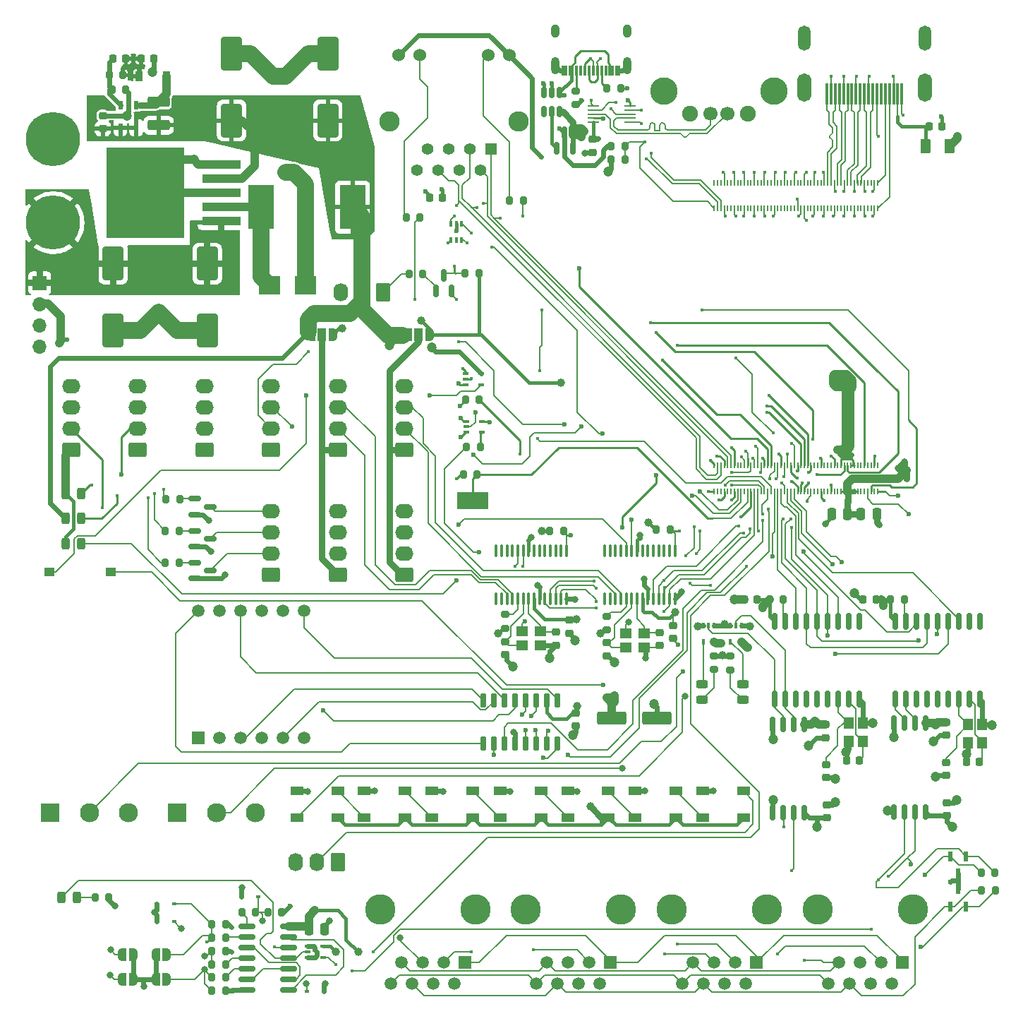
<source format=gtl>
G04 #@! TF.GenerationSoftware,KiCad,Pcbnew,6.0.2+dfsg-1*
G04 #@! TF.CreationDate,2022-11-23T20:56:23-08:00*
G04 #@! TF.ProjectId,cm4-robot,636d342d-726f-4626-9f74-2e6b69636164,rev?*
G04 #@! TF.SameCoordinates,Original*
G04 #@! TF.FileFunction,Copper,L1,Top*
G04 #@! TF.FilePolarity,Positive*
%FSLAX46Y46*%
G04 Gerber Fmt 4.6, Leading zero omitted, Abs format (unit mm)*
G04 Created by KiCad (PCBNEW 6.0.2+dfsg-1) date 2022-11-23 20:56:23*
%MOMM*%
%LPD*%
G01*
G04 APERTURE LIST*
G04 Aperture macros list*
%AMRoundRect*
0 Rectangle with rounded corners*
0 $1 Rounding radius*
0 $2 $3 $4 $5 $6 $7 $8 $9 X,Y pos of 4 corners*
0 Add a 4 corners polygon primitive as box body*
4,1,4,$2,$3,$4,$5,$6,$7,$8,$9,$2,$3,0*
0 Add four circle primitives for the rounded corners*
1,1,$1+$1,$2,$3*
1,1,$1+$1,$4,$5*
1,1,$1+$1,$6,$7*
1,1,$1+$1,$8,$9*
0 Add four rect primitives between the rounded corners*
20,1,$1+$1,$2,$3,$4,$5,0*
20,1,$1+$1,$4,$5,$6,$7,0*
20,1,$1+$1,$6,$7,$8,$9,0*
20,1,$1+$1,$8,$9,$2,$3,0*%
%AMFreePoly0*
4,1,22,0.500000,-0.750000,0.000000,-0.750000,0.000000,-0.745033,-0.079941,-0.743568,-0.215256,-0.701293,-0.333266,-0.622738,-0.424486,-0.514219,-0.481581,-0.384460,-0.499164,-0.250000,-0.500000,-0.250000,-0.500000,0.250000,-0.499164,0.250000,-0.499963,0.256109,-0.478152,0.396186,-0.417904,0.524511,-0.324060,0.630769,-0.204165,0.706417,-0.067858,0.745374,0.000000,0.744959,0.000000,0.750000,
0.500000,0.750000,0.500000,-0.750000,0.500000,-0.750000,$1*%
%AMFreePoly1*
4,1,20,0.000000,0.744959,0.073905,0.744508,0.209726,0.703889,0.328688,0.626782,0.421226,0.519385,0.479903,0.390333,0.500000,0.250000,0.500000,-0.250000,0.499851,-0.262216,0.476331,-0.402017,0.414519,-0.529596,0.319384,-0.634700,0.198574,-0.708877,0.061801,-0.746166,0.000000,-0.745033,0.000000,-0.750000,-0.500000,-0.750000,-0.500000,0.750000,0.000000,0.750000,0.000000,0.744959,
0.000000,0.744959,$1*%
%AMFreePoly2*
4,1,22,0.550000,-0.750000,0.000000,-0.750000,0.000000,-0.745033,-0.079941,-0.743568,-0.215256,-0.701293,-0.333266,-0.622738,-0.424486,-0.514219,-0.481581,-0.384460,-0.499164,-0.250000,-0.500000,-0.250000,-0.500000,0.250000,-0.499164,0.250000,-0.499963,0.256109,-0.478152,0.396186,-0.417904,0.524511,-0.324060,0.630769,-0.204165,0.706417,-0.067858,0.745374,0.000000,0.744959,0.000000,0.750000,
0.550000,0.750000,0.550000,-0.750000,0.550000,-0.750000,$1*%
%AMFreePoly3*
4,1,20,0.000000,0.744959,0.073905,0.744508,0.209726,0.703889,0.328688,0.626782,0.421226,0.519385,0.479903,0.390333,0.500000,0.250000,0.500000,-0.250000,0.499851,-0.262216,0.476331,-0.402017,0.414519,-0.529596,0.319384,-0.634700,0.198574,-0.708877,0.061801,-0.746166,0.000000,-0.745033,0.000000,-0.750000,-0.550000,-0.750000,-0.550000,0.750000,0.000000,0.750000,0.000000,0.744959,
0.000000,0.744959,$1*%
G04 Aperture macros list end*
G04 #@! TA.AperFunction,ComponentPad*
%ADD10RoundRect,0.250000X0.845000X-0.620000X0.845000X0.620000X-0.845000X0.620000X-0.845000X-0.620000X0*%
G04 #@! TD*
G04 #@! TA.AperFunction,ComponentPad*
%ADD11O,2.190000X1.740000*%
G04 #@! TD*
G04 #@! TA.AperFunction,SMDPad,CuDef*
%ADD12RoundRect,0.200000X-0.200000X-0.275000X0.200000X-0.275000X0.200000X0.275000X-0.200000X0.275000X0*%
G04 #@! TD*
G04 #@! TA.AperFunction,WasherPad*
%ADD13C,3.650000*%
G04 #@! TD*
G04 #@! TA.AperFunction,ComponentPad*
%ADD14R,1.500000X1.500000*%
G04 #@! TD*
G04 #@! TA.AperFunction,ComponentPad*
%ADD15C,1.500000*%
G04 #@! TD*
G04 #@! TA.AperFunction,SMDPad,CuDef*
%ADD16R,0.600000X0.450000*%
G04 #@! TD*
G04 #@! TA.AperFunction,SMDPad,CuDef*
%ADD17R,1.400000X1.200000*%
G04 #@! TD*
G04 #@! TA.AperFunction,SMDPad,CuDef*
%ADD18FreePoly0,180.000000*%
G04 #@! TD*
G04 #@! TA.AperFunction,SMDPad,CuDef*
%ADD19FreePoly1,180.000000*%
G04 #@! TD*
G04 #@! TA.AperFunction,SMDPad,CuDef*
%ADD20RoundRect,0.250000X1.075000X-0.375000X1.075000X0.375000X-1.075000X0.375000X-1.075000X-0.375000X0*%
G04 #@! TD*
G04 #@! TA.AperFunction,SMDPad,CuDef*
%ADD21RoundRect,0.250000X-1.000000X1.750000X-1.000000X-1.750000X1.000000X-1.750000X1.000000X1.750000X0*%
G04 #@! TD*
G04 #@! TA.AperFunction,SMDPad,CuDef*
%ADD22R,2.500000X2.300000*%
G04 #@! TD*
G04 #@! TA.AperFunction,SMDPad,CuDef*
%ADD23R,0.228600X0.711200*%
G04 #@! TD*
G04 #@! TA.AperFunction,SMDPad,CuDef*
%ADD24R,1.500000X1.000000*%
G04 #@! TD*
G04 #@! TA.AperFunction,SMDPad,CuDef*
%ADD25RoundRect,0.225000X-0.250000X0.225000X-0.250000X-0.225000X0.250000X-0.225000X0.250000X0.225000X0*%
G04 #@! TD*
G04 #@! TA.AperFunction,ComponentPad*
%ADD26C,6.500000*%
G04 #@! TD*
G04 #@! TA.AperFunction,SMDPad,CuDef*
%ADD27RoundRect,0.200000X0.200000X0.275000X-0.200000X0.275000X-0.200000X-0.275000X0.200000X-0.275000X0*%
G04 #@! TD*
G04 #@! TA.AperFunction,SMDPad,CuDef*
%ADD28RoundRect,0.225000X0.250000X-0.225000X0.250000X0.225000X-0.250000X0.225000X-0.250000X-0.225000X0*%
G04 #@! TD*
G04 #@! TA.AperFunction,SMDPad,CuDef*
%ADD29RoundRect,0.225000X-0.225000X-0.250000X0.225000X-0.250000X0.225000X0.250000X-0.225000X0.250000X0*%
G04 #@! TD*
G04 #@! TA.AperFunction,SMDPad,CuDef*
%ADD30FreePoly2,180.000000*%
G04 #@! TD*
G04 #@! TA.AperFunction,SMDPad,CuDef*
%ADD31R,1.000000X1.500000*%
G04 #@! TD*
G04 #@! TA.AperFunction,SMDPad,CuDef*
%ADD32FreePoly3,180.000000*%
G04 #@! TD*
G04 #@! TA.AperFunction,SMDPad,CuDef*
%ADD33R,0.600000X1.300000*%
G04 #@! TD*
G04 #@! TA.AperFunction,SMDPad,CuDef*
%ADD34R,0.650000X0.400000*%
G04 #@! TD*
G04 #@! TA.AperFunction,SMDPad,CuDef*
%ADD35R,1.200000X1.400000*%
G04 #@! TD*
G04 #@! TA.AperFunction,SMDPad,CuDef*
%ADD36RoundRect,0.250000X1.000000X-1.750000X1.000000X1.750000X-1.000000X1.750000X-1.000000X-1.750000X0*%
G04 #@! TD*
G04 #@! TA.AperFunction,SMDPad,CuDef*
%ADD37RoundRect,0.150000X-0.587500X-0.150000X0.587500X-0.150000X0.587500X0.150000X-0.587500X0.150000X0*%
G04 #@! TD*
G04 #@! TA.AperFunction,SMDPad,CuDef*
%ADD38RoundRect,0.250000X0.375000X0.625000X-0.375000X0.625000X-0.375000X-0.625000X0.375000X-0.625000X0*%
G04 #@! TD*
G04 #@! TA.AperFunction,SMDPad,CuDef*
%ADD39RoundRect,0.225000X0.225000X0.250000X-0.225000X0.250000X-0.225000X-0.250000X0.225000X-0.250000X0*%
G04 #@! TD*
G04 #@! TA.AperFunction,ComponentPad*
%ADD40R,1.398000X1.398000*%
G04 #@! TD*
G04 #@! TA.AperFunction,ComponentPad*
%ADD41C,1.398000*%
G04 #@! TD*
G04 #@! TA.AperFunction,ComponentPad*
%ADD42C,1.530000*%
G04 #@! TD*
G04 #@! TA.AperFunction,ComponentPad*
%ADD43C,2.445000*%
G04 #@! TD*
G04 #@! TA.AperFunction,SMDPad,CuDef*
%ADD44RoundRect,0.200000X0.275000X-0.200000X0.275000X0.200000X-0.275000X0.200000X-0.275000X-0.200000X0*%
G04 #@! TD*
G04 #@! TA.AperFunction,SMDPad,CuDef*
%ADD45R,0.300000X2.600000*%
G04 #@! TD*
G04 #@! TA.AperFunction,ComponentPad*
%ADD46O,1.700000X3.400000*%
G04 #@! TD*
G04 #@! TA.AperFunction,ComponentPad*
%ADD47O,1.500000X3.000000*%
G04 #@! TD*
G04 #@! TA.AperFunction,SMDPad,CuDef*
%ADD48R,0.600000X1.050000*%
G04 #@! TD*
G04 #@! TA.AperFunction,SMDPad,CuDef*
%ADD49RoundRect,0.200000X-0.275000X0.200000X-0.275000X-0.200000X0.275000X-0.200000X0.275000X0.200000X0*%
G04 #@! TD*
G04 #@! TA.AperFunction,SMDPad,CuDef*
%ADD50RoundRect,0.150000X0.150000X-0.875000X0.150000X0.875000X-0.150000X0.875000X-0.150000X-0.875000X0*%
G04 #@! TD*
G04 #@! TA.AperFunction,ComponentPad*
%ADD51RoundRect,0.250000X0.620000X0.845000X-0.620000X0.845000X-0.620000X-0.845000X0.620000X-0.845000X0*%
G04 #@! TD*
G04 #@! TA.AperFunction,ComponentPad*
%ADD52O,1.740000X2.190000*%
G04 #@! TD*
G04 #@! TA.AperFunction,SMDPad,CuDef*
%ADD53FreePoly0,0.000000*%
G04 #@! TD*
G04 #@! TA.AperFunction,SMDPad,CuDef*
%ADD54FreePoly1,0.000000*%
G04 #@! TD*
G04 #@! TA.AperFunction,SMDPad,CuDef*
%ADD55R,0.400000X0.650000*%
G04 #@! TD*
G04 #@! TA.AperFunction,SMDPad,CuDef*
%ADD56RoundRect,0.150000X-0.825000X-0.150000X0.825000X-0.150000X0.825000X0.150000X-0.825000X0.150000X0*%
G04 #@! TD*
G04 #@! TA.AperFunction,SMDPad,CuDef*
%ADD57RoundRect,0.250000X-0.250000X-0.475000X0.250000X-0.475000X0.250000X0.475000X-0.250000X0.475000X0*%
G04 #@! TD*
G04 #@! TA.AperFunction,ComponentPad*
%ADD58R,2.300000X2.300000*%
G04 #@! TD*
G04 #@! TA.AperFunction,ComponentPad*
%ADD59C,2.300000*%
G04 #@! TD*
G04 #@! TA.AperFunction,SMDPad,CuDef*
%ADD60R,4.600000X1.100000*%
G04 #@! TD*
G04 #@! TA.AperFunction,SMDPad,CuDef*
%ADD61R,9.400000X10.800000*%
G04 #@! TD*
G04 #@! TA.AperFunction,SMDPad,CuDef*
%ADD62RoundRect,0.150000X-0.150000X0.750000X-0.150000X-0.750000X0.150000X-0.750000X0.150000X0.750000X0*%
G04 #@! TD*
G04 #@! TA.AperFunction,SMDPad,CuDef*
%ADD63RoundRect,0.243750X0.243750X0.456250X-0.243750X0.456250X-0.243750X-0.456250X0.243750X-0.456250X0*%
G04 #@! TD*
G04 #@! TA.AperFunction,SMDPad,CuDef*
%ADD64R,1.200000X1.000000*%
G04 #@! TD*
G04 #@! TA.AperFunction,ComponentPad*
%ADD65C,1.900000*%
G04 #@! TD*
G04 #@! TA.AperFunction,ComponentPad*
%ADD66C,1.700000*%
G04 #@! TD*
G04 #@! TA.AperFunction,ComponentPad*
%ADD67C,3.300000*%
G04 #@! TD*
G04 #@! TA.AperFunction,SMDPad,CuDef*
%ADD68RoundRect,0.250000X0.250000X0.475000X-0.250000X0.475000X-0.250000X-0.475000X0.250000X-0.475000X0*%
G04 #@! TD*
G04 #@! TA.AperFunction,SMDPad,CuDef*
%ADD69RoundRect,0.250000X-1.500000X-0.550000X1.500000X-0.550000X1.500000X0.550000X-1.500000X0.550000X0*%
G04 #@! TD*
G04 #@! TA.AperFunction,SMDPad,CuDef*
%ADD70RoundRect,0.150000X0.150000X-0.587500X0.150000X0.587500X-0.150000X0.587500X-0.150000X-0.587500X0*%
G04 #@! TD*
G04 #@! TA.AperFunction,SMDPad,CuDef*
%ADD71R,0.300000X1.150000*%
G04 #@! TD*
G04 #@! TA.AperFunction,ComponentPad*
%ADD72O,1.000000X2.100000*%
G04 #@! TD*
G04 #@! TA.AperFunction,ComponentPad*
%ADD73O,1.000000X1.600000*%
G04 #@! TD*
G04 #@! TA.AperFunction,SMDPad,CuDef*
%ADD74RoundRect,0.243750X0.456250X-0.243750X0.456250X0.243750X-0.456250X0.243750X-0.456250X-0.243750X0*%
G04 #@! TD*
G04 #@! TA.AperFunction,SMDPad,CuDef*
%ADD75RoundRect,0.100000X0.100000X-0.637500X0.100000X0.637500X-0.100000X0.637500X-0.100000X-0.637500X0*%
G04 #@! TD*
G04 #@! TA.AperFunction,ComponentPad*
%ADD76R,1.700000X1.700000*%
G04 #@! TD*
G04 #@! TA.AperFunction,ComponentPad*
%ADD77O,1.700000X1.700000*%
G04 #@! TD*
G04 #@! TA.AperFunction,SMDPad,CuDef*
%ADD78R,1.358900X0.279400*%
G04 #@! TD*
G04 #@! TA.AperFunction,SMDPad,CuDef*
%ADD79R,0.900000X1.200000*%
G04 #@! TD*
G04 #@! TA.AperFunction,SMDPad,CuDef*
%ADD80RoundRect,0.150000X0.150000X-0.725000X0.150000X0.725000X-0.150000X0.725000X-0.150000X-0.725000X0*%
G04 #@! TD*
G04 #@! TA.AperFunction,SMDPad,CuDef*
%ADD81R,0.200000X0.700000*%
G04 #@! TD*
G04 #@! TA.AperFunction,SMDPad,CuDef*
%ADD82RoundRect,0.150000X-0.150000X0.512500X-0.150000X-0.512500X0.150000X-0.512500X0.150000X0.512500X0*%
G04 #@! TD*
G04 #@! TA.AperFunction,SMDPad,CuDef*
%ADD83R,3.149600X5.308600*%
G04 #@! TD*
G04 #@! TA.AperFunction,SMDPad,CuDef*
%ADD84R,3.800000X2.000000*%
G04 #@! TD*
G04 #@! TA.AperFunction,ViaPad*
%ADD85C,0.450000*%
G04 #@! TD*
G04 #@! TA.AperFunction,ViaPad*
%ADD86C,0.800000*%
G04 #@! TD*
G04 #@! TA.AperFunction,ViaPad*
%ADD87C,1.200000*%
G04 #@! TD*
G04 #@! TA.AperFunction,ViaPad*
%ADD88C,0.600000*%
G04 #@! TD*
G04 #@! TA.AperFunction,ViaPad*
%ADD89C,1.000000*%
G04 #@! TD*
G04 #@! TA.AperFunction,Conductor*
%ADD90C,0.600000*%
G04 #@! TD*
G04 #@! TA.AperFunction,Conductor*
%ADD91C,0.200000*%
G04 #@! TD*
G04 #@! TA.AperFunction,Conductor*
%ADD92C,0.250000*%
G04 #@! TD*
G04 #@! TA.AperFunction,Conductor*
%ADD93C,2.000000*%
G04 #@! TD*
G04 #@! TA.AperFunction,Conductor*
%ADD94C,0.400000*%
G04 #@! TD*
G04 #@! TA.AperFunction,Conductor*
%ADD95C,1.000000*%
G04 #@! TD*
G04 #@! TA.AperFunction,Conductor*
%ADD96C,0.800000*%
G04 #@! TD*
G04 #@! TA.AperFunction,Conductor*
%ADD97C,1.500000*%
G04 #@! TD*
G04 APERTURE END LIST*
D10*
X61750000Y-91500000D03*
D11*
X61750000Y-88960000D03*
X61750000Y-86420000D03*
X61750000Y-83880000D03*
D12*
X62636000Y-151613000D03*
X64286000Y-151613000D03*
D13*
X111770000Y-146650000D03*
X100340000Y-146650000D03*
D14*
X110500000Y-153000000D03*
D15*
X109230000Y-155540000D03*
X107960000Y-153000000D03*
X106690000Y-155540000D03*
X105420000Y-153000000D03*
X104150000Y-155540000D03*
X102880000Y-153000000D03*
X101610000Y-155540000D03*
D10*
X69750000Y-91500000D03*
D11*
X69750000Y-88960000D03*
X69750000Y-86420000D03*
X69750000Y-83880000D03*
D16*
X58128000Y-148094000D03*
X56028000Y-148094000D03*
D17*
X102115000Y-113269000D03*
X99915000Y-113269000D03*
X99915000Y-114969000D03*
X102115000Y-114969000D03*
D18*
X53200000Y-155050000D03*
D19*
X51900000Y-155050000D03*
D13*
X135340000Y-146650000D03*
X146770000Y-146650000D03*
D14*
X145500000Y-153000000D03*
D15*
X144230000Y-155540000D03*
X142960000Y-153000000D03*
X141690000Y-155540000D03*
X140420000Y-153000000D03*
X139150000Y-155540000D03*
X137880000Y-153000000D03*
X136610000Y-155540000D03*
D20*
X56262000Y-52608000D03*
X56262000Y-49808000D03*
D21*
X62099000Y-69208000D03*
X62099000Y-77208000D03*
D22*
X69596000Y-71756000D03*
X73896000Y-71756000D03*
D23*
X122950002Y-59500001D03*
X122950002Y-62579999D03*
X123350001Y-59500001D03*
X123350001Y-62579999D03*
X123750000Y-59500001D03*
X123750000Y-62579999D03*
X124150002Y-59500001D03*
X124150002Y-62579999D03*
X124550001Y-59500001D03*
X124550001Y-62579999D03*
X124950000Y-59500001D03*
X124950000Y-62579999D03*
X125350002Y-59500001D03*
X125350002Y-62579999D03*
X125750001Y-59500001D03*
X125750001Y-62579999D03*
X126150001Y-59500001D03*
X126150001Y-62579999D03*
X126550000Y-59500001D03*
X126550000Y-62579999D03*
X126950001Y-59500001D03*
X126950001Y-62579999D03*
X127350001Y-59500001D03*
X127350001Y-62579999D03*
X127750000Y-59500001D03*
X127750000Y-62579999D03*
X128150002Y-59500001D03*
X128150002Y-62579999D03*
X128550001Y-59500001D03*
X128550001Y-62579999D03*
X128950000Y-59500001D03*
X128950000Y-62579999D03*
X129350002Y-59500001D03*
X129350002Y-62579999D03*
X129750001Y-59500001D03*
X129750001Y-62579999D03*
X130150000Y-59500001D03*
X130150000Y-62579999D03*
X130549999Y-59500001D03*
X130549999Y-62579999D03*
X130950001Y-59500001D03*
X130950001Y-62579999D03*
X131350000Y-59500001D03*
X131350000Y-62579999D03*
X131749999Y-59500001D03*
X131749999Y-62579999D03*
X132150001Y-59500001D03*
X132150001Y-62579999D03*
X132550000Y-59500001D03*
X132550000Y-62579999D03*
X132950000Y-59500001D03*
X132950000Y-62579999D03*
X133350001Y-59500001D03*
X133350001Y-62579999D03*
X133750001Y-59500001D03*
X133750001Y-62579999D03*
X134150000Y-59500001D03*
X134150000Y-62579999D03*
X134549999Y-59500001D03*
X134549999Y-62579999D03*
X134950001Y-59500001D03*
X134950001Y-62579999D03*
X135350000Y-59500001D03*
X135350000Y-62579999D03*
X135749999Y-59500001D03*
X135749999Y-62579999D03*
X136150001Y-59500001D03*
X136150001Y-62579999D03*
X136550000Y-59500001D03*
X136550000Y-62579999D03*
X136949999Y-59500001D03*
X136949999Y-62579999D03*
X137349998Y-59500001D03*
X137349998Y-62579999D03*
X137750000Y-59500001D03*
X137750000Y-62579999D03*
X138149999Y-59500001D03*
X138149999Y-62579999D03*
X138549999Y-59500001D03*
X138549999Y-62579999D03*
X138950000Y-59500001D03*
X138950000Y-62579999D03*
X139349999Y-59500001D03*
X139349999Y-62579999D03*
X139749999Y-59500001D03*
X139749999Y-62579999D03*
X140150000Y-59500001D03*
X140150000Y-62579999D03*
X140550000Y-59500001D03*
X140550000Y-62579999D03*
X140949999Y-59500001D03*
X140949999Y-62579999D03*
X141349998Y-59500001D03*
X141349998Y-62579999D03*
X141750000Y-59500001D03*
X141750000Y-62579999D03*
X142149999Y-59500001D03*
X142149999Y-62579999D03*
X142549998Y-59500001D03*
X142549998Y-62579999D03*
D24*
X102150000Y-135650000D03*
X102150000Y-132450000D03*
X97250000Y-132450000D03*
X97250000Y-135650000D03*
D25*
X136250000Y-124475000D03*
X136250000Y-126025000D03*
D26*
X43600000Y-64300000D03*
D12*
X93206000Y-91223000D03*
X94856000Y-91223000D03*
D27*
X64286000Y-150036000D03*
X62636000Y-150036000D03*
D28*
X110066000Y-116220000D03*
X110066000Y-114670000D03*
D27*
X111697000Y-48203000D03*
X110047000Y-48203000D03*
D29*
X88787000Y-61334000D03*
X90337000Y-61334000D03*
D30*
X77150000Y-77700000D03*
D31*
X75850000Y-77700000D03*
D32*
X74550000Y-77700000D03*
D33*
X153168000Y-140255000D03*
X151268000Y-140255000D03*
X152218000Y-142355000D03*
D17*
X114552000Y-113521000D03*
X112352000Y-113521000D03*
X112352000Y-115221000D03*
X114552000Y-115221000D03*
D25*
X136353000Y-129269000D03*
X136353000Y-130819000D03*
D34*
X93111000Y-82409000D03*
X93111000Y-83059000D03*
X93111000Y-83709000D03*
X95011000Y-83709000D03*
X95011000Y-82409000D03*
D35*
X140800000Y-126481000D03*
X140800000Y-124281000D03*
X139100000Y-124281000D03*
X139100000Y-126481000D03*
D28*
X105533000Y-113505000D03*
X105533000Y-111955000D03*
D36*
X76556000Y-52038000D03*
X76556000Y-44038000D03*
D27*
X112233000Y-56726000D03*
X110583000Y-56726000D03*
D37*
X60613500Y-97399000D03*
X60613500Y-99299000D03*
X62488500Y-98349000D03*
D12*
X154985000Y-142250000D03*
X156635000Y-142250000D03*
D38*
X151151000Y-55145000D03*
X148351000Y-55145000D03*
D39*
X52335600Y-44626600D03*
X50785600Y-44626600D03*
D29*
X126519000Y-109512000D03*
X128069000Y-109512000D03*
D24*
X118350000Y-135650000D03*
X118350000Y-132450000D03*
X113450000Y-132450000D03*
X113450000Y-135650000D03*
D18*
X53200000Y-152050000D03*
D19*
X51900000Y-152050000D03*
D29*
X148727000Y-52742000D03*
X150277000Y-52742000D03*
D33*
X151268000Y-146305000D03*
X153168000Y-146305000D03*
X152218000Y-144205000D03*
D37*
X60613500Y-101223000D03*
X60613500Y-103123000D03*
X62488500Y-102173000D03*
D24*
X77750000Y-135650000D03*
X77750000Y-132450000D03*
X72850000Y-132450000D03*
X72850000Y-135650000D03*
D10*
X77750000Y-106500000D03*
D11*
X77750000Y-103960000D03*
X77750000Y-101420000D03*
X77750000Y-98880000D03*
D40*
X96140000Y-55426000D03*
D41*
X94870000Y-57966000D03*
X93600000Y-55426000D03*
X92330000Y-57966000D03*
X91060000Y-55426000D03*
X89790000Y-57966000D03*
X88520000Y-55426000D03*
X87250000Y-57966000D03*
D42*
X98315000Y-44176000D03*
X95775000Y-44176000D03*
X87605000Y-44176000D03*
X85065000Y-44176000D03*
D43*
X99435000Y-52126000D03*
X83945000Y-52126000D03*
D44*
X124890000Y-117911000D03*
X124890000Y-116261000D03*
D45*
X136460000Y-48849000D03*
X136960000Y-48849000D03*
X137460000Y-48849000D03*
X137960000Y-48849000D03*
X138460000Y-48849000D03*
X138960000Y-48849000D03*
X139460000Y-48849000D03*
X139960000Y-48849000D03*
X140460000Y-48849000D03*
X140960000Y-48849000D03*
X141460000Y-48849000D03*
X141960000Y-48849000D03*
X142460000Y-48849000D03*
X142960000Y-48849000D03*
X143460000Y-48849000D03*
X143960000Y-48849000D03*
X144460000Y-48849000D03*
X144960000Y-48849000D03*
X145460000Y-48849000D03*
D46*
X148210000Y-48089000D03*
D47*
X148210000Y-42129000D03*
D46*
X133710000Y-48089000D03*
D47*
X133710000Y-42129000D03*
D48*
X53567000Y-50192000D03*
X52617000Y-50192000D03*
X51667000Y-50192000D03*
X51667000Y-52892000D03*
X53567000Y-52892000D03*
D12*
X57074000Y-101234000D03*
X58724000Y-101234000D03*
X62636000Y-148436000D03*
X64286000Y-148436000D03*
D34*
X93153000Y-88117000D03*
X93153000Y-88767000D03*
X93153000Y-89417000D03*
X95053000Y-89417000D03*
X95053000Y-88117000D03*
D12*
X48621000Y-145218000D03*
X50271000Y-145218000D03*
D25*
X116412000Y-113453000D03*
X116412000Y-115003000D03*
D49*
X97824000Y-111252000D03*
X97824000Y-112902000D03*
D50*
X130209000Y-121401000D03*
X131479000Y-121401000D03*
X132749000Y-121401000D03*
X134019000Y-121401000D03*
X135289000Y-121401000D03*
X136559000Y-121401000D03*
X137829000Y-121401000D03*
X139099000Y-121401000D03*
X140369000Y-121401000D03*
X140369000Y-112101000D03*
X139099000Y-112101000D03*
X137829000Y-112101000D03*
X136559000Y-112101000D03*
X135289000Y-112101000D03*
X134019000Y-112101000D03*
X132749000Y-112101000D03*
X131479000Y-112101000D03*
X130209000Y-112101000D03*
D29*
X54128000Y-44635800D03*
X55678000Y-44635800D03*
D26*
X43600000Y-54300000D03*
D10*
X45750000Y-91500000D03*
D11*
X45750000Y-88960000D03*
X45750000Y-86420000D03*
X45750000Y-83880000D03*
D25*
X150872000Y-133816000D03*
X150872000Y-135366000D03*
D27*
X64286000Y-154790000D03*
X62636000Y-154790000D03*
D39*
X140360000Y-128794000D03*
X138810000Y-128794000D03*
D28*
X97846000Y-116092000D03*
X97846000Y-114542000D03*
D27*
X94475000Y-94489000D03*
X92825000Y-94489000D03*
D51*
X83180000Y-72615000D03*
D52*
X80640000Y-72615000D03*
X78100000Y-72615000D03*
D53*
X55900000Y-155050000D03*
D54*
X57200000Y-155050000D03*
D55*
X126186000Y-112624000D03*
X125536000Y-112624000D03*
X124886000Y-112624000D03*
X124886000Y-114524000D03*
X126186000Y-114524000D03*
D56*
X66891000Y-148643000D03*
X66891000Y-149913000D03*
X66891000Y-151183000D03*
X66891000Y-152453000D03*
X66891000Y-153723000D03*
X66891000Y-154993000D03*
X66891000Y-156263000D03*
X71841000Y-156263000D03*
X71841000Y-154993000D03*
X71841000Y-153723000D03*
X71841000Y-152453000D03*
X71841000Y-151183000D03*
X71841000Y-149913000D03*
X71841000Y-148643000D03*
D35*
X155119000Y-126651000D03*
X155119000Y-124451000D03*
X153419000Y-124451000D03*
X153419000Y-126651000D03*
D57*
X140550000Y-99250000D03*
X142450000Y-99250000D03*
D58*
X58500000Y-135000000D03*
D59*
X63199000Y-135000000D03*
X67898000Y-135000000D03*
D16*
X74027000Y-156423000D03*
X76127000Y-156423000D03*
D60*
X63781000Y-64096000D03*
X63781000Y-62396000D03*
D61*
X54631000Y-60696000D03*
D60*
X63781000Y-60696000D03*
X63781000Y-58996000D03*
X63781000Y-57296000D03*
D55*
X122909000Y-112629000D03*
X122259000Y-112629000D03*
X121609000Y-112629000D03*
X121609000Y-114529000D03*
X122909000Y-114529000D03*
D62*
X148292000Y-124297000D03*
X147022000Y-124297000D03*
X145752000Y-124297000D03*
X144482000Y-124297000D03*
X144482000Y-134947000D03*
X145752000Y-134947000D03*
X147022000Y-134947000D03*
X148292000Y-134947000D03*
D36*
X65016000Y-52038000D03*
X65016000Y-44038000D03*
D49*
X106282000Y-48501000D03*
X106282000Y-50151000D03*
D27*
X145764000Y-109512000D03*
X144114000Y-109512000D03*
D34*
X74125000Y-151070000D03*
X74125000Y-151720000D03*
X74125000Y-152370000D03*
X76025000Y-152370000D03*
X76025000Y-151070000D03*
D63*
X46937500Y-99750000D03*
X45062500Y-99750000D03*
D10*
X69750000Y-106500000D03*
D11*
X69750000Y-103960000D03*
X69750000Y-101420000D03*
X69750000Y-98880000D03*
D12*
X57074000Y-105039000D03*
X58724000Y-105039000D03*
X50336000Y-46602000D03*
X51986000Y-46602000D03*
D10*
X85750000Y-106500000D03*
D11*
X85750000Y-103960000D03*
X85750000Y-101420000D03*
X85750000Y-98880000D03*
D27*
X156675000Y-144350000D03*
X155025000Y-144350000D03*
X64286000Y-153240000D03*
X62636000Y-153240000D03*
D44*
X122884000Y-117894000D03*
X122884000Y-116244000D03*
D21*
X50800000Y-69191000D03*
X50800000Y-77191000D03*
D64*
X43124000Y-106171000D03*
X50524000Y-106171000D03*
D65*
X127000000Y-51210000D03*
D66*
X124500000Y-51210000D03*
X122500000Y-51210000D03*
D65*
X120000000Y-51210000D03*
D67*
X130070000Y-48500000D03*
X116930000Y-48500000D03*
D16*
X68253000Y-145123000D03*
X66153000Y-145123000D03*
D24*
X126450000Y-135650000D03*
X126450000Y-132450000D03*
X121550000Y-132450000D03*
X121550000Y-135650000D03*
D12*
X110573000Y-55148000D03*
X112223000Y-55148000D03*
D10*
X85750000Y-91500000D03*
D11*
X85750000Y-88960000D03*
X85750000Y-86420000D03*
X85750000Y-83880000D03*
D10*
X53750000Y-91500000D03*
D11*
X53750000Y-88960000D03*
X53750000Y-86420000D03*
X53750000Y-83880000D03*
D12*
X86309000Y-70403000D03*
X87959000Y-70403000D03*
D68*
X138950000Y-99250000D03*
X137050000Y-99250000D03*
D69*
X110662000Y-123675000D03*
X116062000Y-123675000D03*
D70*
X104036000Y-55389500D03*
X105936000Y-55389500D03*
X104986000Y-53514500D03*
D25*
X150745000Y-129019000D03*
X150745000Y-130569000D03*
D12*
X85971000Y-63672000D03*
X87621000Y-63672000D03*
X69386000Y-146993000D03*
X71036000Y-146993000D03*
X57147000Y-97427000D03*
X58797000Y-97427000D03*
D25*
X150750000Y-124215000D03*
X150750000Y-125765000D03*
D12*
X62636000Y-156363000D03*
X64286000Y-156363000D03*
X98397000Y-61618000D03*
X100047000Y-61618000D03*
D51*
X77820000Y-140957000D03*
D52*
X75280000Y-140957000D03*
X72740000Y-140957000D03*
D28*
X108331000Y-55847000D03*
X108331000Y-54297000D03*
D27*
X94750000Y-85540000D03*
X93100000Y-85540000D03*
D13*
X94270000Y-146650000D03*
X82840000Y-146650000D03*
D14*
X93000000Y-153000000D03*
D15*
X91730000Y-155540000D03*
X90460000Y-153000000D03*
X89190000Y-155540000D03*
X87920000Y-153000000D03*
X86650000Y-155540000D03*
X85380000Y-153000000D03*
X84110000Y-155540000D03*
D58*
X43250000Y-135000000D03*
D59*
X47949000Y-135000000D03*
X52648000Y-135000000D03*
D14*
X61000000Y-126067000D03*
D15*
X63540000Y-126067000D03*
X66080000Y-126067000D03*
X68620000Y-126067000D03*
X71160000Y-126067000D03*
X73700000Y-126067000D03*
X73700000Y-110827000D03*
X71160000Y-110827000D03*
X68620000Y-110827000D03*
X66080000Y-110827000D03*
X63540000Y-110827000D03*
X61000000Y-110827000D03*
D27*
X52305000Y-48334000D03*
X50655000Y-48334000D03*
D63*
X46937500Y-96750000D03*
X45062500Y-96750000D03*
D27*
X104839000Y-101267000D03*
X103189000Y-101267000D03*
D49*
X110022000Y-111502000D03*
X110022000Y-113152000D03*
D71*
X111520000Y-46018000D03*
X110720000Y-46018000D03*
X109420000Y-46018000D03*
X108420000Y-46018000D03*
X107920000Y-46018000D03*
X106920000Y-46018000D03*
X105620000Y-46018000D03*
X104820000Y-46018000D03*
X105120000Y-46018000D03*
X105920000Y-46018000D03*
X106420000Y-46018000D03*
X107420000Y-46018000D03*
X108920000Y-46018000D03*
X109920000Y-46018000D03*
X110420000Y-46018000D03*
X111220000Y-46018000D03*
D72*
X112490000Y-45453000D03*
D73*
X103850000Y-41273000D03*
D72*
X103850000Y-45453000D03*
D73*
X112490000Y-41273000D03*
D37*
X60613500Y-105041000D03*
X60613500Y-106941000D03*
X62488500Y-105991000D03*
D57*
X74290000Y-149030000D03*
X76190000Y-149030000D03*
D53*
X55900000Y-152050000D03*
D54*
X57200000Y-152050000D03*
D28*
X49571000Y-53000000D03*
X49571000Y-51450000D03*
D12*
X66236000Y-146993000D03*
X67886000Y-146993000D03*
D50*
X144682000Y-121397000D03*
X145952000Y-121397000D03*
X147222000Y-121397000D03*
X148492000Y-121397000D03*
X149762000Y-121397000D03*
X151032000Y-121397000D03*
X152302000Y-121397000D03*
X153572000Y-121397000D03*
X154842000Y-121397000D03*
X154842000Y-112097000D03*
X153572000Y-112097000D03*
X152302000Y-112097000D03*
X151032000Y-112097000D03*
X149762000Y-112097000D03*
X148492000Y-112097000D03*
X147222000Y-112097000D03*
X145952000Y-112097000D03*
X144682000Y-112097000D03*
D24*
X85850000Y-135650000D03*
X85850000Y-132450000D03*
X80950000Y-132450000D03*
X80950000Y-135650000D03*
D13*
X129270000Y-146650000D03*
X117840000Y-146650000D03*
D14*
X128000000Y-153000000D03*
D15*
X126730000Y-155540000D03*
X125460000Y-153000000D03*
X124190000Y-155540000D03*
X122920000Y-153000000D03*
X121650000Y-155540000D03*
X120380000Y-153000000D03*
X119110000Y-155540000D03*
D24*
X93950000Y-135650000D03*
X93950000Y-132450000D03*
X89050000Y-132450000D03*
X89050000Y-135650000D03*
D62*
X133771000Y-124424000D03*
X132501000Y-124424000D03*
X131231000Y-124424000D03*
X129961000Y-124424000D03*
X129961000Y-135074000D03*
X131231000Y-135074000D03*
X132501000Y-135074000D03*
X133771000Y-135074000D03*
D24*
X110250000Y-135650000D03*
X110250000Y-132450000D03*
X105350000Y-132450000D03*
X105350000Y-135650000D03*
D10*
X77750000Y-91500000D03*
D11*
X77750000Y-88960000D03*
X77750000Y-86420000D03*
X77750000Y-83880000D03*
D74*
X121430000Y-121466500D03*
X121430000Y-119591500D03*
D39*
X154731000Y-128927000D03*
X153181000Y-128927000D03*
D25*
X136497000Y-134089000D03*
X136497000Y-135639000D03*
D27*
X131240000Y-109512000D03*
X129590000Y-109512000D03*
D75*
X96775000Y-109362500D03*
X97425000Y-109362500D03*
X98075000Y-109362500D03*
X98725000Y-109362500D03*
X99375000Y-109362500D03*
X100025000Y-109362500D03*
X100675000Y-109362500D03*
X101325000Y-109362500D03*
X101975000Y-109362500D03*
X102625000Y-109362500D03*
X103275000Y-109362500D03*
X103925000Y-109362500D03*
X104575000Y-109362500D03*
X105225000Y-109362500D03*
X105225000Y-103637500D03*
X104575000Y-103637500D03*
X103925000Y-103637500D03*
X103275000Y-103637500D03*
X102625000Y-103637500D03*
X101975000Y-103637500D03*
X101325000Y-103637500D03*
X100675000Y-103637500D03*
X100025000Y-103637500D03*
X99375000Y-103637500D03*
X98725000Y-103637500D03*
X98075000Y-103637500D03*
X97425000Y-103637500D03*
X96775000Y-103637500D03*
D76*
X42000000Y-71500000D03*
D77*
X42000000Y-74040000D03*
X42000000Y-76580000D03*
X42000000Y-79120000D03*
D29*
X140814000Y-109512000D03*
X142364000Y-109512000D03*
D23*
X122950002Y-93420001D03*
X122950002Y-96499999D03*
X123350001Y-93420001D03*
X123350001Y-96499999D03*
X123750000Y-93420001D03*
X123750000Y-96499999D03*
X124150002Y-93420001D03*
X124150002Y-96499999D03*
X124550001Y-93420001D03*
X124550001Y-96499999D03*
X124950000Y-93420001D03*
X124950000Y-96499999D03*
X125350002Y-93420001D03*
X125350002Y-96499999D03*
X125750001Y-93420001D03*
X125750001Y-96499999D03*
X126150001Y-93420001D03*
X126150001Y-96499999D03*
X126550000Y-93420001D03*
X126550000Y-96499999D03*
X126950001Y-93420001D03*
X126950001Y-96499999D03*
X127350001Y-93420001D03*
X127350001Y-96499999D03*
X127750000Y-93420001D03*
X127750000Y-96499999D03*
X128150002Y-93420001D03*
X128150002Y-96499999D03*
X128550001Y-93420001D03*
X128550001Y-96499999D03*
X128950000Y-93420001D03*
X128950000Y-96499999D03*
X129350002Y-93420001D03*
X129350002Y-96499999D03*
X129750001Y-93420001D03*
X129750001Y-96499999D03*
X130150000Y-93420001D03*
X130150000Y-96499999D03*
X130549999Y-93420001D03*
X130549999Y-96499999D03*
X130950001Y-93420001D03*
X130950001Y-96499999D03*
X131350000Y-93420001D03*
X131350000Y-96499999D03*
X131749999Y-93420001D03*
X131749999Y-96499999D03*
X132150001Y-93420001D03*
X132150001Y-96499999D03*
X132550000Y-93420001D03*
X132550000Y-96499999D03*
X132950000Y-93420001D03*
X132950000Y-96499999D03*
X133350001Y-93420001D03*
X133350001Y-96499999D03*
X133750001Y-93420001D03*
X133750001Y-96499999D03*
X134150000Y-93420001D03*
X134150000Y-96499999D03*
X134549999Y-93420001D03*
X134549999Y-96499999D03*
X134950001Y-93420001D03*
X134950001Y-96499999D03*
X135350000Y-93420001D03*
X135350000Y-96499999D03*
X135749999Y-93420001D03*
X135749999Y-96499999D03*
X136150001Y-93420001D03*
X136150001Y-96499999D03*
X136550000Y-93420001D03*
X136550000Y-96499999D03*
X136949999Y-93420001D03*
X136949999Y-96499999D03*
X137349998Y-93420001D03*
X137349998Y-96499999D03*
X137750000Y-93420001D03*
X137750000Y-96499999D03*
X138149999Y-93420001D03*
X138149999Y-96499999D03*
X138549999Y-93420001D03*
X138549999Y-96499999D03*
X138950000Y-93420001D03*
X138950000Y-96499999D03*
X139349999Y-93420001D03*
X139349999Y-96499999D03*
X139749999Y-93420001D03*
X139749999Y-96499999D03*
X140150000Y-93420001D03*
X140150000Y-96499999D03*
X140550000Y-93420001D03*
X140550000Y-96499999D03*
X140949999Y-93420001D03*
X140949999Y-96499999D03*
X141349998Y-93420001D03*
X141349998Y-96499999D03*
X141750000Y-93420001D03*
X141750000Y-96499999D03*
X142149999Y-93420001D03*
X142149999Y-96499999D03*
X142549998Y-93420001D03*
X142549998Y-96499999D03*
D78*
X112848550Y-52262001D03*
X112848550Y-51761999D03*
X112848550Y-51262000D03*
X112848550Y-50762001D03*
X112848550Y-50261999D03*
X108441650Y-50261999D03*
X108441650Y-50762001D03*
X108441650Y-51262000D03*
X108441650Y-51761999D03*
X108441650Y-52262001D03*
D27*
X94709000Y-70369000D03*
X93059000Y-70369000D03*
D28*
X118031000Y-114141000D03*
X118031000Y-112591000D03*
D63*
X46442500Y-145203000D03*
X44567500Y-145203000D03*
D79*
X53898000Y-46713200D03*
X57198000Y-46713200D03*
D80*
X95187000Y-126753000D03*
X96457000Y-126753000D03*
X97727000Y-126753000D03*
X98997000Y-126753000D03*
X100267000Y-126753000D03*
X101537000Y-126753000D03*
X102807000Y-126753000D03*
X104077000Y-126753000D03*
X104077000Y-121603000D03*
X102807000Y-121603000D03*
X101537000Y-121603000D03*
X100267000Y-121603000D03*
X98997000Y-121603000D03*
X97727000Y-121603000D03*
X96457000Y-121603000D03*
X95187000Y-121603000D03*
D27*
X117627000Y-101083000D03*
X115977000Y-101083000D03*
D75*
X109775000Y-109362500D03*
X110425000Y-109362500D03*
X111075000Y-109362500D03*
X111725000Y-109362500D03*
X112375000Y-109362500D03*
X113025000Y-109362500D03*
X113675000Y-109362500D03*
X114325000Y-109362500D03*
X114975000Y-109362500D03*
X115625000Y-109362500D03*
X116275000Y-109362500D03*
X116925000Y-109362500D03*
X117575000Y-109362500D03*
X118225000Y-109362500D03*
X118225000Y-103637500D03*
X117575000Y-103637500D03*
X116925000Y-103637500D03*
X116275000Y-103637500D03*
X115625000Y-103637500D03*
X114975000Y-103637500D03*
X114325000Y-103637500D03*
X113675000Y-103637500D03*
X113025000Y-103637500D03*
X112375000Y-103637500D03*
X111725000Y-103637500D03*
X111075000Y-103637500D03*
X110425000Y-103637500D03*
X109775000Y-103637500D03*
D25*
X103943000Y-113394000D03*
X103943000Y-114944000D03*
D74*
X126338000Y-121478500D03*
X126338000Y-119603500D03*
D30*
X88775125Y-77700000D03*
D31*
X87475125Y-77700000D03*
D32*
X86175125Y-77700000D03*
D16*
X58133000Y-145947000D03*
X56033000Y-145947000D03*
D81*
X122950000Y-96500000D03*
X122950000Y-93420000D03*
X123350000Y-96500000D03*
X123350000Y-93420000D03*
X123750000Y-96500000D03*
X123750000Y-93420000D03*
X124150000Y-96500000D03*
X124150000Y-93420000D03*
X124550000Y-96500000D03*
X124550000Y-93420000D03*
X124950000Y-96500000D03*
X124950000Y-93420000D03*
X125350000Y-96500000D03*
X125350000Y-93420000D03*
X125750000Y-96500000D03*
X125750000Y-93420000D03*
X126150000Y-96500000D03*
X126150000Y-93420000D03*
X126550000Y-96500000D03*
X126550000Y-93420000D03*
X126950000Y-96500000D03*
X126950000Y-93420000D03*
X127350000Y-96500000D03*
X127350000Y-93420000D03*
X127750000Y-96500000D03*
X127750000Y-93420000D03*
X128150000Y-96500000D03*
X128150000Y-93420000D03*
X128550000Y-96500000D03*
X128550000Y-93420000D03*
X128950000Y-96500000D03*
X128950000Y-93420000D03*
X129350000Y-96500000D03*
X129350000Y-93420000D03*
X129750000Y-96500000D03*
X129750000Y-93420000D03*
X130150000Y-96500000D03*
X130150000Y-93420000D03*
X130550000Y-96500000D03*
X130550000Y-93420000D03*
X130950000Y-96500000D03*
X130950000Y-93420000D03*
X131350000Y-96500000D03*
X131350000Y-93420000D03*
X131750000Y-96500000D03*
X131750000Y-93420000D03*
X132150000Y-96500000D03*
X132150000Y-93420000D03*
X132550000Y-96500000D03*
X132550000Y-93420000D03*
X132950000Y-96500000D03*
X132950000Y-93420000D03*
X133350000Y-96500000D03*
X133350000Y-93420000D03*
X133750000Y-96500000D03*
X133750000Y-93420000D03*
X134150000Y-96500000D03*
X134150000Y-93420000D03*
X134550000Y-96500000D03*
X134550000Y-93420000D03*
X134950000Y-96500000D03*
X134950000Y-93420000D03*
X135350000Y-96500000D03*
X135350000Y-93420000D03*
X135750000Y-96500000D03*
X135750000Y-93420000D03*
X136150000Y-96500000D03*
X136150000Y-93420000D03*
X136550000Y-96500000D03*
X136550000Y-93420000D03*
X136950000Y-96500000D03*
X136950000Y-93420000D03*
X137350000Y-96500000D03*
X137350000Y-93420000D03*
X137750000Y-96500000D03*
X137750000Y-93420000D03*
X138150000Y-96500000D03*
X138150000Y-93420000D03*
X138550000Y-96500000D03*
X138550000Y-93420000D03*
X138950000Y-96500000D03*
X138950000Y-93420000D03*
X139350000Y-96500000D03*
X139350000Y-93420000D03*
X139750000Y-96500000D03*
X139750000Y-93420000D03*
X140150000Y-96500000D03*
X140150000Y-93420000D03*
X140550000Y-96500000D03*
X140550000Y-93420000D03*
X140950000Y-96500000D03*
X140950000Y-93420000D03*
X141350000Y-96500000D03*
X141350000Y-93420000D03*
X141750000Y-96500000D03*
X141750000Y-93420000D03*
X142150000Y-96500000D03*
X142150000Y-93420000D03*
X142550000Y-96500000D03*
X142550000Y-93420000D03*
X122950000Y-62580000D03*
X122950000Y-59500000D03*
X123350000Y-62580000D03*
X123350000Y-59500000D03*
X123750000Y-62580000D03*
X123750000Y-59500000D03*
X124150000Y-62580000D03*
X124150000Y-59500000D03*
X124550000Y-62580000D03*
X124550000Y-59500000D03*
X124950000Y-62580000D03*
X124950000Y-59500000D03*
X125350000Y-62580000D03*
X125350000Y-59500000D03*
X125750000Y-62580000D03*
X125750000Y-59500000D03*
X126150000Y-62580000D03*
X126150000Y-59500000D03*
X126550000Y-62580000D03*
X126550000Y-59500000D03*
X126950000Y-62580000D03*
X126950000Y-59500000D03*
X127350000Y-62580000D03*
X127350000Y-59500000D03*
X127750000Y-62580000D03*
X127750000Y-59500000D03*
X128150000Y-62580000D03*
X128150000Y-59500000D03*
X128550000Y-62580000D03*
X128550000Y-59500000D03*
X128950000Y-62580000D03*
X128950000Y-59500000D03*
X129350000Y-62580000D03*
X129350000Y-59500000D03*
X129750000Y-62580000D03*
X129750000Y-59500000D03*
X130150000Y-62580000D03*
X130150000Y-59500000D03*
X130550000Y-62580000D03*
X130550000Y-59500000D03*
X130950000Y-62580000D03*
X130950000Y-59500000D03*
X131350000Y-62580000D03*
X131350000Y-59500000D03*
X131750000Y-62580000D03*
X131750000Y-59500000D03*
X132150000Y-62580000D03*
X132150000Y-59500000D03*
X132550000Y-62580000D03*
X132550000Y-59500000D03*
X132950000Y-62580000D03*
X132950000Y-59500000D03*
X133350000Y-62580000D03*
X133350000Y-59500000D03*
X133750000Y-62580000D03*
X133750000Y-59500000D03*
X134150000Y-62580000D03*
X134150000Y-59500000D03*
X134550000Y-62580000D03*
X134550000Y-59500000D03*
X134950000Y-62580000D03*
X134950000Y-59500000D03*
X135350000Y-62580000D03*
X135350000Y-59500000D03*
X135750000Y-62580000D03*
X135750000Y-59500000D03*
X136150000Y-62580000D03*
X136150000Y-59500000D03*
X136550000Y-62580000D03*
X136550000Y-59500000D03*
X136950000Y-62580000D03*
X136950000Y-59500000D03*
X137350000Y-62580000D03*
X137350000Y-59500000D03*
X137750000Y-62580000D03*
X137750000Y-59500000D03*
X138150000Y-62580000D03*
X138150000Y-59500000D03*
X138550000Y-62580000D03*
X138550000Y-59500000D03*
X138950000Y-62580000D03*
X138950000Y-59500000D03*
X139350000Y-62580000D03*
X139350000Y-59500000D03*
X139750000Y-62580000D03*
X139750000Y-59500000D03*
X140150000Y-62580000D03*
X140150000Y-59500000D03*
X140550000Y-62580000D03*
X140550000Y-59500000D03*
X140950000Y-62580000D03*
X140950000Y-59500000D03*
X141350000Y-62580000D03*
X141350000Y-59500000D03*
X141750000Y-62580000D03*
X141750000Y-59500000D03*
X142150000Y-62580000D03*
X142150000Y-59500000D03*
X142550000Y-62580000D03*
X142550000Y-59500000D03*
D25*
X106352000Y-123110000D03*
X106352000Y-124660000D03*
D82*
X104366000Y-48702500D03*
X103416000Y-48702500D03*
X102466000Y-48702500D03*
X102466000Y-50977500D03*
X103416000Y-50977500D03*
X104366000Y-50977500D03*
D70*
X89510000Y-72485500D03*
X91410000Y-72485500D03*
X90460000Y-70610500D03*
D83*
X68579300Y-62430000D03*
X79526700Y-62430000D03*
D55*
X92638000Y-64435000D03*
X91988000Y-64435000D03*
X91338000Y-64435000D03*
X91338000Y-66335000D03*
X91988000Y-66335000D03*
X92638000Y-66335000D03*
D84*
X93990000Y-97579000D03*
D63*
X46937500Y-102750000D03*
X45062500Y-102750000D03*
D85*
X135000000Y-58250000D03*
X124250000Y-63500000D03*
D86*
X119028540Y-108528540D03*
D85*
X136000000Y-58250000D03*
D86*
X51000000Y-146250000D03*
D85*
X126700000Y-91700000D03*
D86*
X55750000Y-147000000D03*
D85*
X132900000Y-94100000D03*
D87*
X144500000Y-126000000D03*
D86*
X114500000Y-107049500D03*
D85*
X139750000Y-63500000D03*
D87*
X111000000Y-117000000D03*
X110200000Y-58200000D03*
D88*
X107000000Y-49600000D03*
D85*
X123500000Y-97500000D03*
D87*
X106200000Y-114400000D03*
X152000000Y-133500000D03*
D85*
X130700000Y-92000000D03*
D87*
X69500000Y-46250000D03*
D85*
X129000000Y-58250000D03*
D89*
X123938000Y-116187000D03*
X120938000Y-112687000D03*
D86*
X66250000Y-144000000D03*
D87*
X149250000Y-126500000D03*
D88*
X65000000Y-151750000D03*
D87*
X134250000Y-127000000D03*
D85*
X141000000Y-60500000D03*
D87*
X55500000Y-46250000D03*
X60500000Y-56750000D03*
D85*
X126500000Y-58250000D03*
X125500000Y-63500000D03*
D86*
X62500000Y-103750000D03*
D85*
X137250000Y-63500000D03*
D87*
X156250000Y-124500000D03*
D86*
X136300000Y-100400000D03*
D85*
X92750000Y-81750000D03*
D89*
X124188000Y-112437000D03*
D85*
X134750000Y-63500000D03*
D87*
X137500000Y-133750000D03*
D88*
X92400000Y-86250000D03*
D87*
X57250000Y-76000000D03*
D86*
X114000000Y-101750000D03*
X122800000Y-132400000D03*
D85*
X122500000Y-92750000D03*
D86*
X76250000Y-155500000D03*
D85*
X134000000Y-58250000D03*
X130250000Y-58250000D03*
D86*
X82200000Y-132400000D03*
D88*
X150200000Y-51600000D03*
X109600000Y-51811500D03*
D87*
X51000000Y-65000000D03*
D85*
X125250000Y-58250000D03*
X125000000Y-91250000D03*
D87*
X143750000Y-134750000D03*
D88*
X65250000Y-156250000D03*
D87*
X149500000Y-130750000D03*
X56250000Y-75000000D03*
D85*
X134100000Y-97700000D03*
X127750000Y-63500000D03*
D86*
X142750000Y-100500000D03*
D88*
X92300000Y-83600000D03*
D86*
X74100000Y-132500000D03*
D87*
X58250000Y-56250000D03*
D88*
X102400000Y-47600000D03*
D85*
X136100000Y-97600000D03*
X129000000Y-63500000D03*
D88*
X112500000Y-48200000D03*
D87*
X52500000Y-51500000D03*
D85*
X133500000Y-95500000D03*
D86*
X98400000Y-132500000D03*
D87*
X130000000Y-133500000D03*
D85*
X123250000Y-92250000D03*
X131000000Y-95500000D03*
X128750000Y-92500000D03*
X139750000Y-60500000D03*
X140000000Y-46700000D03*
D87*
X103200000Y-116500000D03*
D86*
X106250000Y-109500000D03*
X90400000Y-132500000D03*
D85*
X131500000Y-58250000D03*
D88*
X72000000Y-146250000D03*
D85*
X130000000Y-63500000D03*
D88*
X118600000Y-114900000D03*
D85*
X126500000Y-63500000D03*
D87*
X55250000Y-76000000D03*
D85*
X124000000Y-58250000D03*
D88*
X88250000Y-60500000D03*
D85*
X127750000Y-58250000D03*
D86*
X114600000Y-132400000D03*
D87*
X98750000Y-117500000D03*
D85*
X142000000Y-60500000D03*
X136000000Y-63500000D03*
D87*
X142000000Y-124250000D03*
D85*
X141500000Y-46700000D03*
D86*
X107400000Y-56000000D03*
D87*
X72000000Y-46250000D03*
D86*
X112700000Y-112200000D03*
D88*
X92500000Y-90000000D03*
D87*
X51000000Y-56250000D03*
D88*
X92000000Y-65250000D03*
D85*
X128750000Y-99250000D03*
D87*
X58250000Y-65250000D03*
D88*
X65000000Y-148750000D03*
D85*
X132750000Y-58250000D03*
X126100000Y-99600000D03*
D87*
X138750000Y-127750000D03*
D86*
X114700000Y-116500000D03*
X101000000Y-102000000D03*
D85*
X142000000Y-63500000D03*
D87*
X139750000Y-108750000D03*
D85*
X134000000Y-64000000D03*
X141000000Y-63500000D03*
D88*
X103400000Y-47600000D03*
D85*
X142250000Y-92250000D03*
X122250000Y-96500000D03*
X137000000Y-46700000D03*
X137000000Y-95750000D03*
X92000000Y-73500000D03*
X144400000Y-46700000D03*
X138500000Y-63500000D03*
D88*
X75000000Y-151500000D03*
D86*
X76750000Y-148000000D03*
X98900000Y-125400000D03*
D87*
X125400000Y-109500000D03*
X115750000Y-122000000D03*
D88*
X92500000Y-87750000D03*
D86*
X106500000Y-132500000D03*
D85*
X136994216Y-92252892D03*
D87*
X70750000Y-46700000D03*
D85*
X137506911Y-60506911D03*
D87*
X137500000Y-131000000D03*
X73750000Y-59500000D03*
D88*
X151300000Y-143300000D03*
D85*
X138500000Y-46700000D03*
X134250000Y-94250000D03*
X125000000Y-97500000D03*
D87*
X106000000Y-125750000D03*
D86*
X62250000Y-100000000D03*
X64250000Y-106500000D03*
D85*
X138500000Y-60500000D03*
D86*
X101750000Y-107750000D03*
D87*
X130000000Y-126250000D03*
X71500000Y-58250000D03*
D88*
X112600000Y-49600000D03*
D87*
X153250000Y-128000000D03*
D85*
X135700000Y-92500000D03*
D88*
X100200000Y-112100000D03*
D89*
X127188000Y-112687000D03*
X106400000Y-111800000D03*
X149500000Y-124500000D03*
D88*
X137500000Y-82750000D03*
D89*
X106500000Y-122250000D03*
D88*
X96000000Y-88250000D03*
X139400000Y-92100000D03*
X139250000Y-83250000D03*
X138700000Y-91400000D03*
D89*
X143250000Y-110250000D03*
D88*
X137600000Y-83700000D03*
D89*
X123750000Y-114750000D03*
X115000000Y-100250000D03*
X80250000Y-151750000D03*
D88*
X138400000Y-92400000D03*
D89*
X110000000Y-121250000D03*
X108100000Y-134300000D03*
D88*
X137700000Y-91500000D03*
D89*
X97000000Y-113500000D03*
X111000000Y-121000000D03*
D88*
X138400000Y-82900000D03*
D89*
X128750000Y-110500000D03*
X118250000Y-111000000D03*
X109250000Y-113500000D03*
X110750000Y-122000000D03*
X135000000Y-124000000D03*
D88*
X102200000Y-56400000D03*
D89*
X75000000Y-146750000D03*
X102250000Y-101250000D03*
X77500000Y-151750000D03*
X87750000Y-76000000D03*
D88*
X109000000Y-54200000D03*
D89*
X127000000Y-115250000D03*
X78250000Y-77000000D03*
X104500000Y-83500000D03*
D88*
X106750000Y-52750000D03*
X106000000Y-53000000D03*
D87*
X84000000Y-79000000D03*
D88*
X107000000Y-54000000D03*
D86*
X145750000Y-93000000D03*
D87*
X89000000Y-79250000D03*
D88*
X106200000Y-53800000D03*
D86*
X145000000Y-93750000D03*
D89*
X81000000Y-56700000D03*
D87*
X135250000Y-136750000D03*
D88*
X107300000Y-53300000D03*
D86*
X54500000Y-155900000D03*
D89*
X152100000Y-53900000D03*
D86*
X146000000Y-95000000D03*
D87*
X151500000Y-136750000D03*
D89*
X79600000Y-56500000D03*
D86*
X146000000Y-94000000D03*
D89*
X79800000Y-58000000D03*
X81200000Y-58000000D03*
D85*
X96250000Y-67250000D03*
D88*
X109500000Y-89600000D03*
D85*
X100000000Y-63500000D03*
D88*
X121250000Y-96500000D03*
D85*
X87000000Y-73500000D03*
D88*
X105000000Y-88500000D03*
X120300000Y-97000000D03*
D85*
X92300000Y-78600000D03*
D88*
X104400000Y-53000000D03*
X105000000Y-49000000D03*
D85*
X114200000Y-52400000D03*
X114600000Y-54600000D03*
D88*
X90250000Y-60250000D03*
X146250000Y-99250000D03*
D86*
X111900000Y-129700000D03*
D88*
X94250000Y-87000000D03*
D85*
X102000000Y-82000000D03*
X121500000Y-74750000D03*
X102250000Y-74750000D03*
X120500000Y-100750000D03*
X119500000Y-104250000D03*
X127900000Y-91100000D03*
D86*
X119400000Y-121100000D03*
D85*
X114200000Y-50800000D03*
X115400000Y-56000000D03*
X108200000Y-49600000D03*
X114752512Y-56600000D03*
X91750000Y-69500000D03*
D88*
X106750000Y-69750000D03*
D85*
X93750000Y-83000000D03*
X118500000Y-79000000D03*
D88*
X94700000Y-103800000D03*
X92000000Y-107200000D03*
D85*
X132900000Y-94900000D03*
X118750000Y-101250000D03*
D88*
X116000000Y-94600000D03*
X111900000Y-100800000D03*
X105750000Y-101750000D03*
D85*
X125000000Y-94250000D03*
D88*
X109600000Y-119700000D03*
X145000000Y-97000000D03*
X119200000Y-118100000D03*
D85*
X120750000Y-104000000D03*
X126200000Y-92400000D03*
X121250000Y-101250000D03*
X125900000Y-100700000D03*
X132250000Y-90750000D03*
X133100000Y-63500000D03*
X145600000Y-51400000D03*
X132900000Y-61500000D03*
X142600000Y-53900000D03*
X51250000Y-97000000D03*
X99600000Y-92000000D03*
X110552512Y-50647488D03*
X108100000Y-44600000D03*
X109300000Y-44600000D03*
X111100000Y-49900000D03*
X93750000Y-65500000D03*
X97250000Y-63750000D03*
X91750000Y-63500000D03*
X95250000Y-62000000D03*
X91000000Y-66750000D03*
X92000000Y-62250000D03*
X93250000Y-66750000D03*
X94500000Y-62500000D03*
X92000000Y-95000000D03*
X48250000Y-95750000D03*
D88*
X74000000Y-85000000D03*
X88750000Y-85000000D03*
X133700000Y-103700000D03*
X129900000Y-104300000D03*
X136500000Y-113750000D03*
D85*
X129600000Y-95000000D03*
D88*
X137500000Y-116000000D03*
D85*
X132200000Y-100800000D03*
X142600000Y-143100000D03*
X133750000Y-152750000D03*
D88*
X148200000Y-142500000D03*
D85*
X143800000Y-142700000D03*
D88*
X146500000Y-141200000D03*
D85*
X131250000Y-136750000D03*
X132250000Y-142000000D03*
X93750000Y-151750000D03*
D88*
X147700000Y-151100000D03*
D85*
X118500000Y-150750000D03*
X101250000Y-151500000D03*
X130500000Y-152000000D03*
D88*
X53100000Y-45600000D03*
X53900000Y-45600000D03*
X45300000Y-78300000D03*
X44300000Y-78700000D03*
X52200000Y-45600000D03*
D85*
X108750000Y-110500000D03*
D88*
X138250000Y-105000000D03*
D85*
X122500000Y-107750000D03*
X120000000Y-107500000D03*
X116900000Y-110900000D03*
X108750000Y-109750000D03*
X108775192Y-108087211D03*
X117000000Y-108000000D03*
X127600000Y-92500000D03*
X127250000Y-101000000D03*
X126500000Y-101500000D03*
X108500000Y-107250000D03*
X128250000Y-101250000D03*
X116900000Y-107200000D03*
X129400000Y-98600000D03*
X82000000Y-151750000D03*
X70200000Y-151100000D03*
X128500000Y-94250000D03*
X129250000Y-87000000D03*
X55000000Y-97250000D03*
X55750000Y-96750000D03*
X129250000Y-86250000D03*
X129500000Y-85000000D03*
X56900000Y-96250000D03*
X100000000Y-105500000D03*
X99000000Y-105500000D03*
D86*
X68750000Y-148000000D03*
X85250000Y-150000000D03*
X50500000Y-151500000D03*
X59000000Y-148900000D03*
X61750000Y-152250000D03*
D85*
X79500000Y-154000000D03*
X141800000Y-149000000D03*
D86*
X50400000Y-154500000D03*
D85*
X77500000Y-153250000D03*
D88*
X113000000Y-99900000D03*
X92250000Y-100500000D03*
D86*
X74000000Y-155500000D03*
X61793837Y-153861120D03*
D85*
X117000000Y-152000000D03*
X62000000Y-150500000D03*
D88*
X76000000Y-122750000D03*
X99900000Y-123250000D03*
X101000000Y-123400000D03*
X103000000Y-125200000D03*
X101500000Y-125100000D03*
X100300000Y-125100000D03*
X102400000Y-128400000D03*
D85*
X130400000Y-95000000D03*
X131200000Y-99800000D03*
D88*
X147500000Y-114400000D03*
X149700000Y-113600000D03*
D85*
X131250000Y-94750000D03*
X132100000Y-99800000D03*
X128750000Y-100000000D03*
X131750000Y-92000000D03*
D88*
X105400000Y-128100000D03*
X96500000Y-128100000D03*
X137100000Y-105250000D03*
D85*
X126800000Y-105500000D03*
X130000000Y-89500000D03*
X132200000Y-95300000D03*
X125500000Y-80500000D03*
X74250000Y-79750000D03*
D88*
X94000000Y-92100000D03*
X72250000Y-88750000D03*
D85*
X134250000Y-95500000D03*
D88*
X107000000Y-88750000D03*
D85*
X135250000Y-94500000D03*
X134750000Y-90250000D03*
X116000000Y-77500000D03*
X115250000Y-76250000D03*
X49500000Y-98500000D03*
X125000000Y-95750000D03*
X124250000Y-95750000D03*
D88*
X51750000Y-94500000D03*
D85*
X101700000Y-90200000D03*
X116750000Y-80750000D03*
D90*
X64686000Y-148436000D02*
X65000000Y-148750000D01*
D91*
X112352000Y-112548000D02*
X112700000Y-112200000D01*
D90*
X76190000Y-148560000D02*
X76750000Y-148000000D01*
D92*
X92409000Y-83709000D02*
X93111000Y-83709000D01*
D91*
X91410000Y-72485500D02*
X91410000Y-72910000D01*
D90*
X104820000Y-46018000D02*
X104415000Y-46018000D01*
D93*
X67288000Y-44038000D02*
X65016000Y-44038000D01*
D94*
X88787000Y-61037000D02*
X88250000Y-60500000D01*
D92*
X130700000Y-92000000D02*
X130950000Y-92250000D01*
D91*
X141460000Y-46740000D02*
X141500000Y-46700000D01*
D90*
X52450000Y-51450000D02*
X52500000Y-51500000D01*
D91*
X134950000Y-63300000D02*
X134750000Y-63500000D01*
D92*
X124150000Y-93420000D02*
X124150000Y-92820000D01*
D90*
X155119000Y-121674000D02*
X154842000Y-121397000D01*
X116062000Y-122312000D02*
X116000000Y-122250000D01*
D91*
X134550000Y-97050000D02*
X134550000Y-96500000D01*
D93*
X72500000Y-58250000D02*
X73896000Y-59646000D01*
D90*
X98350000Y-132450000D02*
X98400000Y-132500000D01*
D92*
X128950000Y-93420000D02*
X128950000Y-92700000D01*
D91*
X140950000Y-60450000D02*
X141000000Y-60500000D01*
X134100000Y-97700000D02*
X134100000Y-97500000D01*
X144460000Y-48849000D02*
X144460000Y-46760000D01*
X126950000Y-91950000D02*
X126700000Y-91700000D01*
X130150000Y-62580000D02*
X130150000Y-63350000D01*
D90*
X97250000Y-132450000D02*
X98350000Y-132450000D01*
D95*
X60500000Y-56750000D02*
X61046000Y-57296000D01*
D90*
X100675000Y-102325000D02*
X101000000Y-102000000D01*
X150750000Y-125765000D02*
X149985000Y-125765000D01*
X153419000Y-127831000D02*
X153250000Y-128000000D01*
X102115000Y-114969000D02*
X103918000Y-114969000D01*
D92*
X125350000Y-91600000D02*
X125000000Y-91250000D01*
X112500000Y-48200000D02*
X112497000Y-48203000D01*
D91*
X129350000Y-97478939D02*
X128700000Y-98128939D01*
X140950000Y-59500000D02*
X140950000Y-60450000D01*
X133750000Y-62580000D02*
X133750000Y-63750000D01*
X139750000Y-59500000D02*
X139750000Y-60500000D01*
D90*
X143947000Y-134947000D02*
X143750000Y-134750000D01*
X123996000Y-112629000D02*
X124188000Y-112437000D01*
D92*
X128950000Y-92700000D02*
X128750000Y-92500000D01*
D91*
X138550000Y-63450000D02*
X138500000Y-63500000D01*
X131350000Y-59500000D02*
X131350000Y-58400000D01*
X139960000Y-48849000D02*
X139960000Y-46740000D01*
D90*
X65250000Y-156250000D02*
X65263000Y-156263000D01*
D91*
X126550000Y-62580000D02*
X126550000Y-63450000D01*
D95*
X55054000Y-60696000D02*
X54631000Y-60696000D01*
D93*
X70750000Y-46700000D02*
X71550000Y-46700000D01*
D91*
X126550000Y-58300000D02*
X126500000Y-58250000D01*
X128950000Y-58300000D02*
X129000000Y-58250000D01*
D90*
X65250000Y-156250000D02*
X65137000Y-156363000D01*
D91*
X129350000Y-96500000D02*
X129350000Y-97478939D01*
X134100000Y-97500000D02*
X134550000Y-97050000D01*
D92*
X136950000Y-96500000D02*
X136950000Y-95800000D01*
D91*
X124150000Y-63400000D02*
X124250000Y-63500000D01*
X128950000Y-59500000D02*
X128950000Y-58300000D01*
D92*
X135750000Y-96500000D02*
X135750000Y-97250000D01*
D90*
X137319000Y-130819000D02*
X137500000Y-131000000D01*
D93*
X74212000Y-44038000D02*
X76556000Y-44038000D01*
D91*
X138460000Y-48849000D02*
X138460000Y-46740000D01*
X127750000Y-59500000D02*
X127750000Y-58250000D01*
X142150000Y-59500000D02*
X142150000Y-60350000D01*
D90*
X124375000Y-112624000D02*
X124188000Y-112437000D01*
D94*
X103416000Y-48702500D02*
X103416000Y-47616000D01*
D95*
X61046000Y-57296000D02*
X63781000Y-57296000D01*
D92*
X112848550Y-50261999D02*
X112848550Y-49848550D01*
X132950000Y-94050000D02*
X132950000Y-93420000D01*
D90*
X144482000Y-124297000D02*
X144482000Y-125982000D01*
D91*
X125350000Y-59500000D02*
X125350000Y-58350000D01*
X132550000Y-58450000D02*
X132750000Y-58250000D01*
D92*
X112497000Y-48203000D02*
X111697000Y-48203000D01*
D90*
X108331000Y-55847000D02*
X107553000Y-55847000D01*
D92*
X127350000Y-98350000D02*
X127350000Y-96500000D01*
D93*
X70750000Y-46700000D02*
X69950000Y-46700000D01*
D90*
X121609000Y-112629000D02*
X120996000Y-112629000D01*
D91*
X141460000Y-48849000D02*
X141460000Y-46740000D01*
D90*
X153181000Y-128069000D02*
X153250000Y-128000000D01*
X155119000Y-124451000D02*
X155119000Y-121674000D01*
D91*
X132550000Y-59500000D02*
X132550000Y-58450000D01*
D93*
X71550000Y-46700000D02*
X74212000Y-44038000D01*
D91*
X137350000Y-59500000D02*
X137350000Y-60350000D01*
D90*
X52617000Y-48646000D02*
X52305000Y-48334000D01*
X107553000Y-55847000D02*
X107400000Y-56000000D01*
D92*
X122950000Y-96500000D02*
X122250000Y-96500000D01*
D91*
X140950000Y-62580000D02*
X140950000Y-63450000D01*
D90*
X98000000Y-116750000D02*
X98000000Y-116246000D01*
X139100000Y-127400000D02*
X138750000Y-127750000D01*
D92*
X123500000Y-97500000D02*
X123749022Y-97500000D01*
D94*
X102466000Y-48702500D02*
X102466000Y-47666000D01*
D90*
X140512000Y-109512000D02*
X139750000Y-108750000D01*
X75250000Y-152170000D02*
X75250000Y-151750000D01*
D95*
X59000000Y-56750000D02*
X55054000Y-60696000D01*
D90*
X106112500Y-109362500D02*
X106250000Y-109500000D01*
X60613500Y-103123000D02*
X61873000Y-103123000D01*
D94*
X113675000Y-102400000D02*
X113675000Y-103637500D01*
D90*
X52617000Y-51383000D02*
X52500000Y-51500000D01*
X153419000Y-126651000D02*
X153419000Y-127831000D01*
X80950000Y-132450000D02*
X82150000Y-132450000D01*
D91*
X124150000Y-58400000D02*
X124000000Y-58250000D01*
D90*
X74050000Y-132450000D02*
X74100000Y-132500000D01*
X74899022Y-151070000D02*
X75000000Y-151170978D01*
D94*
X100675000Y-103637500D02*
X100675000Y-102325000D01*
D90*
X106282000Y-50151000D02*
X106449000Y-50151000D01*
X140800000Y-124281000D02*
X141969000Y-124281000D01*
X114500000Y-107750000D02*
X114500000Y-107049500D01*
D92*
X92400000Y-86250000D02*
X92400000Y-86240000D01*
D90*
X65263000Y-156263000D02*
X66891000Y-156263000D01*
D92*
X136950000Y-95800000D02*
X137000000Y-95750000D01*
D90*
X151684000Y-133816000D02*
X152000000Y-133500000D01*
D92*
X137050000Y-99250000D02*
X137050000Y-99750000D01*
D90*
X55678000Y-44635800D02*
X55678000Y-46072000D01*
X110583000Y-56726000D02*
X110583000Y-57817000D01*
X64286000Y-151613000D02*
X64863000Y-151613000D01*
X153181000Y-128927000D02*
X153181000Y-128069000D01*
X61549000Y-99299000D02*
X62250000Y-100000000D01*
D93*
X50550000Y-77191000D02*
X54059000Y-77191000D01*
D91*
X138460000Y-46740000D02*
X138500000Y-46700000D01*
X137350000Y-63400000D02*
X137250000Y-63500000D01*
D90*
X140800000Y-121832000D02*
X140369000Y-121401000D01*
D94*
X102466000Y-47666000D02*
X102400000Y-47600000D01*
D90*
X152218000Y-143182000D02*
X152218000Y-144205000D01*
X114000000Y-101750000D02*
X114000000Y-102075000D01*
D92*
X142150000Y-92350000D02*
X142250000Y-92250000D01*
D91*
X136960000Y-46740000D02*
X137000000Y-46700000D01*
D90*
X152218000Y-143182000D02*
X151418000Y-143182000D01*
D91*
X99915000Y-113269000D02*
X99915000Y-112385000D01*
X99915000Y-113269000D02*
X100169000Y-113269000D01*
D96*
X142450000Y-100200000D02*
X142750000Y-100500000D01*
D90*
X114975000Y-108225000D02*
X114500000Y-107750000D01*
D93*
X69950000Y-46700000D02*
X67288000Y-44038000D01*
D91*
X128950000Y-62580000D02*
X128950000Y-63450000D01*
D90*
X82150000Y-132450000D02*
X82200000Y-132400000D01*
D91*
X130150000Y-59500000D02*
X130150000Y-58350000D01*
D92*
X109550499Y-51761999D02*
X109600000Y-51811500D01*
D90*
X129961000Y-135074000D02*
X129961000Y-133539000D01*
D91*
X99915000Y-112385000D02*
X100200000Y-112100000D01*
D90*
X74125000Y-151070000D02*
X74899022Y-151070000D01*
D91*
X91410000Y-72910000D02*
X92000000Y-73500000D01*
X134950000Y-58300000D02*
X135000000Y-58250000D01*
D90*
X122909000Y-112629000D02*
X123996000Y-112629000D01*
D91*
X124150000Y-59500000D02*
X124150000Y-58400000D01*
D94*
X136300000Y-100400000D02*
X136300000Y-100300000D01*
D92*
X142150000Y-93420000D02*
X142150000Y-92350000D01*
D91*
X142150000Y-60350000D02*
X142000000Y-60500000D01*
D90*
X106450000Y-132450000D02*
X106500000Y-132500000D01*
D92*
X123749022Y-97500000D02*
X124150000Y-97099022D01*
D93*
X71500000Y-58250000D02*
X72500000Y-58250000D01*
D92*
X92300000Y-83600000D02*
X92409000Y-83709000D01*
D90*
X64286000Y-148436000D02*
X64686000Y-148436000D01*
D93*
X73896000Y-59646000D02*
X73896000Y-71756000D01*
D91*
X131350000Y-96500000D02*
X131350000Y-95850000D01*
X128950000Y-63450000D02*
X129000000Y-63500000D01*
D90*
X106352000Y-124660000D02*
X106352000Y-125398000D01*
D92*
X134550000Y-93950000D02*
X134250000Y-94250000D01*
D90*
X103200000Y-116500000D02*
X103200000Y-115687000D01*
X150872000Y-133816000D02*
X151684000Y-133816000D01*
D91*
X114552000Y-115221000D02*
X116194000Y-115221000D01*
D92*
X130950000Y-92250000D02*
X130950000Y-93420000D01*
D90*
X137161000Y-134089000D02*
X137500000Y-133750000D01*
X138810000Y-128794000D02*
X138810000Y-127810000D01*
D91*
X126550000Y-63450000D02*
X126500000Y-63500000D01*
D92*
X134550000Y-93420000D02*
X134550000Y-93950000D01*
X126100000Y-99600000D02*
X127350000Y-98350000D01*
D90*
X114700000Y-115369000D02*
X114552000Y-115221000D01*
X76127000Y-155623000D02*
X76250000Y-155500000D01*
D94*
X114000000Y-102075000D02*
X113675000Y-102400000D01*
D92*
X124150000Y-97099022D02*
X124150000Y-96500000D01*
D90*
X116062000Y-123675000D02*
X116062000Y-122312000D01*
D92*
X92867000Y-88117000D02*
X92500000Y-87750000D01*
D91*
X112352000Y-113521000D02*
X112352000Y-112548000D01*
D90*
X71036000Y-146993000D02*
X71257000Y-146993000D01*
D91*
X139750000Y-62580000D02*
X139750000Y-63500000D01*
D93*
X54059000Y-77191000D02*
X56250000Y-75000000D01*
D91*
X118031000Y-114331000D02*
X118600000Y-114900000D01*
D95*
X126519000Y-109512000D02*
X125412000Y-109512000D01*
D91*
X128700000Y-98128939D02*
X128700000Y-99200000D01*
D92*
X93111000Y-82409000D02*
X93111000Y-82111000D01*
D90*
X65137000Y-156363000D02*
X64286000Y-156363000D01*
X50271000Y-145521000D02*
X51000000Y-146250000D01*
X98997000Y-125497000D02*
X98997000Y-126753000D01*
D91*
X130150000Y-58350000D02*
X130250000Y-58250000D01*
D90*
X50271000Y-145218000D02*
X50271000Y-145521000D01*
D92*
X92400000Y-86240000D02*
X93100000Y-85540000D01*
D94*
X91988000Y-64435000D02*
X91988000Y-65238000D01*
D91*
X131350000Y-95850000D02*
X131000000Y-95500000D01*
X136150000Y-58400000D02*
X136000000Y-58250000D01*
D90*
X156201000Y-124451000D02*
X156250000Y-124500000D01*
D92*
X108441650Y-51761999D02*
X109550499Y-51761999D01*
D91*
X142150000Y-62580000D02*
X142150000Y-63350000D01*
D90*
X122884000Y-116244000D02*
X123881000Y-116244000D01*
D92*
X137350000Y-93420000D02*
X137350000Y-92608676D01*
D90*
X104415000Y-46018000D02*
X103850000Y-45453000D01*
X89050000Y-132450000D02*
X90350000Y-132450000D01*
D91*
X134950000Y-62580000D02*
X134950000Y-63300000D01*
X138550000Y-59500000D02*
X138550000Y-60450000D01*
X127750000Y-62580000D02*
X127750000Y-63500000D01*
D90*
X63809000Y-106941000D02*
X60613500Y-106941000D01*
D91*
X136150000Y-59500000D02*
X136150000Y-58400000D01*
D92*
X135750000Y-92550000D02*
X135750000Y-93420000D01*
D90*
X114550000Y-132450000D02*
X114600000Y-132400000D01*
X56033000Y-145947000D02*
X56033000Y-146717000D01*
X111925000Y-46018000D02*
X112490000Y-45453000D01*
D91*
X133750000Y-59500000D02*
X133750000Y-58500000D01*
D90*
X76190000Y-149030000D02*
X76190000Y-148560000D01*
X129961000Y-133539000D02*
X130000000Y-133500000D01*
D93*
X58458000Y-77208000D02*
X56250000Y-75000000D01*
D90*
X75000000Y-151170978D02*
X75000000Y-151500000D01*
X111520000Y-46018000D02*
X111925000Y-46018000D01*
D92*
X124150000Y-92820000D02*
X123580000Y-92250000D01*
D90*
X98750000Y-117500000D02*
X98000000Y-116750000D01*
X66153000Y-145123000D02*
X66153000Y-144097000D01*
D92*
X125350000Y-96500000D02*
X125350000Y-97150000D01*
D91*
X133750000Y-58500000D02*
X134000000Y-58250000D01*
X125350000Y-58350000D02*
X125250000Y-58250000D01*
D90*
X106449000Y-50151000D02*
X107000000Y-49600000D01*
D91*
X125350000Y-62580000D02*
X125350000Y-63350000D01*
D90*
X105225000Y-109362500D02*
X106112500Y-109362500D01*
X136353000Y-130819000D02*
X137319000Y-130819000D01*
D92*
X122950000Y-93420000D02*
X122950000Y-93200000D01*
D90*
X150745000Y-130569000D02*
X149681000Y-130569000D01*
D96*
X142450000Y-99250000D02*
X142450000Y-100200000D01*
D90*
X76127000Y-156423000D02*
X76127000Y-155623000D01*
X56033000Y-146717000D02*
X55750000Y-147000000D01*
X124886000Y-112624000D02*
X124375000Y-112624000D01*
X64250000Y-106500000D02*
X63809000Y-106941000D01*
D91*
X140950000Y-63450000D02*
X141000000Y-63500000D01*
X139960000Y-46740000D02*
X140000000Y-46700000D01*
D90*
X74125000Y-152370000D02*
X75050000Y-152370000D01*
D91*
X136150000Y-63350000D02*
X136000000Y-63500000D01*
X144460000Y-46760000D02*
X144400000Y-46700000D01*
D94*
X136300000Y-100300000D02*
X137050000Y-99550000D01*
D91*
X142150000Y-63350000D02*
X142000000Y-63500000D01*
D90*
X138810000Y-127810000D02*
X138750000Y-127750000D01*
D92*
X133350000Y-95650000D02*
X133500000Y-95500000D01*
X123580000Y-92250000D02*
X123250000Y-92250000D01*
X93111000Y-82111000D02*
X92750000Y-81750000D01*
D90*
X122750000Y-132450000D02*
X122800000Y-132400000D01*
X136497000Y-134089000D02*
X137161000Y-134089000D01*
X139100000Y-126481000D02*
X139100000Y-127400000D01*
X106200000Y-114400000D02*
X106200000Y-114172000D01*
X152218000Y-142355000D02*
X152218000Y-143182000D01*
X110583000Y-57817000D02*
X110200000Y-58200000D01*
X52617000Y-50192000D02*
X52617000Y-48646000D01*
D93*
X62099000Y-77208000D02*
X58458000Y-77208000D01*
D95*
X60500000Y-56750000D02*
X59000000Y-56750000D01*
D91*
X136150000Y-62580000D02*
X136150000Y-63350000D01*
D94*
X136300000Y-100400000D02*
X136300000Y-100500000D01*
D90*
X110220000Y-116220000D02*
X111000000Y-117000000D01*
D92*
X125350000Y-93420000D02*
X125350000Y-91600000D01*
X132900000Y-94100000D02*
X132950000Y-94050000D01*
D90*
X101975000Y-107975000D02*
X101750000Y-107750000D01*
X119028540Y-108558960D02*
X118225000Y-109362500D01*
D92*
X133350000Y-96500000D02*
X133350000Y-95650000D01*
D90*
X61873000Y-103123000D02*
X62500000Y-103750000D01*
X119028540Y-108528540D02*
X119028540Y-108558960D01*
D92*
X93083000Y-89417000D02*
X92500000Y-90000000D01*
D90*
X98000000Y-116246000D02*
X97846000Y-116092000D01*
D94*
X150277000Y-51677000D02*
X150200000Y-51600000D01*
D90*
X105350000Y-132450000D02*
X106450000Y-132450000D01*
D91*
X116194000Y-115221000D02*
X116412000Y-115003000D01*
D90*
X64863000Y-151613000D02*
X65000000Y-151750000D01*
X56028000Y-148094000D02*
X56028000Y-147278000D01*
X136250000Y-126025000D02*
X135225000Y-126025000D01*
D94*
X91988000Y-65238000D02*
X92000000Y-65250000D01*
D90*
X129961000Y-124424000D02*
X129961000Y-126211000D01*
X75250000Y-151750000D02*
X75000000Y-151500000D01*
D92*
X122950000Y-93200000D02*
X122500000Y-92750000D01*
D90*
X141969000Y-124281000D02*
X142000000Y-124250000D01*
X103200000Y-115687000D02*
X103943000Y-114944000D01*
X72850000Y-132450000D02*
X74050000Y-132450000D01*
X126186000Y-112624000D02*
X127125000Y-112624000D01*
X149681000Y-130569000D02*
X149500000Y-130750000D01*
X124890000Y-116261000D02*
X124012000Y-116261000D01*
D91*
X126550000Y-59500000D02*
X126550000Y-58300000D01*
D94*
X103416000Y-47616000D02*
X103400000Y-47600000D01*
D90*
X55678000Y-46072000D02*
X55500000Y-46250000D01*
D91*
X138550000Y-62580000D02*
X138550000Y-63450000D01*
D90*
X60613500Y-99299000D02*
X61549000Y-99299000D01*
D91*
X101869000Y-114969000D02*
X102115000Y-114969000D01*
X126950000Y-92506416D02*
X126950000Y-91950000D01*
D90*
X110066000Y-116220000D02*
X110220000Y-116220000D01*
D91*
X130150000Y-63350000D02*
X130000000Y-63500000D01*
D92*
X135700000Y-92500000D02*
X135750000Y-92550000D01*
D90*
X56028000Y-147278000D02*
X55750000Y-147000000D01*
D92*
X112848550Y-49848550D02*
X112600000Y-49600000D01*
D90*
X149985000Y-125765000D02*
X149250000Y-126500000D01*
X66153000Y-144097000D02*
X66250000Y-144000000D01*
X114700000Y-116500000D02*
X114700000Y-115369000D01*
D94*
X101975000Y-109362500D02*
X101975000Y-107975000D01*
X114975000Y-109362500D02*
X114975000Y-108225000D01*
D90*
X106200000Y-114172000D02*
X105533000Y-113505000D01*
D94*
X150277000Y-52742000D02*
X150277000Y-51677000D01*
D95*
X125412000Y-109512000D02*
X125400000Y-109500000D01*
D91*
X134950000Y-59500000D02*
X134950000Y-58300000D01*
D90*
X121550000Y-132450000D02*
X122750000Y-132450000D01*
D92*
X137350000Y-92608676D02*
X136994216Y-92252892D01*
D90*
X129961000Y-126211000D02*
X130000000Y-126250000D01*
D91*
X131350000Y-58400000D02*
X131500000Y-58250000D01*
D90*
X155119000Y-124451000D02*
X156201000Y-124451000D01*
D91*
X124150000Y-62580000D02*
X124150000Y-63400000D01*
D92*
X125350000Y-97150000D02*
X125000000Y-97500000D01*
D90*
X106352000Y-125398000D02*
X106000000Y-125750000D01*
D92*
X135750000Y-97250000D02*
X136100000Y-97600000D01*
D90*
X90350000Y-132450000D02*
X90400000Y-132500000D01*
D91*
X137350000Y-60350000D02*
X137506911Y-60506911D01*
D90*
X113450000Y-132450000D02*
X114550000Y-132450000D01*
X140814000Y-109512000D02*
X140512000Y-109512000D01*
X151418000Y-143182000D02*
X151300000Y-143300000D01*
D91*
X118031000Y-114141000D02*
X118031000Y-114331000D01*
X133750000Y-63750000D02*
X134000000Y-64000000D01*
D90*
X71257000Y-146993000D02*
X72000000Y-146250000D01*
D92*
X126950000Y-93420000D02*
X126950000Y-92506416D01*
D91*
X137350000Y-62580000D02*
X137350000Y-63400000D01*
D90*
X124012000Y-116261000D02*
X123938000Y-116187000D01*
D91*
X138550000Y-60450000D02*
X138500000Y-60500000D01*
D90*
X135225000Y-126025000D02*
X134250000Y-127000000D01*
D95*
X63781000Y-60696000D02*
X54631000Y-60696000D01*
D90*
X140800000Y-124281000D02*
X140800000Y-121832000D01*
X144482000Y-125982000D02*
X144500000Y-126000000D01*
X123881000Y-116244000D02*
X123938000Y-116187000D01*
X144482000Y-134947000D02*
X143947000Y-134947000D01*
X98900000Y-125400000D02*
X98997000Y-125497000D01*
D91*
X128700000Y-99200000D02*
X128750000Y-99250000D01*
D90*
X49571000Y-51450000D02*
X52450000Y-51450000D01*
X103918000Y-114969000D02*
X103943000Y-114944000D01*
X52617000Y-50192000D02*
X52617000Y-51383000D01*
D92*
X93153000Y-88117000D02*
X92867000Y-88117000D01*
D91*
X125350000Y-63350000D02*
X125500000Y-63500000D01*
X136960000Y-48849000D02*
X136960000Y-46740000D01*
D92*
X93153000Y-89417000D02*
X93083000Y-89417000D01*
D94*
X88787000Y-61334000D02*
X88787000Y-61037000D01*
D90*
X75050000Y-152370000D02*
X75250000Y-152170000D01*
D94*
X94799511Y-136499511D02*
X101300489Y-136499511D01*
X125600489Y-136499511D02*
X126450000Y-135650000D01*
X105890000Y-123110000D02*
X106352000Y-123110000D01*
X103500000Y-123750000D02*
X105250000Y-123750000D01*
X129590000Y-109512000D02*
X129590000Y-111482000D01*
D95*
X149297000Y-124297000D02*
X149500000Y-124500000D01*
D94*
X138700000Y-91400000D02*
X138850000Y-91550000D01*
X139100000Y-92400000D02*
X138850000Y-92400000D01*
D95*
X126912000Y-115250000D02*
X126186000Y-114524000D01*
D94*
X74290000Y-149540000D02*
X74290000Y-149030000D01*
D95*
X45062500Y-92187500D02*
X45750000Y-91500000D01*
X45062500Y-96750000D02*
X45062500Y-92187500D01*
D94*
X114500000Y-111000000D02*
X114325000Y-110825000D01*
D95*
X111000000Y-121000000D02*
X111000000Y-121750000D01*
D97*
X139250000Y-83950000D02*
X139000000Y-84200000D01*
D94*
X105250000Y-123750000D02*
X105890000Y-123110000D01*
X110022000Y-113152000D02*
X109598000Y-113152000D01*
X114325000Y-110825000D02*
X114325000Y-109362500D01*
X45062500Y-102750000D02*
X45062500Y-101937500D01*
D95*
X110000000Y-121250000D02*
X110750000Y-121250000D01*
D92*
X138000000Y-91800000D02*
X138000000Y-92000000D01*
D94*
X128069000Y-109462000D02*
X129540000Y-109462000D01*
X97598000Y-112902000D02*
X97000000Y-113500000D01*
X102999511Y-136499511D02*
X109400489Y-136499511D01*
X78599511Y-136499511D02*
X85000489Y-136499511D01*
X106352000Y-123110000D02*
X106352000Y-122398000D01*
X86699511Y-136499511D02*
X93100489Y-136499511D01*
D95*
X135475000Y-124475000D02*
X135000000Y-124000000D01*
D94*
X77750000Y-135650000D02*
X78599511Y-136499511D01*
X109400489Y-136499511D02*
X109400489Y-135600489D01*
D95*
X149785000Y-124215000D02*
X149500000Y-124500000D01*
D94*
X101300489Y-136499511D02*
X102150000Y-135650000D01*
X102250000Y-101250000D02*
X103172000Y-101250000D01*
D95*
X136250000Y-124475000D02*
X135475000Y-124475000D01*
D94*
X150750000Y-124215000D02*
X148374000Y-124215000D01*
X138400000Y-92350000D02*
X138850000Y-91900000D01*
X108441650Y-54186350D02*
X108331000Y-54297000D01*
D92*
X95867000Y-88117000D02*
X96000000Y-88250000D01*
D94*
X144114000Y-109512000D02*
X144114000Y-111529000D01*
D95*
X127000000Y-115250000D02*
X126912000Y-115250000D01*
D97*
X137500000Y-83600000D02*
X137500000Y-82750000D01*
X138700000Y-91400000D02*
X139000000Y-91100000D01*
D90*
X95939000Y-41800000D02*
X98315000Y-44176000D01*
D95*
X110750000Y-121250000D02*
X111000000Y-121000000D01*
D94*
X109400489Y-136499511D02*
X110250000Y-135650000D01*
X78750000Y-147750000D02*
X77750000Y-146750000D01*
X88775125Y-77700000D02*
X88775125Y-77025125D01*
X102807000Y-121603000D02*
X102807000Y-123057000D01*
D97*
X137600000Y-83700000D02*
X138500000Y-83700000D01*
D95*
X128750000Y-110500000D02*
X128750000Y-110352000D01*
X110662000Y-122088000D02*
X110750000Y-122000000D01*
D94*
X119199511Y-136499511D02*
X125600489Y-136499511D01*
X110250000Y-135650000D02*
X111099511Y-136499511D01*
X109598000Y-113152000D02*
X109250000Y-113500000D01*
X115056500Y-100250000D02*
X115889500Y-101083000D01*
X94709000Y-70369000D02*
X94709000Y-77541000D01*
X115500000Y-111000000D02*
X114500000Y-111000000D01*
D91*
X118031000Y-112591000D02*
X118031000Y-111219000D01*
D94*
X108441650Y-52262001D02*
X108441650Y-54186350D01*
X102150000Y-135650000D02*
X102999511Y-136499511D01*
D92*
X139580000Y-93420000D02*
X139350000Y-93420000D01*
D94*
X117550000Y-111700000D02*
X116200000Y-111700000D01*
X129540000Y-109462000D02*
X129590000Y-109512000D01*
X85000489Y-136499511D02*
X85850000Y-135650000D01*
X76025000Y-151070000D02*
X76820000Y-151070000D01*
D90*
X101107011Y-55307011D02*
X101107011Y-46968011D01*
D97*
X138500000Y-83700000D02*
X139000000Y-84200000D01*
D94*
X94550000Y-77700000D02*
X88775125Y-77700000D01*
X138850000Y-91900000D02*
X138850000Y-92400000D01*
X118350000Y-135650000D02*
X119199511Y-136499511D01*
X85850000Y-135650000D02*
X86699511Y-136499511D01*
X94709000Y-77541000D02*
X94550000Y-77700000D01*
X116200000Y-111700000D02*
X115500000Y-111000000D01*
D95*
X111000000Y-121750000D02*
X110750000Y-122000000D01*
D90*
X85065000Y-44176000D02*
X87441000Y-41800000D01*
D94*
X115000000Y-100250000D02*
X115056500Y-100250000D01*
D95*
X123130000Y-114750000D02*
X122909000Y-114529000D01*
X75000000Y-146750000D02*
X74290000Y-147460000D01*
D94*
X78750000Y-150250000D02*
X78750000Y-147750000D01*
D95*
X143250000Y-110250000D02*
X143250000Y-109750000D01*
X134576000Y-124424000D02*
X135000000Y-124000000D01*
D92*
X95053000Y-88117000D02*
X95867000Y-88117000D01*
X139750000Y-93420000D02*
X139580000Y-93420000D01*
D95*
X73903000Y-148643000D02*
X71841000Y-148643000D01*
D94*
X80250000Y-151750000D02*
X78750000Y-150250000D01*
X102807000Y-123057000D02*
X103500000Y-123750000D01*
X93950000Y-135650000D02*
X94799511Y-136499511D01*
X78250000Y-77000000D02*
X77850000Y-77000000D01*
X103172000Y-101250000D02*
X103189000Y-101267000D01*
D95*
X74290000Y-149030000D02*
X73903000Y-148643000D01*
D94*
X143012000Y-109512000D02*
X144114000Y-109512000D01*
X138850000Y-91550000D02*
X138850000Y-91900000D01*
D95*
X74290000Y-147460000D02*
X74290000Y-149030000D01*
D94*
X100750000Y-83500000D02*
X104500000Y-83500000D01*
X45062500Y-101937500D02*
X46000000Y-101000000D01*
D90*
X139400000Y-92100000D02*
X139100000Y-92400000D01*
D94*
X106352000Y-122398000D02*
X106500000Y-122250000D01*
D92*
X138150000Y-93420000D02*
X138150000Y-92650000D01*
D95*
X137700000Y-91500000D02*
X138600000Y-91500000D01*
D94*
X76820000Y-151070000D02*
X77500000Y-151750000D01*
X94550000Y-77700000D02*
X94950000Y-77700000D01*
D95*
X138600000Y-91500000D02*
X138700000Y-91400000D01*
D90*
X108903000Y-54297000D02*
X109000000Y-54200000D01*
X102200000Y-56400000D02*
X101107011Y-55307011D01*
D97*
X137500000Y-82750000D02*
X138750000Y-82750000D01*
D94*
X46000000Y-97687500D02*
X45062500Y-96750000D01*
X142364000Y-109512000D02*
X143012000Y-109512000D01*
X102550000Y-111800000D02*
X101325000Y-110575000D01*
D95*
X148292000Y-124297000D02*
X149297000Y-124297000D01*
D97*
X137600000Y-83700000D02*
X137500000Y-83600000D01*
D94*
X46000000Y-101000000D02*
X46000000Y-97687500D01*
D96*
X109400489Y-135600489D02*
X108100000Y-134300000D01*
D90*
X138000000Y-92000000D02*
X138400000Y-92400000D01*
X108331000Y-54297000D02*
X108903000Y-54297000D01*
D95*
X123750000Y-114750000D02*
X123130000Y-114750000D01*
D90*
X87441000Y-41800000D02*
X95939000Y-41800000D01*
D95*
X110750000Y-122000000D02*
X110000000Y-121250000D01*
D94*
X94950000Y-77700000D02*
X100750000Y-83500000D01*
X97824000Y-112902000D02*
X97598000Y-112902000D01*
D90*
X101107011Y-46968011D02*
X98315000Y-44176000D01*
D94*
X77750000Y-146750000D02*
X75000000Y-146750000D01*
D95*
X128750000Y-110352000D02*
X129590000Y-109512000D01*
X110662000Y-123675000D02*
X110662000Y-122088000D01*
D94*
X133822000Y-124475000D02*
X133771000Y-124424000D01*
D97*
X138750000Y-82750000D02*
X139250000Y-83250000D01*
D94*
X129590000Y-111482000D02*
X130209000Y-112101000D01*
D95*
X133771000Y-124424000D02*
X134576000Y-124424000D01*
X150750000Y-124215000D02*
X149785000Y-124215000D01*
D94*
X117500489Y-136499511D02*
X118350000Y-135650000D01*
X148374000Y-124215000D02*
X148292000Y-124297000D01*
X138850000Y-92400000D02*
X138400000Y-92400000D01*
X138400000Y-92400000D02*
X138400000Y-92350000D01*
X136250000Y-124475000D02*
X133822000Y-124475000D01*
D95*
X143250000Y-109750000D02*
X143012000Y-109512000D01*
D97*
X139000000Y-91100000D02*
X139000000Y-84200000D01*
D91*
X118031000Y-111219000D02*
X118250000Y-111000000D01*
D94*
X93100489Y-136499511D02*
X93950000Y-135650000D01*
D92*
X138150000Y-92650000D02*
X138200000Y-92600000D01*
D94*
X88775125Y-77025125D02*
X87750000Y-76000000D01*
X144114000Y-111529000D02*
X144682000Y-112097000D01*
X77850000Y-77000000D02*
X77150000Y-77700000D01*
X106400000Y-111800000D02*
X102550000Y-111800000D01*
D92*
X139580000Y-92780000D02*
X139580000Y-93420000D01*
X138200000Y-92600000D02*
X139400000Y-92600000D01*
X137700000Y-91500000D02*
X138000000Y-91800000D01*
D94*
X118250000Y-111000000D02*
X117550000Y-111700000D01*
D92*
X139400000Y-92600000D02*
X139400000Y-92100000D01*
D94*
X111099511Y-136499511D02*
X117500489Y-136499511D01*
D92*
X139400000Y-92600000D02*
X139580000Y-92780000D01*
D94*
X101325000Y-110575000D02*
X101325000Y-109362500D01*
D97*
X139250000Y-83250000D02*
X139250000Y-83950000D01*
D93*
X79526700Y-62430000D02*
X80640000Y-63543300D01*
X79200000Y-75200000D02*
X80640000Y-73760000D01*
D90*
X54450000Y-155850000D02*
X54450000Y-155050000D01*
D96*
X146000000Y-95000000D02*
X146000000Y-94750000D01*
D90*
X89000000Y-79250000D02*
X89500000Y-79750000D01*
X139750000Y-96500000D02*
X138550000Y-96500000D01*
D96*
X145750000Y-93000000D02*
X145000000Y-93750000D01*
D95*
X106800000Y-53800000D02*
X106200000Y-53800000D01*
D90*
X106000000Y-53800000D02*
X106000000Y-55325500D01*
D95*
X152100000Y-54196000D02*
X151151000Y-55145000D01*
D90*
X150872000Y-136122000D02*
X151500000Y-136750000D01*
D95*
X146000000Y-94000000D02*
X145000000Y-95000000D01*
X152100000Y-53900000D02*
X152100000Y-54196000D01*
D96*
X146000000Y-94750000D02*
X145000000Y-93750000D01*
D92*
X138150000Y-96500000D02*
X138550000Y-96500000D01*
D90*
X134336000Y-135639000D02*
X133771000Y-135074000D01*
X135139000Y-135639000D02*
X134336000Y-135639000D01*
D93*
X74200000Y-77400000D02*
X74200000Y-75926103D01*
X74926103Y-75200000D02*
X79200000Y-75200000D01*
D90*
X54500000Y-155900000D02*
X54450000Y-155850000D01*
D95*
X107000000Y-53600000D02*
X107000000Y-54000000D01*
X66254000Y-58996000D02*
X67750000Y-57500000D01*
X67750000Y-53500000D02*
X66288000Y-52038000D01*
D96*
X146000000Y-94000000D02*
X146000000Y-95000000D01*
D90*
X55900000Y-155050000D02*
X54450000Y-155050000D01*
D93*
X80640000Y-63543300D02*
X80640000Y-72615000D01*
D90*
X92352000Y-79750000D02*
X95011000Y-82409000D01*
X43250000Y-81500000D02*
X44250000Y-80500000D01*
D92*
X140150000Y-96500000D02*
X139750000Y-96500000D01*
D90*
X84000000Y-79000000D02*
X84600000Y-78400000D01*
X148711000Y-135366000D02*
X148292000Y-134947000D01*
X150872000Y-135366000D02*
X148711000Y-135366000D01*
D96*
X106800000Y-53800000D02*
X106000000Y-53800000D01*
D90*
X45062500Y-99750000D02*
X43250000Y-97937500D01*
X84600000Y-78400000D02*
X84600000Y-77800000D01*
D95*
X74200000Y-77400000D02*
X74375125Y-77400000D01*
X107000000Y-53000000D02*
X106000000Y-53000000D01*
D96*
X140550000Y-99250000D02*
X138950000Y-99250000D01*
D95*
X74375125Y-77400000D02*
X74675125Y-77700000D01*
X85700000Y-77700000D02*
X86050000Y-77700000D01*
D90*
X89500000Y-79750000D02*
X92352000Y-79750000D01*
D96*
X145750000Y-93750000D02*
X146000000Y-94000000D01*
D95*
X107300000Y-53300000D02*
X107000000Y-53600000D01*
D90*
X150872000Y-135366000D02*
X150872000Y-136122000D01*
D95*
X66288000Y-52038000D02*
X65016000Y-52038000D01*
X85600000Y-77800000D02*
X85700000Y-77700000D01*
X107000000Y-54000000D02*
X106800000Y-53800000D01*
D90*
X55900000Y-152050000D02*
X55900000Y-155050000D01*
D96*
X106000000Y-52200000D02*
X106000000Y-53800000D01*
D95*
X67750000Y-57500000D02*
X67750000Y-53500000D01*
D96*
X145750000Y-93000000D02*
X145750000Y-93750000D01*
D95*
X63781000Y-58996000D02*
X66254000Y-58996000D01*
D90*
X135250000Y-135750000D02*
X135139000Y-135639000D01*
D93*
X74200000Y-75926103D02*
X74926103Y-75200000D01*
D95*
X107300000Y-53300000D02*
X107000000Y-53000000D01*
D90*
X43250000Y-97937500D02*
X43250000Y-81500000D01*
D95*
X106000000Y-53000000D02*
X106000000Y-53800000D01*
D93*
X83800000Y-77800000D02*
X80640000Y-74640000D01*
X84600000Y-77800000D02*
X83800000Y-77800000D01*
D95*
X139500000Y-95000000D02*
X138950000Y-95550000D01*
D96*
X104366000Y-50977500D02*
X104777500Y-50977500D01*
D93*
X85600000Y-77800000D02*
X84600000Y-77800000D01*
D95*
X138950000Y-95550000D02*
X138950000Y-96500000D01*
D90*
X106000000Y-55325500D02*
X105936000Y-55389500D01*
X53200000Y-152050000D02*
X53200000Y-155050000D01*
X54450000Y-155050000D02*
X53200000Y-155050000D01*
D96*
X139000000Y-97750000D02*
X139000000Y-96150000D01*
D95*
X145000000Y-95000000D02*
X139500000Y-95000000D01*
D96*
X138950000Y-97550000D02*
X139000000Y-97500000D01*
D90*
X71100000Y-80500000D02*
X74200000Y-77400000D01*
X135250000Y-136750000D02*
X135250000Y-135750000D01*
D93*
X80640000Y-72615000D02*
X80640000Y-73760000D01*
D90*
X44250000Y-80500000D02*
X71100000Y-80500000D01*
X136497000Y-135639000D02*
X135139000Y-135639000D01*
D96*
X138950000Y-99250000D02*
X138950000Y-97550000D01*
D93*
X80640000Y-74640000D02*
X80640000Y-73760000D01*
D96*
X104777500Y-50977500D02*
X106000000Y-52200000D01*
D91*
X100000000Y-63500000D02*
X100000000Y-61665000D01*
X124525000Y-98750000D02*
X123500000Y-98750000D01*
X125750000Y-96500000D02*
X125750000Y-97525000D01*
X109500000Y-89600000D02*
X109100000Y-89600000D01*
X125750000Y-97525000D02*
X124525000Y-98750000D01*
X100000000Y-61665000D02*
X100047000Y-61618000D01*
X96500000Y-67250000D02*
X96250000Y-67250000D01*
X109100000Y-89600000D02*
X106500000Y-87000000D01*
X123500000Y-98750000D02*
X121250000Y-96500000D01*
X106500000Y-77250000D02*
X96500000Y-67250000D01*
X106500000Y-87000000D02*
X106500000Y-77250000D01*
X96500000Y-82000000D02*
X96500000Y-85000000D01*
X87000000Y-73500000D02*
X87000000Y-64293000D01*
X87000000Y-64293000D02*
X87621000Y-63672000D01*
X96500000Y-85000000D02*
X100000000Y-88500000D01*
X93100000Y-78600000D02*
X96500000Y-82000000D01*
X100000000Y-88500000D02*
X105000000Y-88500000D01*
X124804520Y-99170480D02*
X126150000Y-97825000D01*
X92300000Y-78600000D02*
X93100000Y-78600000D01*
X126150000Y-97825000D02*
X126150000Y-96500000D01*
X120678116Y-97000000D02*
X122848596Y-99170480D01*
X120300000Y-97000000D02*
X120678116Y-97000000D01*
X122848596Y-99170480D02*
X124804520Y-99170480D01*
D92*
X106200000Y-44400000D02*
X106200000Y-45100000D01*
X110420000Y-46018000D02*
X110420000Y-45320000D01*
X110420000Y-45320000D02*
X110200000Y-45100000D01*
X110200000Y-45100000D02*
X110200000Y-44100000D01*
D90*
X104986000Y-56386000D02*
X106000000Y-57400000D01*
X109600000Y-56400000D02*
X109600000Y-55600000D01*
X108600000Y-57400000D02*
X109600000Y-56400000D01*
D92*
X105920000Y-45380000D02*
X105920000Y-46018000D01*
D94*
X104366000Y-48702500D02*
X104366000Y-48634000D01*
X104663500Y-49000000D02*
X104366000Y-48702500D01*
X105800000Y-47200000D02*
X105800000Y-46198000D01*
D92*
X106200000Y-45100000D02*
X105920000Y-45380000D01*
D94*
X104914500Y-53514500D02*
X104986000Y-53514500D01*
D90*
X109600000Y-55600000D02*
X110052000Y-55148000D01*
D94*
X105000000Y-49000000D02*
X104663500Y-49000000D01*
D90*
X104986000Y-53514500D02*
X104986000Y-56386000D01*
D92*
X110200000Y-44100000D02*
X109800000Y-43700000D01*
D94*
X104366000Y-48634000D02*
X105800000Y-47200000D01*
D90*
X110052000Y-55148000D02*
X110573000Y-55148000D01*
X106000000Y-57400000D02*
X108600000Y-57400000D01*
D94*
X104400000Y-53000000D02*
X104914500Y-53514500D01*
D92*
X109800000Y-43700000D02*
X106900000Y-43700000D01*
X106900000Y-43700000D02*
X106200000Y-44400000D01*
D91*
X114600000Y-54600000D02*
X114000000Y-55200000D01*
X112233000Y-56726000D02*
X112233000Y-55158000D01*
X114600000Y-54600000D02*
X112771000Y-54600000D01*
X122120000Y-61750000D02*
X122950000Y-62580000D01*
X118000000Y-61750000D02*
X122120000Y-61750000D01*
X112771000Y-54600000D02*
X112223000Y-55148000D01*
X112233000Y-55158000D02*
X112223000Y-55148000D01*
X112848550Y-52262001D02*
X114062001Y-52262001D01*
X114000000Y-57750000D02*
X118000000Y-61750000D01*
X114062001Y-52262001D02*
X114200000Y-52400000D01*
X114000000Y-55200000D02*
X114000000Y-57750000D01*
D94*
X148351000Y-53118000D02*
X148727000Y-52742000D01*
D91*
X144960000Y-48849000D02*
X144960000Y-51560000D01*
X148727000Y-54769000D02*
X148351000Y-55145000D01*
D94*
X144960000Y-51560000D02*
X144960000Y-52260000D01*
X145442000Y-52742000D02*
X148727000Y-52742000D01*
X148351000Y-55145000D02*
X148351000Y-53118000D01*
X144960000Y-52260000D02*
X145442000Y-52742000D01*
X90337000Y-61334000D02*
X90337000Y-60337000D01*
X90337000Y-60337000D02*
X90250000Y-60250000D01*
D93*
X68579300Y-70739300D02*
X69596000Y-71756000D01*
D95*
X63781000Y-62396000D02*
X68545300Y-62396000D01*
D93*
X68579300Y-62430000D02*
X68579300Y-70739300D01*
D95*
X68545300Y-62396000D02*
X68579300Y-62430000D01*
D91*
X145000000Y-98000000D02*
X142000000Y-98000000D01*
X141350000Y-97350000D02*
X141350000Y-96500000D01*
X146250000Y-99250000D02*
X145000000Y-98000000D01*
X142000000Y-98000000D02*
X141350000Y-97350000D01*
X70200000Y-129700000D02*
X111900000Y-129700000D01*
X64900000Y-135000000D02*
X70200000Y-129700000D01*
X63199000Y-135000000D02*
X64900000Y-135000000D01*
D92*
X147250000Y-95500000D02*
X147250000Y-89000000D01*
D91*
X146250000Y-82000000D02*
X146250000Y-88000000D01*
D92*
X144024520Y-95774520D02*
X144250000Y-96000000D01*
D91*
X94250000Y-88195000D02*
X94250000Y-87000000D01*
D92*
X146750000Y-96000000D02*
X147250000Y-95500000D01*
D91*
X139000000Y-74750000D02*
X146250000Y-82000000D01*
D92*
X141750000Y-96500000D02*
X141750000Y-95900000D01*
D91*
X102000000Y-79250000D02*
X102250000Y-79000000D01*
X121500000Y-74750000D02*
X139000000Y-74750000D01*
D92*
X141875480Y-95774520D02*
X144024520Y-95774520D01*
D91*
X102250000Y-79000000D02*
X102250000Y-74750000D01*
X93153000Y-88767000D02*
X93678000Y-88767000D01*
D92*
X144250000Y-96000000D02*
X146750000Y-96000000D01*
X147250000Y-89000000D02*
X146250000Y-88000000D01*
D91*
X93678000Y-88767000D02*
X94250000Y-88195000D01*
X102000000Y-82000000D02*
X102000000Y-79250000D01*
D92*
X141750000Y-95900000D02*
X141875480Y-95774520D01*
D91*
X128150892Y-93419108D02*
X128150892Y-91350892D01*
X128150000Y-93420000D02*
X128150892Y-93419108D01*
X120500000Y-103250000D02*
X119500000Y-104250000D01*
X119100000Y-125400000D02*
X113900000Y-130600000D01*
X119100000Y-121400000D02*
X119100000Y-125400000D01*
X77900000Y-130600000D02*
X72850000Y-135650000D01*
X128150892Y-91350892D02*
X127900000Y-91100000D01*
X119400000Y-121100000D02*
X119100000Y-121400000D01*
X120500000Y-100750000D02*
X120500000Y-103250000D01*
X113900000Y-130600000D02*
X77900000Y-130600000D01*
X121293200Y-59175000D02*
X123775001Y-61656801D01*
X115400000Y-56000000D02*
X115400000Y-56481801D01*
X123775001Y-62554999D02*
X123750000Y-62580000D01*
X123775001Y-61656801D02*
X123775001Y-62554999D01*
X112886549Y-50800000D02*
X112848550Y-50762001D01*
X114200000Y-50800000D02*
X112886549Y-50800000D01*
X118093199Y-59175000D02*
X121293200Y-59175000D01*
X115400000Y-56481801D02*
X118093199Y-59175000D01*
X123324999Y-62554999D02*
X123350000Y-62580000D01*
X123324999Y-61843199D02*
X123324999Y-62554999D01*
X114881801Y-56600000D02*
X117906801Y-59625000D01*
X114752512Y-56600000D02*
X114881801Y-56600000D01*
X121106800Y-59625000D02*
X123324999Y-61843199D01*
X117906801Y-59625000D02*
X121106800Y-59625000D01*
X108200000Y-49600000D02*
X108200000Y-50020349D01*
X108200000Y-50020349D02*
X108441650Y-50261999D01*
D92*
X91750000Y-69500000D02*
X91750000Y-70238000D01*
X106750000Y-72000000D02*
X124925000Y-90175000D01*
X124925000Y-90175000D02*
X128075000Y-90175000D01*
X129350000Y-91450000D02*
X129350000Y-93420000D01*
D91*
X90701500Y-70369000D02*
X90460000Y-70610500D01*
X91881000Y-70369000D02*
X90701500Y-70369000D01*
D92*
X91750000Y-70238000D02*
X91881000Y-70369000D01*
D91*
X93059000Y-70369000D02*
X91881000Y-70369000D01*
D92*
X106750000Y-69750000D02*
X106750000Y-72000000D01*
X128075000Y-90175000D02*
X129350000Y-91450000D01*
X118750000Y-79000000D02*
X118500000Y-79000000D01*
X93691000Y-83059000D02*
X93750000Y-83000000D01*
X140950000Y-83501110D02*
X136448890Y-79000000D01*
X93111000Y-83059000D02*
X93691000Y-83059000D01*
X140950000Y-93420000D02*
X140950000Y-83501110D01*
X136448890Y-79000000D02*
X118750000Y-79000000D01*
D91*
X90600000Y-93829000D02*
X93206000Y-91223000D01*
X94050000Y-103800000D02*
X90600000Y-100350000D01*
X90600000Y-100350000D02*
X90600000Y-93829000D01*
X90400000Y-108800000D02*
X59050000Y-108800000D01*
X53000000Y-102750000D02*
X46937500Y-102750000D01*
X92000000Y-107200000D02*
X90400000Y-108800000D01*
X94700000Y-103800000D02*
X94050000Y-103800000D01*
X59050000Y-108800000D02*
X53000000Y-102750000D01*
X152000000Y-127250000D02*
X152000000Y-125870000D01*
X153419000Y-124451000D02*
X152302000Y-123334000D01*
X150745000Y-128505000D02*
X152000000Y-127250000D01*
X152000000Y-125870000D02*
X153419000Y-124451000D01*
X150745000Y-129019000D02*
X150745000Y-128505000D01*
X152302000Y-123334000D02*
X152302000Y-121397000D01*
D92*
X132900000Y-94900000D02*
X132800000Y-94900000D01*
D91*
X118225000Y-103637500D02*
X118225000Y-101593500D01*
D92*
X132150000Y-94250000D02*
X132150000Y-93420000D01*
D91*
X118225000Y-101593500D02*
X117714500Y-101083000D01*
D92*
X132800000Y-94900000D02*
X132150000Y-94250000D01*
X118750000Y-101250000D02*
X117794000Y-101250000D01*
X117794000Y-101250000D02*
X117627000Y-101083000D01*
X116000000Y-95500000D02*
X116000000Y-94600000D01*
X111900000Y-99600000D02*
X116000000Y-95500000D01*
X111900000Y-100800000D02*
X111900000Y-99600000D01*
D91*
X105250000Y-101750000D02*
X105250000Y-101678000D01*
X127299511Y-94019511D02*
X127069022Y-94250000D01*
X127069022Y-94250000D02*
X125000000Y-94250000D01*
X105225000Y-101775000D02*
X105250000Y-101750000D01*
X127350000Y-93420000D02*
X127350000Y-93699511D01*
X127350000Y-93699511D02*
X127299511Y-93750000D01*
X127299511Y-93750000D02*
X127299511Y-94019511D01*
D92*
X105250000Y-101750000D02*
X105750000Y-101750000D01*
D91*
X105250000Y-101678000D02*
X104839000Y-101267000D01*
X105225000Y-103637500D02*
X105225000Y-101775000D01*
X109550000Y-119750000D02*
X98000000Y-119750000D01*
X87850000Y-109600000D02*
X58850000Y-109600000D01*
X145000000Y-97000000D02*
X144000000Y-97000000D01*
X55421000Y-106171000D02*
X50524000Y-106171000D01*
X144000000Y-97000000D02*
X143500000Y-96500000D01*
X98000000Y-119750000D02*
X87850000Y-109600000D01*
X58850000Y-109600000D02*
X55421000Y-106171000D01*
X109600000Y-119700000D02*
X109550000Y-119750000D01*
D92*
X142550000Y-96500000D02*
X143500000Y-96500000D01*
D91*
X155119000Y-126551000D02*
X154248511Y-125680511D01*
X154248511Y-122073511D02*
X153572000Y-121397000D01*
X155119000Y-128539000D02*
X155119000Y-126651000D01*
X154248511Y-125680511D02*
X154248511Y-122073511D01*
X155119000Y-126651000D02*
X155119000Y-126551000D01*
X154731000Y-128927000D02*
X155119000Y-128539000D01*
X138469000Y-124281000D02*
X139100000Y-124281000D01*
X137750000Y-125000000D02*
X138469000Y-124281000D01*
X137750000Y-127000000D02*
X137750000Y-125000000D01*
X136353000Y-129269000D02*
X136353000Y-128397000D01*
X139100000Y-124281000D02*
X137829000Y-123010000D01*
X136353000Y-129269000D02*
X136731000Y-129269000D01*
X137829000Y-123010000D02*
X137829000Y-121401000D01*
X138881000Y-124500000D02*
X139100000Y-124281000D01*
X136353000Y-128397000D02*
X137750000Y-127000000D01*
X140800000Y-128354000D02*
X140360000Y-128794000D01*
X139099000Y-121721006D02*
X139099000Y-121401000D01*
X140800000Y-126481000D02*
X139950489Y-125631489D01*
X139950489Y-125631489D02*
X139950489Y-122572495D01*
X140800000Y-126481000D02*
X140800000Y-128354000D01*
X139950489Y-122572495D02*
X139099000Y-121721006D01*
X126200000Y-92400000D02*
X126550000Y-92750000D01*
X113800000Y-126909736D02*
X111564439Y-129145297D01*
X116600000Y-126500000D02*
X114200000Y-126500000D01*
X121250000Y-101250000D02*
X121250000Y-103500000D01*
X121250000Y-103500000D02*
X120750000Y-104000000D01*
X111564439Y-129145297D02*
X53803703Y-129145297D01*
X118400000Y-118900000D02*
X118400000Y-124700000D01*
X113800000Y-126900000D02*
X113800000Y-126909736D01*
X126550000Y-92750000D02*
X126550000Y-93420000D01*
X53803703Y-129145297D02*
X47949000Y-135000000D01*
X114200000Y-126500000D02*
X113800000Y-126900000D01*
X118400000Y-124700000D02*
X116600000Y-126500000D01*
X119200000Y-118100000D02*
X118400000Y-118900000D01*
X132550000Y-93420000D02*
X132550000Y-91050000D01*
X117200000Y-105500000D02*
X115625000Y-107075000D01*
X125550000Y-100700000D02*
X120750000Y-105500000D01*
X115625000Y-107075000D02*
X115625000Y-109362500D01*
X125900000Y-100700000D02*
X125550000Y-100700000D01*
X132550000Y-91050000D02*
X132250000Y-90750000D01*
X120750000Y-105500000D02*
X117200000Y-105500000D01*
X143960000Y-61170000D02*
X142550000Y-62580000D01*
X143960000Y-48849000D02*
X143960000Y-61170000D01*
X143460000Y-58590000D02*
X142550000Y-59500000D01*
X143460000Y-48849000D02*
X143460000Y-58590000D01*
X133350000Y-62580000D02*
X133350000Y-63250000D01*
X145600000Y-51400000D02*
X145460000Y-51260000D01*
X145460000Y-51260000D02*
X145460000Y-48849000D01*
X133350000Y-63250000D02*
X133100000Y-63500000D01*
X136824276Y-54074276D02*
X136824276Y-53825000D01*
X137175000Y-53225000D02*
X137175000Y-52893200D01*
X137175000Y-55206800D02*
X137175000Y-54425000D01*
X137175000Y-53474276D02*
X137175000Y-53225000D01*
X136550000Y-59500000D02*
X136524999Y-59474999D01*
X136735000Y-52453200D02*
X137175000Y-52893200D01*
X136460000Y-50799001D02*
X136735000Y-51074001D01*
X136524999Y-59474999D02*
X136524999Y-55856801D01*
X136735000Y-51074001D02*
X136735000Y-52453200D01*
X136460000Y-48849000D02*
X136460000Y-50799001D01*
X137140900Y-52859100D02*
X137175000Y-52893200D01*
X136524999Y-55856801D02*
X137175000Y-55206800D01*
X136999638Y-53649638D02*
G75*
G03*
X136824276Y-53825000I-1J-175361D01*
G01*
X136824276Y-54074276D02*
G75*
G03*
X136999638Y-54249638I175361J-1D01*
G01*
X136999638Y-54249638D02*
G75*
G02*
X137175000Y-54425000I1J-175361D01*
G01*
X137175000Y-53474276D02*
G75*
G02*
X136999638Y-53649638I-175361J-1D01*
G01*
X137460000Y-48849000D02*
X137460000Y-50799001D01*
X137460000Y-50799001D02*
X137185000Y-51074001D01*
X137185000Y-52266800D02*
X137625000Y-52706800D01*
X137185000Y-51074001D02*
X137185000Y-52266800D01*
X137459100Y-52540900D02*
X137625000Y-52706800D01*
X136975001Y-56043199D02*
X136975001Y-59474999D01*
X137625000Y-55393200D02*
X136975001Y-56043199D01*
X137625000Y-52706800D02*
X137625000Y-55393200D01*
X136975001Y-59474999D02*
X136950000Y-59500000D01*
X137724999Y-59474999D02*
X137724999Y-57206801D01*
X137960000Y-50799001D02*
X137960000Y-48849000D01*
X137750000Y-59500000D02*
X137724999Y-59474999D01*
X138235000Y-56696800D02*
X138235000Y-51074001D01*
X138235000Y-51074001D02*
X137960000Y-50799001D01*
X137724999Y-57206801D02*
X138235000Y-56696800D01*
X138150000Y-59500000D02*
X138175001Y-59474999D01*
X138685000Y-56883200D02*
X138685000Y-51074001D01*
X138175001Y-59474999D02*
X138175001Y-57393199D01*
X138175001Y-57393199D02*
X138685000Y-56883200D01*
X138960000Y-50799001D02*
X138960000Y-48849000D01*
X138685000Y-51074001D02*
X138960000Y-50799001D01*
X139735000Y-57196800D02*
X139735000Y-51074001D01*
X139735000Y-51074001D02*
X139460000Y-50799001D01*
X139460000Y-50799001D02*
X139460000Y-48849000D01*
X138950000Y-59500000D02*
X138924999Y-59474999D01*
X138924999Y-59474999D02*
X138924999Y-58006801D01*
X138924999Y-58006801D02*
X139735000Y-57196800D01*
X139375001Y-58193199D02*
X140185000Y-57383200D01*
X140185000Y-51074001D02*
X140460000Y-50799001D01*
X140460000Y-50799001D02*
X140460000Y-48849000D01*
X139350000Y-59500000D02*
X139375001Y-59474999D01*
X139375001Y-59474999D02*
X139375001Y-58193199D01*
X140185000Y-57383200D02*
X140185000Y-51074001D01*
X141235000Y-57446800D02*
X141235000Y-51074001D01*
X141235000Y-51074001D02*
X140960000Y-50799001D01*
X140150000Y-59500000D02*
X140124999Y-59474999D01*
X140960000Y-50799001D02*
X140960000Y-48849000D01*
X140124999Y-59474999D02*
X140124999Y-58556801D01*
X140124999Y-58556801D02*
X141235000Y-57446800D01*
X140575001Y-59474999D02*
X140575001Y-58743199D01*
X140550000Y-59500000D02*
X140575001Y-59474999D01*
X141685000Y-57633200D02*
X141685000Y-51074001D01*
X141960000Y-50799001D02*
X141960000Y-48849000D01*
X141685000Y-51074001D02*
X141960000Y-50799001D01*
X140575001Y-58743199D02*
X141685000Y-57633200D01*
X142460000Y-53760000D02*
X142460000Y-48849000D01*
X142600000Y-53900000D02*
X142460000Y-53760000D01*
X132950000Y-61550000D02*
X132900000Y-61500000D01*
X132950000Y-62580000D02*
X132950000Y-61550000D01*
D92*
X51250000Y-97000000D02*
X51250000Y-97950000D01*
X49450000Y-99750000D02*
X46937500Y-99750000D01*
X51250000Y-97950000D02*
X49450000Y-99750000D01*
X99600000Y-92000000D02*
X99600000Y-90390000D01*
X99600000Y-90390000D02*
X94750000Y-85540000D01*
X94856000Y-89614000D02*
X95053000Y-89417000D01*
X94856000Y-91223000D02*
X94856000Y-89614000D01*
D91*
X95250000Y-44701000D02*
X95775000Y-44176000D01*
X95250000Y-51500000D02*
X95250000Y-44701000D01*
X98397000Y-61618000D02*
X98397000Y-54647000D01*
X98397000Y-54647000D02*
X95250000Y-51500000D01*
X85750000Y-54500000D02*
X85750000Y-63451000D01*
X88500000Y-48000000D02*
X88500000Y-51750000D01*
X88500000Y-51750000D02*
X85750000Y-54500000D01*
X85750000Y-63451000D02*
X85971000Y-63672000D01*
X87605000Y-47105000D02*
X88500000Y-48000000D01*
X87605000Y-44176000D02*
X87605000Y-47105000D01*
D92*
X106420000Y-48363000D02*
X106282000Y-48501000D01*
X106420000Y-46018000D02*
X106420000Y-48363000D01*
X108100000Y-44600000D02*
X108013000Y-44600000D01*
D91*
X108420000Y-45155499D02*
X108420000Y-46018000D01*
X111167024Y-51262000D02*
X110552512Y-50647488D01*
D92*
X107420000Y-45193000D02*
X107420000Y-46018000D01*
X108013000Y-44600000D02*
X107420000Y-45193000D01*
D91*
X108445000Y-45130499D02*
X108420000Y-45155499D01*
X108100000Y-44600000D02*
X108445000Y-44945000D01*
X112848550Y-51262000D02*
X111167024Y-51262000D01*
X108445000Y-44945000D02*
X108445000Y-45130499D01*
X110300000Y-49900000D02*
X109437999Y-50762001D01*
D92*
X108600000Y-47400000D02*
X108920000Y-47080000D01*
D91*
X108895000Y-45130499D02*
X108920000Y-45155499D01*
D92*
X107920000Y-47120000D02*
X108200000Y-47400000D01*
D91*
X108895000Y-45005000D02*
X108895000Y-45130499D01*
X109300000Y-44600000D02*
X108895000Y-45005000D01*
X111100000Y-49900000D02*
X110300000Y-49900000D01*
D92*
X108200000Y-47400000D02*
X108600000Y-47400000D01*
X107920000Y-46018000D02*
X107920000Y-47120000D01*
D91*
X109437999Y-50762001D02*
X108441650Y-50762001D01*
D92*
X108920000Y-47080000D02*
X108920000Y-46018000D01*
D91*
X108920000Y-45155499D02*
X108920000Y-46018000D01*
D92*
X109420000Y-46018000D02*
X109420000Y-47576000D01*
X109420000Y-47576000D02*
X110047000Y-48203000D01*
D94*
X103416000Y-54769500D02*
X104036000Y-55389500D01*
X103416000Y-50977500D02*
X103416000Y-54769500D01*
D92*
X101011000Y-94489000D02*
X94475000Y-94489000D01*
X122150000Y-99750000D02*
X113650000Y-91250000D01*
X104250000Y-91250000D02*
X101011000Y-94489000D01*
X122750000Y-99750000D02*
X122150000Y-99750000D01*
X93990000Y-94974000D02*
X94475000Y-94489000D01*
D91*
X126950000Y-97750000D02*
X124950000Y-99750000D01*
X126950000Y-96500000D02*
X126950000Y-97750000D01*
D92*
X113650000Y-91250000D02*
X104250000Y-91250000D01*
D91*
X124950000Y-99750000D02*
X122750000Y-99750000D01*
D92*
X93990000Y-97579000D02*
X93990000Y-94974000D01*
D91*
X66891000Y-148643000D02*
X66891000Y-147648000D01*
X66891000Y-147648000D02*
X66236000Y-146993000D01*
X131240000Y-109512000D02*
X131240000Y-111862000D01*
X131240000Y-111862000D02*
X131479000Y-112101000D01*
X64409000Y-149913000D02*
X66891000Y-149913000D01*
X64286000Y-150036000D02*
X64409000Y-149913000D01*
X124950000Y-93420000D02*
X124975001Y-93394999D01*
X96140000Y-63321800D02*
X96140000Y-55426000D01*
X96534100Y-63715900D02*
X96140000Y-63321800D01*
X124975001Y-92156801D02*
X96534100Y-63715900D01*
X97250000Y-63750000D02*
X96568200Y-63750000D01*
X96568200Y-63750000D02*
X96534100Y-63715900D01*
X92685000Y-64435000D02*
X93750000Y-65500000D01*
X124975001Y-93394999D02*
X124975001Y-92156801D01*
X92638000Y-64435000D02*
X92685000Y-64435000D01*
X91338000Y-64435000D02*
X91338000Y-63912000D01*
X95689999Y-58785999D02*
X94870000Y-57966000D01*
X124524999Y-93394999D02*
X124524999Y-92343199D01*
X95689999Y-63508199D02*
X95689999Y-61939999D01*
X124524999Y-92343199D02*
X95689999Y-63508199D01*
X95629998Y-62000000D02*
X95689999Y-61939999D01*
X95250000Y-62000000D02*
X95629998Y-62000000D01*
X91338000Y-63912000D02*
X91750000Y-63500000D01*
X95689999Y-61939999D02*
X95689999Y-58785999D01*
X124550000Y-93420000D02*
X124524999Y-93394999D01*
X120775000Y-93843200D02*
X120775000Y-90093200D01*
X91750000Y-59250000D02*
X91074000Y-59250000D01*
X123750000Y-93420000D02*
X123775001Y-93445001D01*
X91338000Y-66412000D02*
X91000000Y-66750000D01*
X92275000Y-61975000D02*
X92275000Y-61593200D01*
X123267793Y-95050407D02*
X121982207Y-95050407D01*
X121982207Y-95050407D02*
X120775000Y-93843200D01*
X92000000Y-62250000D02*
X92275000Y-61975000D01*
X123775001Y-93445001D02*
X123775001Y-94543199D01*
X123775001Y-94543199D02*
X123267793Y-95050407D01*
X91074000Y-59250000D02*
X89790000Y-57966000D01*
X92275000Y-59775000D02*
X91750000Y-59250000D01*
X92275000Y-61593200D02*
X92275000Y-59775000D01*
X120775000Y-90093200D02*
X92275000Y-61593200D01*
X91338000Y-66335000D02*
X91338000Y-66412000D01*
X92638000Y-66335000D02*
X92835000Y-66335000D01*
X92835000Y-66335000D02*
X93250000Y-66750000D01*
X121225000Y-93656800D02*
X121225000Y-89906800D01*
X93600000Y-58900000D02*
X93600000Y-55426000D01*
X123324999Y-94356801D02*
X123081393Y-94600407D01*
X123350000Y-93420000D02*
X123324999Y-93445001D01*
X92725000Y-61406800D02*
X92725000Y-59775000D01*
X93659100Y-62340900D02*
X92725000Y-61406800D01*
X92725000Y-59775000D02*
X93600000Y-58900000D01*
X123081393Y-94600407D02*
X122168607Y-94600407D01*
X122168607Y-94600407D02*
X121225000Y-93656800D01*
X94500000Y-62500000D02*
X93818200Y-62500000D01*
X121225000Y-89906800D02*
X93659100Y-62340900D01*
X93818200Y-62500000D02*
X93659100Y-62340900D01*
X123324999Y-93445001D02*
X123324999Y-94356801D01*
X110475000Y-52893200D02*
X110475000Y-51875000D01*
X124500000Y-51210000D02*
X122085000Y-53625000D01*
X122085000Y-53625000D02*
X119925000Y-53625000D01*
X118725000Y-53625000D02*
X111206800Y-53625000D01*
X111206800Y-53625000D02*
X110475000Y-52893200D01*
X119531268Y-54018732D02*
X119325000Y-54018732D01*
X109862000Y-51262000D02*
X108441650Y-51262000D01*
X118931268Y-53625000D02*
X118725000Y-53625000D01*
X110475000Y-51875000D02*
X109862000Y-51262000D01*
X118931268Y-53625000D02*
G75*
G02*
X119128134Y-53821866I-1J-196867D01*
G01*
X119728134Y-53821866D02*
G75*
G02*
X119925000Y-53625000I196867J-1D01*
G01*
X119128134Y-53821866D02*
G75*
G03*
X119325000Y-54018732I196867J1D01*
G01*
X119531268Y-54018732D02*
G75*
G03*
X119728134Y-53821866I-1J196867D01*
G01*
X111238001Y-51761999D02*
X112848550Y-51761999D01*
X110925000Y-52706800D02*
X110925000Y-52075000D01*
X114925000Y-53175000D02*
X113746114Y-53175000D01*
X116425000Y-52875000D02*
X116425000Y-53225000D01*
X121898603Y-53175000D02*
X117325000Y-53175000D01*
X115825000Y-53175000D02*
X115825000Y-52611206D01*
X122500000Y-52573603D02*
X121898603Y-53175000D01*
X115825000Y-53225000D02*
X115825000Y-53175000D01*
X117025000Y-52875000D02*
X117025000Y-52611206D01*
X115225000Y-52611206D02*
X115225000Y-52875000D01*
X122500000Y-51210000D02*
X122500000Y-52573603D01*
X116375000Y-53275000D02*
X115875000Y-53275000D01*
X110925000Y-52075000D02*
X111238001Y-51761999D01*
X111393200Y-53175000D02*
X110925000Y-52706800D01*
X113746114Y-53175000D02*
X111393200Y-53175000D01*
X116425000Y-52611206D02*
X116425000Y-52875000D01*
X116375000Y-53275000D02*
G75*
G03*
X116425000Y-53225000I-1J50001D01*
G01*
X116725000Y-52311206D02*
G75*
G02*
X117025000Y-52611206I0J-300000D01*
G01*
X115225000Y-52611206D02*
G75*
G02*
X115525000Y-52311206I300000J0D01*
G01*
X115825000Y-53225000D02*
G75*
G03*
X115875000Y-53275000I50001J1D01*
G01*
X117025000Y-52875000D02*
G75*
G03*
X117325000Y-53175000I300000J0D01*
G01*
X116425000Y-52611206D02*
G75*
G02*
X116725000Y-52311206I300000J0D01*
G01*
X114925000Y-53175000D02*
G75*
G03*
X115225000Y-52875000I0J300000D01*
G01*
X115525000Y-52311206D02*
G75*
G02*
X115825000Y-52611206I0J-300000D01*
G01*
D92*
X92000000Y-95000000D02*
X92511000Y-94489000D01*
X47937500Y-95750000D02*
X46937500Y-96750000D01*
X92511000Y-94489000D02*
X92825000Y-94489000D01*
X48250000Y-95750000D02*
X47937500Y-95750000D01*
D91*
X46095000Y-104000000D02*
X46095000Y-102223196D01*
X48679520Y-101820480D02*
X56500000Y-94000000D01*
X92500000Y-84500000D02*
X92000000Y-85000000D01*
X94220000Y-84500000D02*
X92500000Y-84500000D01*
X46497716Y-101820480D02*
X48679520Y-101820480D01*
X46095000Y-102223196D02*
X46497716Y-101820480D01*
X43924000Y-106171000D02*
X46095000Y-104000000D01*
X74000000Y-90750000D02*
X74000000Y-85000000D01*
X95011000Y-83709000D02*
X94220000Y-84500000D01*
X70750000Y-94000000D02*
X74000000Y-90750000D01*
X56500000Y-94000000D02*
X70750000Y-94000000D01*
X92000000Y-85000000D02*
X88750000Y-85000000D01*
X43124000Y-106171000D02*
X43924000Y-106171000D01*
X147222000Y-112388722D02*
X147222000Y-112097000D01*
X129900000Y-101600000D02*
X130150000Y-101350000D01*
X141000000Y-110750000D02*
X143621520Y-113371520D01*
X133700000Y-103700000D02*
X133700000Y-103901391D01*
X140548609Y-110750000D02*
X141000000Y-110750000D01*
X146239202Y-113371520D02*
X147222000Y-112388722D01*
X130150000Y-101350000D02*
X130150000Y-96500000D01*
X133700000Y-103901391D02*
X140548609Y-110750000D01*
X143621520Y-113371520D02*
X146239202Y-113371520D01*
X129900000Y-104300000D02*
X129900000Y-101600000D01*
X132250000Y-104650000D02*
X136559000Y-108959000D01*
X149800000Y-116000000D02*
X137500000Y-116000000D01*
X151032000Y-112097000D02*
X151032000Y-114768000D01*
X130150000Y-93420000D02*
X130150000Y-94050000D01*
X136500000Y-112160000D02*
X136559000Y-112101000D01*
X132200000Y-100800000D02*
X132250000Y-100850000D01*
X136500000Y-113750000D02*
X136500000Y-112160000D01*
X151032000Y-114768000D02*
X149800000Y-116000000D01*
X130150000Y-94050000D02*
X129600000Y-94600000D01*
X136559000Y-108959000D02*
X136559000Y-112101000D01*
X132250000Y-100850000D02*
X132250000Y-104650000D01*
X129600000Y-94600000D02*
X129600000Y-95000000D01*
X132749000Y-112101000D02*
X132749000Y-108149000D01*
X132749000Y-108149000D02*
X130550000Y-105950000D01*
X130550000Y-105950000D02*
X130550000Y-96500000D01*
X132750000Y-104150000D02*
X132750000Y-99500000D01*
X137829000Y-112101000D02*
X137829000Y-109229000D01*
X131650000Y-98400000D02*
X131400000Y-98400000D01*
X131400000Y-98400000D02*
X130950000Y-97950000D01*
X132750000Y-99500000D02*
X131650000Y-98400000D01*
X130950000Y-97950000D02*
X130950000Y-96500000D01*
X137829000Y-109229000D02*
X132750000Y-104150000D01*
X133079520Y-102179520D02*
X133079520Y-99179520D01*
X152302000Y-112097000D02*
X152302000Y-111802000D01*
X146750000Y-106250000D02*
X137150000Y-106250000D01*
X131750000Y-97850000D02*
X131750000Y-96500000D01*
X152302000Y-111802000D02*
X146750000Y-106250000D01*
X137150000Y-106250000D02*
X133079520Y-102179520D01*
X133079520Y-99179520D02*
X131750000Y-97850000D01*
X145764000Y-111909000D02*
X145952000Y-112097000D01*
X145764000Y-109512000D02*
X145764000Y-111909000D01*
X66891000Y-152453000D02*
X65073000Y-152453000D01*
X65073000Y-152453000D02*
X64286000Y-153240000D01*
X65353000Y-153723000D02*
X64286000Y-154790000D01*
X66891000Y-153723000D02*
X65353000Y-153723000D01*
X102609511Y-154540489D02*
X115290489Y-154540489D01*
X142600000Y-143100000D02*
X145752000Y-139948000D01*
X100610489Y-154540489D02*
X101610000Y-155540000D01*
X118110489Y-154540489D02*
X119110000Y-155540000D01*
X154640000Y-140255000D02*
X153168000Y-140255000D01*
X135610489Y-154540489D02*
X136610000Y-155540000D01*
X142400000Y-144000000D02*
X142400000Y-143300000D01*
X101610000Y-155540000D02*
X102609511Y-154540489D01*
X153168000Y-140255000D02*
X152288489Y-139375489D01*
X152288489Y-139375489D02*
X149624511Y-139375489D01*
X84110000Y-155540000D02*
X85109511Y-154540489D01*
X145000000Y-144000000D02*
X142400000Y-144000000D01*
X119110000Y-155540000D02*
X120109511Y-154540489D01*
X115290489Y-154540489D02*
X118110489Y-154540489D01*
X120109511Y-154540489D02*
X135610489Y-154540489D01*
X149624511Y-139375489D02*
X145000000Y-144000000D01*
X156635000Y-142250000D02*
X154640000Y-140255000D01*
X145752000Y-139948000D02*
X145752000Y-134947000D01*
X85109511Y-154540489D02*
X100610489Y-154540489D01*
X142400000Y-143300000D02*
X142600000Y-143100000D01*
X152313000Y-141300000D02*
X151268000Y-140255000D01*
X143800000Y-142700000D02*
X143900000Y-142700000D01*
X150445000Y-140255000D02*
X148200000Y-142500000D01*
X154035000Y-141300000D02*
X152313000Y-141300000D01*
X136880000Y-154000000D02*
X121380000Y-154000000D01*
X146100000Y-140500000D02*
X147022000Y-139578000D01*
X119400489Y-153979511D02*
X103859511Y-153979511D01*
X101900489Y-153979511D02*
X86520489Y-153979511D01*
X137880000Y-153000000D02*
X136880000Y-154000000D01*
X86380000Y-154000000D02*
X85380000Y-153000000D01*
X136000000Y-153000000D02*
X137880000Y-153000000D01*
X103859511Y-153979511D02*
X102880000Y-153000000D01*
X102880000Y-153000000D02*
X101900489Y-153979511D01*
X151268000Y-140255000D02*
X150445000Y-140255000D01*
X133750000Y-152750000D02*
X135750000Y-152750000D01*
X146500000Y-141200000D02*
X146500000Y-140900000D01*
X143900000Y-142700000D02*
X146100000Y-140500000D01*
X120380000Y-153000000D02*
X119400489Y-153979511D01*
X121380000Y-154000000D02*
X120380000Y-153000000D01*
X147022000Y-139578000D02*
X147022000Y-134947000D01*
X86500000Y-154000000D02*
X86380000Y-154000000D01*
X135750000Y-152750000D02*
X136000000Y-153000000D01*
X86520489Y-153979511D02*
X86500000Y-154000000D01*
X146500000Y-140900000D02*
X146100000Y-140500000D01*
X154985000Y-142250000D02*
X154035000Y-141300000D01*
X145752000Y-123752000D02*
X144682000Y-122682000D01*
X144682000Y-122682000D02*
X144682000Y-121397000D01*
X145752000Y-124297000D02*
X145752000Y-123752000D01*
X147000000Y-149900000D02*
X147000000Y-155600000D01*
X121650000Y-155540000D02*
X122649511Y-156539511D01*
X151268000Y-146305000D02*
X150595000Y-146305000D01*
X102690000Y-157000000D02*
X104150000Y-155540000D01*
X145600000Y-157000000D02*
X140610000Y-157000000D01*
X140610000Y-157000000D02*
X139150000Y-155540000D01*
X88110000Y-157000000D02*
X102690000Y-157000000D01*
X86650000Y-155540000D02*
X88110000Y-157000000D01*
X147000000Y-155600000D02*
X145600000Y-157000000D01*
X151758978Y-146305000D02*
X151268000Y-146305000D01*
X105149511Y-156539511D02*
X120650489Y-156539511D01*
X104150000Y-155540000D02*
X105149511Y-156539511D01*
X138150489Y-156539511D02*
X139150000Y-155540000D01*
X122649511Y-156539511D02*
X138150489Y-156539511D01*
X153713978Y-144350000D02*
X151758978Y-146305000D01*
X155025000Y-144350000D02*
X153713978Y-144350000D01*
X120650489Y-156539511D02*
X121650000Y-155540000D01*
X131250000Y-135093000D02*
X131231000Y-135074000D01*
X131250000Y-136750000D02*
X131250000Y-135093000D01*
X150595000Y-146305000D02*
X147000000Y-149900000D01*
X91710000Y-151750000D02*
X93750000Y-151750000D01*
X132501000Y-141749000D02*
X132501000Y-135074000D01*
X131500000Y-151000000D02*
X130500000Y-152000000D01*
X142960000Y-153000000D02*
X140960000Y-151000000D01*
X123210000Y-150750000D02*
X125460000Y-153000000D01*
X118500000Y-150750000D02*
X123210000Y-150750000D01*
X90460000Y-153000000D02*
X91710000Y-151750000D01*
X140960000Y-151000000D02*
X132500000Y-151000000D01*
X132500000Y-151000000D02*
X131500000Y-151000000D01*
X101250000Y-151500000D02*
X106460000Y-151500000D01*
X132250000Y-142000000D02*
X132501000Y-141749000D01*
X152795000Y-146305000D02*
X153168000Y-146305000D01*
X147700000Y-151100000D02*
X148000000Y-151100000D01*
X148000000Y-151100000D02*
X152795000Y-146305000D01*
X106460000Y-151500000D02*
X107960000Y-153000000D01*
X153168000Y-146305000D02*
X154720000Y-146305000D01*
X154720000Y-146305000D02*
X156675000Y-144350000D01*
X46457500Y-145218000D02*
X46442500Y-145203000D01*
X48621000Y-145218000D02*
X46457500Y-145218000D01*
D95*
X44300000Y-78700000D02*
X44500000Y-78500000D01*
X42040000Y-74000000D02*
X42000000Y-74040000D01*
D90*
X53900000Y-45600000D02*
X53898000Y-45602000D01*
D95*
X44500000Y-75500000D02*
X43000000Y-74000000D01*
X43000000Y-74000000D02*
X42040000Y-74000000D01*
X44500000Y-78500000D02*
X44500000Y-75500000D01*
D90*
X53898000Y-45602000D02*
X53898000Y-46713200D01*
D91*
X69750000Y-103960000D02*
X64519500Y-103960000D01*
X64519500Y-103960000D02*
X62488500Y-105991000D01*
X69750000Y-101420000D02*
X63241500Y-101420000D01*
X63241500Y-101420000D02*
X62488500Y-102173000D01*
X69750000Y-98880000D02*
X63019500Y-98880000D01*
X63019500Y-98880000D02*
X62488500Y-98349000D01*
D90*
X50355000Y-48880000D02*
X50355000Y-48334000D01*
X50336000Y-45076200D02*
X50785600Y-44626600D01*
X50336000Y-46602000D02*
X50336000Y-45076200D01*
X50336000Y-48015000D02*
X50655000Y-48334000D01*
X51667000Y-50192000D02*
X50355000Y-48880000D01*
X50336000Y-46602000D02*
X50336000Y-48015000D01*
D91*
X99915000Y-114969000D02*
X98273000Y-114969000D01*
X98548520Y-113839480D02*
X98548520Y-112651480D01*
X97846000Y-114542000D02*
X98548520Y-113839480D01*
X100025000Y-111175000D02*
X100025000Y-109362500D01*
X98548520Y-112651480D02*
X100025000Y-111175000D01*
X98273000Y-114969000D02*
X97846000Y-114542000D01*
X103943000Y-113394000D02*
X102240000Y-113394000D01*
X102115000Y-112615000D02*
X102115000Y-113269000D01*
X100675000Y-109362500D02*
X100675000Y-111175000D01*
X102240000Y-113394000D02*
X102115000Y-113269000D01*
X100675000Y-111175000D02*
X102115000Y-112615000D01*
X112352000Y-115221000D02*
X110617000Y-115221000D01*
X110617000Y-115221000D02*
X110066000Y-114670000D01*
X111000000Y-114000000D02*
X110330000Y-114670000D01*
X113025000Y-109362500D02*
X113025000Y-110475000D01*
X110330000Y-114670000D02*
X110066000Y-114670000D01*
X113025000Y-110475000D02*
X111000000Y-112500000D01*
X111000000Y-112500000D02*
X111000000Y-114000000D01*
X113675000Y-109362500D02*
X113675000Y-111769506D01*
X113675000Y-111769506D02*
X114552000Y-112646506D01*
X116412000Y-113453000D02*
X114620000Y-113453000D01*
X114620000Y-113453000D02*
X114552000Y-113521000D01*
X114552000Y-112646506D02*
X114552000Y-113521000D01*
X98748000Y-111252000D02*
X99375000Y-110625000D01*
X97824000Y-111252000D02*
X98748000Y-111252000D01*
X99375000Y-110625000D02*
X99375000Y-109362500D01*
X110524000Y-111000000D02*
X110022000Y-111502000D01*
X112375000Y-110325000D02*
X111700000Y-111000000D01*
X111700000Y-111000000D02*
X110524000Y-111000000D01*
X112375000Y-109362500D02*
X112375000Y-110325000D01*
X134000000Y-98900000D02*
X132550000Y-97450000D01*
X132550000Y-97450000D02*
X132550000Y-96500000D01*
X134000000Y-101300000D02*
X134000000Y-98900000D01*
X137000000Y-104300000D02*
X134000000Y-101300000D01*
X120250000Y-107750000D02*
X122500000Y-107750000D01*
X138250000Y-105000000D02*
X137550000Y-104300000D01*
X103208989Y-110500000D02*
X108750000Y-110500000D01*
X102625000Y-109362500D02*
X102625000Y-109916011D01*
X102625000Y-109916011D02*
X103208989Y-110500000D01*
X137550000Y-104300000D02*
X137000000Y-104300000D01*
X120000000Y-107500000D02*
X120250000Y-107750000D01*
D96*
X77750000Y-91500000D02*
X76000000Y-91500000D01*
X76000000Y-91500000D02*
X75850000Y-91650000D01*
X75850000Y-77700000D02*
X75850000Y-91650000D01*
X75850000Y-104600000D02*
X77750000Y-106500000D01*
X75850000Y-91650000D02*
X75850000Y-104600000D01*
X87475125Y-78524875D02*
X84000000Y-82000000D01*
X84000000Y-91500000D02*
X84000000Y-105000000D01*
X85500000Y-106500000D02*
X85750000Y-106500000D01*
X85750000Y-91500000D02*
X84000000Y-91500000D01*
X84000000Y-105000000D02*
X85500000Y-106500000D01*
X84000000Y-82000000D02*
X84000000Y-91500000D01*
X87475125Y-77700000D02*
X87475125Y-78524875D01*
D91*
X104575000Y-109362500D02*
X104575000Y-108425000D01*
X116900000Y-110900000D02*
X117575000Y-110225000D01*
X108750000Y-109500000D02*
X108750000Y-109750000D01*
X122500000Y-107000000D02*
X127750000Y-101750000D01*
X117575000Y-109362500D02*
X117575000Y-108325000D01*
X117575000Y-108325000D02*
X118900000Y-107000000D01*
X118900000Y-107000000D02*
X122500000Y-107000000D01*
X117575000Y-110225000D02*
X117575000Y-109362500D01*
X104575000Y-108425000D02*
X104750000Y-108250000D01*
X127750000Y-101750000D02*
X127750000Y-96500000D01*
X104750000Y-108250000D02*
X107500000Y-108250000D01*
X107500000Y-108250000D02*
X108750000Y-109500000D01*
X127750000Y-92650000D02*
X127750000Y-93420000D01*
X126250000Y-102000000D02*
X126750000Y-102000000D01*
X116925000Y-109362500D02*
X116925000Y-108275000D01*
X127600000Y-92500000D02*
X127750000Y-92650000D01*
X117000000Y-109287500D02*
X116925000Y-109362500D01*
X117000000Y-108000000D02*
X117000000Y-109287500D01*
X127250000Y-101500000D02*
X127250000Y-101000000D01*
X108775192Y-108087211D02*
X108437981Y-107750000D01*
X116925000Y-108275000D02*
X118700000Y-106500000D01*
X118700000Y-106500000D02*
X121750000Y-106500000D01*
X108437981Y-107750000D02*
X104250000Y-107750000D01*
X121750000Y-106500000D02*
X126250000Y-102000000D01*
X104250000Y-107750000D02*
X103925000Y-108075000D01*
X126750000Y-102000000D02*
X127250000Y-101500000D01*
X103925000Y-108075000D02*
X103925000Y-109362500D01*
X104283988Y-107250000D02*
X108500000Y-107250000D01*
X128150000Y-101150000D02*
X128150000Y-96500000D01*
X103275000Y-109362500D02*
X103275000Y-108258988D01*
X103275000Y-108258988D02*
X104283988Y-107250000D01*
X118100000Y-106000000D02*
X121500000Y-106000000D01*
X116275000Y-107825000D02*
X116275000Y-109362500D01*
X116900000Y-107200000D02*
X118100000Y-106000000D01*
X128250000Y-101250000D02*
X128150000Y-101150000D01*
X116900000Y-107200000D02*
X116275000Y-107825000D01*
X121500000Y-106000000D02*
X126000000Y-101500000D01*
X126000000Y-101500000D02*
X126500000Y-101500000D01*
X85392000Y-70403000D02*
X83180000Y-72615000D01*
X86309000Y-70403000D02*
X85392000Y-70403000D01*
X129400000Y-98600000D02*
X129400000Y-98900000D01*
X120100000Y-124390978D02*
X128300000Y-132590978D01*
X127300000Y-138000000D02*
X95750000Y-138000000D01*
X120100000Y-111400000D02*
X120100000Y-124390978D01*
X129400000Y-98900000D02*
X129500000Y-99000000D01*
X128550000Y-94200000D02*
X128500000Y-94250000D01*
X128550000Y-93420000D02*
X128550000Y-94200000D01*
X70200000Y-151100000D02*
X70283000Y-151183000D01*
X128300000Y-137000000D02*
X127300000Y-138000000D01*
X122511440Y-108988560D02*
X120100000Y-111400000D01*
X95750000Y-138000000D02*
X82000000Y-151750000D01*
X129500000Y-99000000D02*
X129500000Y-103700000D01*
X128300000Y-132590978D02*
X128300000Y-137000000D01*
X70283000Y-151183000D02*
X71841000Y-151183000D01*
X124211440Y-108988560D02*
X122511440Y-108988560D01*
X129500000Y-103700000D02*
X124211440Y-108988560D01*
D92*
X133350000Y-93420000D02*
X133350000Y-90850000D01*
X132000000Y-89500000D02*
X129500000Y-87000000D01*
X133350000Y-90850000D02*
X132000000Y-89500000D01*
D91*
X55000000Y-103500000D02*
X56539000Y-105039000D01*
D92*
X129500000Y-87000000D02*
X129250000Y-87000000D01*
D91*
X55000000Y-97250000D02*
X55000000Y-103500000D01*
X56539000Y-105039000D02*
X57074000Y-105039000D01*
D92*
X133750000Y-90250000D02*
X132625000Y-89125000D01*
X132625000Y-89125000D02*
X129750000Y-86250000D01*
X129750000Y-86250000D02*
X129250000Y-86250000D01*
D91*
X55750000Y-96750000D02*
X55750000Y-99910000D01*
D92*
X133750000Y-93420000D02*
X133750000Y-90250000D01*
D91*
X55750000Y-99910000D02*
X57074000Y-101234000D01*
D92*
X134150000Y-93420000D02*
X134150000Y-89650000D01*
X134150000Y-89650000D02*
X133000000Y-88500000D01*
D91*
X56900000Y-96250000D02*
X56900000Y-97180000D01*
X56900000Y-97180000D02*
X57147000Y-97427000D01*
D92*
X133000000Y-88500000D02*
X129500000Y-85000000D01*
D91*
X89510000Y-72485500D02*
X89510000Y-71954000D01*
X89510000Y-71954000D02*
X87959000Y-70403000D01*
X73530000Y-151720000D02*
X74125000Y-151720000D01*
X46620011Y-143150489D02*
X44567500Y-145203000D01*
X67400489Y-143150489D02*
X46620011Y-143150489D01*
X70015520Y-145765520D02*
X67400489Y-143150489D01*
X69750000Y-149500000D02*
X70015520Y-149234480D01*
X70250000Y-152500000D02*
X68500000Y-150750000D01*
X68500000Y-150250000D02*
X69250000Y-149500000D01*
X71794000Y-152500000D02*
X70250000Y-152500000D01*
X69250000Y-149500000D02*
X69750000Y-149500000D01*
X68500000Y-150750000D02*
X68500000Y-150250000D01*
X71841000Y-152453000D02*
X71794000Y-152500000D01*
X71841000Y-152453000D02*
X72797000Y-152453000D01*
X72797000Y-152453000D02*
X73530000Y-151720000D01*
X70015520Y-149234480D02*
X70015520Y-145765520D01*
D90*
X53567000Y-50192000D02*
X53992000Y-50192000D01*
X53992000Y-50192000D02*
X54000000Y-50200000D01*
D95*
X57198000Y-48872000D02*
X57198000Y-46713200D01*
D96*
X56200000Y-49900000D02*
X55900000Y-50200000D01*
D95*
X56200000Y-49900000D02*
X56200000Y-49870000D01*
D96*
X55900000Y-50200000D02*
X54000000Y-50200000D01*
D95*
X56200000Y-49870000D02*
X57198000Y-48872000D01*
D91*
X94727016Y-107409040D02*
X93817976Y-106500000D01*
X84000000Y-108300000D02*
X81000000Y-105300000D01*
X89300000Y-106500000D02*
X87500000Y-108300000D01*
X96675051Y-107409040D02*
X94727016Y-107409040D01*
X87500000Y-108300000D02*
X84000000Y-108300000D01*
X81000000Y-105300000D02*
X81000000Y-92210000D01*
X98075000Y-108808989D02*
X96675051Y-107409040D01*
X98075000Y-109362500D02*
X98075000Y-108808989D01*
X81000000Y-92210000D02*
X77750000Y-88960000D01*
X93817976Y-106500000D02*
X89300000Y-106500000D01*
X82250000Y-105350000D02*
X82250000Y-89950000D01*
X78720000Y-86420000D02*
X77750000Y-86420000D01*
X94863508Y-107079520D02*
X93783988Y-106000000D01*
X88800000Y-106000000D02*
X87100000Y-107700000D01*
X82250000Y-89950000D02*
X78720000Y-86420000D01*
X98725000Y-108808989D02*
X96995531Y-107079520D01*
X87100000Y-107700000D02*
X84600000Y-107700000D01*
X96995531Y-107079520D02*
X94863508Y-107079520D01*
X93783988Y-106000000D02*
X88800000Y-106000000D01*
X98725000Y-109362500D02*
X98725000Y-108808989D01*
X84600000Y-107700000D02*
X82250000Y-105350000D01*
X88600000Y-100350000D02*
X88600000Y-91810000D01*
X95000000Y-106750000D02*
X88600000Y-100350000D01*
X88600000Y-91810000D02*
X85750000Y-88960000D01*
X111075000Y-108808989D02*
X109016011Y-106750000D01*
X111075000Y-109362500D02*
X111075000Y-108808989D01*
X109016011Y-106750000D02*
X95000000Y-106750000D01*
X89500000Y-92243988D02*
X88000000Y-90743988D01*
X88000000Y-90743988D02*
X88000000Y-87750000D01*
X111725000Y-109362500D02*
X111725000Y-108725000D01*
X86670000Y-86420000D02*
X85750000Y-86420000D01*
X89500000Y-100250000D02*
X89500000Y-92243988D01*
X109000000Y-106000000D02*
X95250000Y-106000000D01*
X88000000Y-87750000D02*
X86670000Y-86420000D01*
X111725000Y-108725000D02*
X109000000Y-106000000D01*
X95250000Y-106000000D02*
X89500000Y-100250000D01*
X100000000Y-105500000D02*
X100025000Y-105475000D01*
X100025000Y-105475000D02*
X100025000Y-103637500D01*
X99375000Y-105125000D02*
X99000000Y-105500000D01*
X99375000Y-103637500D02*
X99375000Y-105125000D01*
X58726000Y-105041000D02*
X58724000Y-105039000D01*
X60613500Y-105041000D02*
X58726000Y-105041000D01*
X60613500Y-101223000D02*
X58735000Y-101223000D01*
X58735000Y-101223000D02*
X58724000Y-101234000D01*
X58825000Y-97399000D02*
X58797000Y-97427000D01*
X60613500Y-97399000D02*
X58825000Y-97399000D01*
X51050000Y-152050000D02*
X51900000Y-152050000D01*
X85170000Y-150250000D02*
X87920000Y-153000000D01*
X85170000Y-150080000D02*
X85170000Y-150250000D01*
X68253000Y-146626000D02*
X67886000Y-146993000D01*
X68253000Y-145123000D02*
X68253000Y-146626000D01*
X68750000Y-148000000D02*
X68750000Y-147250000D01*
X67886000Y-146993000D02*
X69386000Y-146993000D01*
X85250000Y-150000000D02*
X85170000Y-150080000D01*
X68750000Y-147250000D02*
X68493000Y-146993000D01*
X50500000Y-151500000D02*
X51050000Y-152050000D01*
X68493000Y-146993000D02*
X67886000Y-146993000D01*
X61999000Y-152250000D02*
X62636000Y-151613000D01*
X85250000Y-149000000D02*
X84500000Y-149750000D01*
X141800000Y-149000000D02*
X85250000Y-149000000D01*
X84500000Y-149750000D02*
X84500000Y-150500000D01*
X84500000Y-150500000D02*
X81000000Y-154000000D01*
X81000000Y-154000000D02*
X79500000Y-154000000D01*
X62636000Y-151613000D02*
X62636000Y-153240000D01*
X61750000Y-152250000D02*
X61999000Y-152250000D01*
X50400000Y-154500000D02*
X50950000Y-155050000D01*
X50950000Y-155050000D02*
X51900000Y-155050000D01*
X59000000Y-148900000D02*
X58934000Y-148900000D01*
X58934000Y-148900000D02*
X58128000Y-148094000D01*
X94750000Y-153000000D02*
X98000000Y-149750000D01*
X142500000Y-149750000D02*
X145500000Y-152750000D01*
X117000000Y-149750000D02*
X125500000Y-149750000D01*
X110500000Y-152750000D02*
X110500000Y-153000000D01*
X76025000Y-152370000D02*
X76620000Y-152370000D01*
X98000000Y-149750000D02*
X107500000Y-149750000D01*
X110500000Y-153000000D02*
X113750000Y-153000000D01*
X125500000Y-149750000D02*
X128000000Y-152250000D01*
X128000000Y-152250000D02*
X128000000Y-153000000D01*
X93000000Y-153000000D02*
X94750000Y-153000000D01*
X128000000Y-153000000D02*
X131250000Y-149750000D01*
X131250000Y-149750000D02*
X142500000Y-149750000D01*
X145500000Y-152750000D02*
X145500000Y-153000000D01*
X107500000Y-149750000D02*
X110500000Y-152750000D01*
X76620000Y-152370000D02*
X77500000Y-153250000D01*
X113750000Y-153000000D02*
X117000000Y-149750000D01*
X113000000Y-99900000D02*
X113025000Y-99925000D01*
X113025000Y-99925000D02*
X113025000Y-103637500D01*
X92950000Y-99800000D02*
X92250000Y-100500000D01*
X109500000Y-99800000D02*
X92950000Y-99800000D01*
X112375000Y-103637500D02*
X112375000Y-102675000D01*
X112375000Y-102675000D02*
X109500000Y-99800000D01*
X74027000Y-155527000D02*
X74000000Y-155500000D01*
X61793837Y-153947837D02*
X62636000Y-154790000D01*
X61793837Y-155520837D02*
X62636000Y-156363000D01*
X61793837Y-153861120D02*
X60604957Y-155050000D01*
X61793837Y-153861120D02*
X61793837Y-153947837D01*
X74027000Y-156423000D02*
X74027000Y-155527000D01*
X60604957Y-155050000D02*
X57700000Y-155050000D01*
X61793837Y-153861120D02*
X61793837Y-155520837D01*
X121920000Y-152000000D02*
X117000000Y-152000000D01*
X122920000Y-153000000D02*
X121920000Y-152000000D01*
X61500000Y-149750000D02*
X62350000Y-149750000D01*
X57200000Y-152050000D02*
X59200000Y-152050000D01*
X62350000Y-149750000D02*
X62636000Y-150036000D01*
X59200000Y-152050000D02*
X61500000Y-149750000D01*
X62636000Y-148436000D02*
X62636000Y-150036000D01*
X60147000Y-145947000D02*
X62636000Y-148436000D01*
X62000000Y-150500000D02*
X62172000Y-150500000D01*
X58133000Y-145947000D02*
X60147000Y-145947000D01*
X62172000Y-150500000D02*
X62636000Y-150036000D01*
X67683000Y-151183000D02*
X66891000Y-151183000D01*
X71841000Y-154993000D02*
X71848000Y-155000000D01*
X72750000Y-153000000D02*
X69500000Y-153000000D01*
X71848000Y-155000000D02*
X72750000Y-155000000D01*
X73250000Y-153500000D02*
X72750000Y-153000000D01*
X73250000Y-154500000D02*
X73250000Y-153500000D01*
X69500000Y-153000000D02*
X67683000Y-151183000D01*
X72750000Y-155000000D02*
X73250000Y-154500000D01*
X68777000Y-153723000D02*
X67507000Y-154993000D01*
X67507000Y-154993000D02*
X66891000Y-154993000D01*
X71841000Y-153723000D02*
X68777000Y-153723000D01*
X72237000Y-156263000D02*
X71841000Y-156263000D01*
X78500000Y-151500000D02*
X78500000Y-153500000D01*
X77500000Y-154500000D02*
X74000000Y-154500000D01*
X78500000Y-153500000D02*
X77500000Y-154500000D01*
X77250000Y-150250000D02*
X78500000Y-151500000D01*
X71841000Y-149913000D02*
X72178000Y-150250000D01*
X74000000Y-154500000D02*
X72237000Y-156263000D01*
X72178000Y-150250000D02*
X77250000Y-150250000D01*
X76000000Y-122750000D02*
X77250000Y-124000000D01*
X98250000Y-123250000D02*
X98997000Y-122503000D01*
X97125000Y-123250000D02*
X98250000Y-123250000D01*
X98997000Y-122503000D02*
X98997000Y-121603000D01*
X96375000Y-124000000D02*
X97125000Y-123250000D01*
X77250000Y-124000000D02*
X96375000Y-124000000D01*
X99900000Y-123250000D02*
X100267000Y-122883000D01*
X100267000Y-122883000D02*
X100267000Y-121603000D01*
X66683000Y-126067000D02*
X66080000Y-126067000D01*
X95187000Y-121603000D02*
X93834000Y-120250000D01*
X72500000Y-120250000D02*
X66683000Y-126067000D01*
X93834000Y-120250000D02*
X72500000Y-120250000D01*
X101537000Y-122863000D02*
X101537000Y-121603000D01*
X101000000Y-123400000D02*
X101537000Y-122863000D01*
X75477000Y-121750000D02*
X71160000Y-126067000D01*
X93922278Y-121750000D02*
X75477000Y-121750000D01*
X96457000Y-121603000D02*
X96457000Y-121744722D01*
X95494202Y-122707520D02*
X94879798Y-122707520D01*
X96457000Y-121744722D02*
X95494202Y-122707520D01*
X94879798Y-122707520D02*
X93922278Y-121750000D01*
X102807000Y-125393000D02*
X102807000Y-126753000D01*
X103000000Y-125200000D02*
X102807000Y-125393000D01*
X77373000Y-116500000D02*
X73700000Y-112827000D01*
X104077000Y-121603000D02*
X104077000Y-121432994D01*
X104077000Y-121432994D02*
X102894006Y-120250000D01*
X93750000Y-116500000D02*
X77373000Y-116500000D01*
X97500000Y-120250000D02*
X93750000Y-116500000D01*
X102894006Y-120250000D02*
X97500000Y-120250000D01*
X73700000Y-112827000D02*
X73700000Y-110827000D01*
X101500000Y-125100000D02*
X101537000Y-125137000D01*
X101537000Y-125137000D02*
X101537000Y-126753000D01*
X100267000Y-125133000D02*
X100267000Y-126753000D01*
X100300000Y-125100000D02*
X100267000Y-125133000D01*
X97727000Y-121603000D02*
X97727000Y-121461278D01*
X97727000Y-121461278D02*
X94515722Y-118250000D01*
X68000000Y-118250000D02*
X66080000Y-116330000D01*
X94515722Y-118250000D02*
X68000000Y-118250000D01*
X66080000Y-116330000D02*
X66080000Y-110827000D01*
X102900000Y-128500000D02*
X102500000Y-128500000D01*
X104077000Y-127323000D02*
X102900000Y-128500000D01*
X102500000Y-128500000D02*
X102400000Y-128400000D01*
X104077000Y-126753000D02*
X104077000Y-127323000D01*
X58300000Y-113527000D02*
X61000000Y-110827000D01*
X58300000Y-127100000D02*
X58300000Y-113527000D01*
X95187000Y-126753000D02*
X79247000Y-126753000D01*
X59000000Y-127800000D02*
X58300000Y-127100000D01*
X78200000Y-127800000D02*
X59000000Y-127800000D01*
X79247000Y-126753000D02*
X78200000Y-127800000D01*
X145952000Y-122702000D02*
X145952000Y-121397000D01*
X147022000Y-123772000D02*
X145952000Y-122702000D01*
X147022000Y-124297000D02*
X147022000Y-123772000D01*
X131200000Y-99800000D02*
X131004500Y-99995500D01*
X134019000Y-108119000D02*
X134019000Y-112101000D01*
X131004500Y-99995500D02*
X131004500Y-105104500D01*
X130550000Y-93420000D02*
X130550000Y-94850000D01*
X130550000Y-94850000D02*
X130400000Y-95000000D01*
X134500000Y-115250000D02*
X134019000Y-114769000D01*
X148492000Y-114758000D02*
X148000000Y-115250000D01*
X148492000Y-112097000D02*
X148492000Y-114758000D01*
X134019000Y-114769000D02*
X134019000Y-112101000D01*
X131004500Y-105104500D02*
X134019000Y-108119000D01*
X148000000Y-115250000D02*
X134500000Y-115250000D01*
X132100000Y-99800000D02*
X131500000Y-100400000D01*
X131500000Y-100400000D02*
X131500000Y-104600000D01*
X131350000Y-94650000D02*
X131250000Y-94750000D01*
X149700000Y-113600000D02*
X149762000Y-113538000D01*
X147500000Y-114400000D02*
X147400000Y-114500000D01*
X131350000Y-93420000D02*
X131350000Y-94650000D01*
X135900000Y-114500000D02*
X135289000Y-113889000D01*
X131500000Y-104600000D02*
X135289000Y-108389000D01*
X147400000Y-114500000D02*
X135900000Y-114500000D01*
X135289000Y-113889000D02*
X135289000Y-112101000D01*
X149762000Y-113538000D02*
X149762000Y-112097000D01*
X135289000Y-108389000D02*
X135289000Y-112101000D01*
X97727000Y-124773000D02*
X97727000Y-126753000D01*
X121420480Y-108329520D02*
X119200000Y-110550000D01*
X119200000Y-115600000D02*
X113200000Y-121600000D01*
X131750000Y-92000000D02*
X131750000Y-93420000D01*
X119200000Y-110550000D02*
X119200000Y-115600000D01*
X113200000Y-121600000D02*
X113200000Y-124400000D01*
X113200000Y-124400000D02*
X110100000Y-127500000D01*
X128750000Y-102550000D02*
X122970480Y-108329520D01*
X98200000Y-124300000D02*
X97727000Y-124773000D01*
X110100000Y-127500000D02*
X106548609Y-127500000D01*
X122970480Y-108329520D02*
X121420480Y-108329520D01*
X106548609Y-127500000D02*
X103348609Y-124300000D01*
X128750000Y-100000000D02*
X128750000Y-102550000D01*
X103348609Y-124300000D02*
X98200000Y-124300000D01*
X113929520Y-124870480D02*
X110425000Y-128375000D01*
X96500000Y-128100000D02*
X96457000Y-128057000D01*
X133409040Y-101509040D02*
X133409040Y-98909040D01*
X137100000Y-105250000D02*
X137100000Y-105200000D01*
X110425000Y-128375000D02*
X105675000Y-128375000D01*
X113929520Y-121336492D02*
X113929520Y-124870480D01*
X105675000Y-128375000D02*
X105400000Y-128100000D01*
X133409040Y-98909040D02*
X132150000Y-97650000D01*
X96457000Y-128057000D02*
X96457000Y-126753000D01*
X137100000Y-105200000D02*
X133409040Y-101509040D01*
X122090960Y-108659040D02*
X119700000Y-111050000D01*
X123698198Y-108659040D02*
X122090960Y-108659040D01*
X119700000Y-111050000D02*
X119700000Y-115566012D01*
X119700000Y-115566012D02*
X113929520Y-121336492D01*
X126800000Y-105557238D02*
X123698198Y-108659040D01*
X132150000Y-97650000D02*
X132150000Y-96500000D01*
X126800000Y-105500000D02*
X126800000Y-105557238D01*
X121430000Y-121466500D02*
X122884000Y-120012500D01*
X122884000Y-120012500D02*
X122884000Y-117894000D01*
X121609000Y-114529000D02*
X121609000Y-119412500D01*
X121609000Y-119412500D02*
X121430000Y-119591500D01*
X124890000Y-120030500D02*
X124890000Y-117911000D01*
X126338000Y-121478500D02*
X124890000Y-120030500D01*
X126338000Y-119603500D02*
X126338000Y-115976000D01*
X126338000Y-115976000D02*
X124886000Y-114524000D01*
X122259000Y-112629000D02*
X122259000Y-113003022D01*
X131231000Y-123481000D02*
X130209000Y-122459000D01*
X130209000Y-116709000D02*
X130209000Y-121401000D01*
X122755978Y-113500000D02*
X127000000Y-113500000D01*
X127000000Y-113500000D02*
X130209000Y-116709000D01*
X131231000Y-124424000D02*
X131231000Y-123481000D01*
X130209000Y-122459000D02*
X130209000Y-121401000D01*
X122259000Y-113003022D02*
X122755978Y-113500000D01*
X125536000Y-112064000D02*
X125536000Y-112624000D01*
X131479000Y-121401000D02*
X131479000Y-115579000D01*
X132501000Y-124424000D02*
X132501000Y-123501000D01*
X131479000Y-115579000D02*
X127300000Y-111400000D01*
X132501000Y-123501000D02*
X131479000Y-122479000D01*
X127300000Y-111400000D02*
X126200000Y-111400000D01*
X126200000Y-111400000D02*
X125536000Y-112064000D01*
X131479000Y-122479000D02*
X131479000Y-121401000D01*
X127500000Y-82500000D02*
X127500000Y-87000000D01*
X69750000Y-88960000D02*
X68200000Y-87410000D01*
X125500000Y-80500000D02*
X127500000Y-82500000D01*
X70000000Y-81250000D02*
X72750000Y-81250000D01*
D92*
X132300000Y-95300000D02*
X132950000Y-95950000D01*
D91*
X72750000Y-81250000D02*
X74250000Y-79750000D01*
X68200000Y-87410000D02*
X68200000Y-83050000D01*
X127500000Y-87000000D02*
X130000000Y-89500000D01*
D92*
X132200000Y-95300000D02*
X132300000Y-95300000D01*
D91*
X68200000Y-83050000D02*
X70000000Y-81250000D01*
D92*
X132950000Y-95950000D02*
X132950000Y-96500000D01*
D91*
X101300000Y-89500000D02*
X106250000Y-89500000D01*
X100800000Y-90000000D02*
X101300000Y-89500000D01*
X100800000Y-92300000D02*
X100800000Y-90000000D01*
X69920000Y-86420000D02*
X69750000Y-86420000D01*
D92*
X133750000Y-96500000D02*
X133750000Y-96000000D01*
D91*
X99900000Y-93200000D02*
X100800000Y-92300000D01*
X94000000Y-92100000D02*
X95100000Y-93200000D01*
X72250000Y-88750000D02*
X69920000Y-86420000D01*
D92*
X133750000Y-96000000D02*
X134250000Y-95500000D01*
D91*
X95100000Y-93200000D02*
X99900000Y-93200000D01*
X106250000Y-89500000D02*
X107000000Y-88750000D01*
D92*
X134750000Y-86750000D02*
X127750000Y-79750000D01*
X118250000Y-79750000D02*
X116000000Y-77500000D01*
X138550000Y-94020000D02*
X138070000Y-94500000D01*
X134750000Y-90250000D02*
X134750000Y-86750000D01*
X127750000Y-79750000D02*
X118250000Y-79750000D01*
X138070000Y-94500000D02*
X137250000Y-94500000D01*
X138550000Y-93420000D02*
X138550000Y-94020000D01*
X137250000Y-94500000D02*
X135250000Y-94500000D01*
X138950000Y-94020000D02*
X139155480Y-94225480D01*
X139155480Y-94225480D02*
X142750000Y-94225480D01*
X142250000Y-81750000D02*
X136750000Y-76250000D01*
X142750000Y-94225480D02*
X145000000Y-91975480D01*
X145000000Y-87250000D02*
X145000000Y-84500000D01*
X136750000Y-76250000D02*
X115250000Y-76250000D01*
X138950000Y-93420000D02*
X138950000Y-94020000D01*
X145000000Y-91975480D02*
X145000000Y-87250000D01*
X145000000Y-84500000D02*
X142250000Y-81750000D01*
X49500000Y-98500000D02*
X49500000Y-92710000D01*
D91*
X128550000Y-96500000D02*
X128550000Y-96050000D01*
X128250000Y-95750000D02*
X126000000Y-95750000D01*
X126000000Y-95750000D02*
X125000000Y-95750000D01*
X128550000Y-96050000D02*
X128250000Y-95750000D01*
D92*
X49500000Y-92710000D02*
X45750000Y-88960000D01*
D91*
X128950000Y-95950000D02*
X128250000Y-95250000D01*
X128250000Y-95250000D02*
X124750000Y-95250000D01*
X128950000Y-96500000D02*
X128950000Y-95950000D01*
X124750000Y-95250000D02*
X124250000Y-95750000D01*
D92*
X51750000Y-94500000D02*
X51750000Y-90000000D01*
X51750000Y-90000000D02*
X52790000Y-88960000D01*
D91*
X102000000Y-90500000D02*
X114500000Y-90500000D01*
D92*
X52790000Y-88960000D02*
X53750000Y-88960000D01*
D91*
X119500000Y-95500000D02*
X123750000Y-95500000D01*
X101700000Y-90200000D02*
X102000000Y-90500000D01*
X129750000Y-95950000D02*
X129750000Y-96500000D01*
X114500000Y-90500000D02*
X119500000Y-95500000D01*
X124500000Y-94750000D02*
X128550000Y-94750000D01*
X123750000Y-95500000D02*
X124500000Y-94750000D01*
X128550000Y-94750000D02*
X129750000Y-95950000D01*
D92*
X123750000Y-87250000D02*
X123250000Y-87250000D01*
X129750000Y-91000000D02*
X127125000Y-88375000D01*
X123250000Y-87250000D02*
X116750000Y-80750000D01*
X129750000Y-93420000D02*
X129750000Y-91000000D01*
X127125000Y-88375000D02*
X126000000Y-87250000D01*
X126000000Y-87250000D02*
X123750000Y-87250000D01*
D91*
X97150000Y-135650000D02*
X97250000Y-135650000D01*
X93950000Y-132450000D02*
X97150000Y-135650000D01*
X77750000Y-132450000D02*
X80950000Y-135650000D01*
X85850000Y-132450000D02*
X89050000Y-135650000D01*
X102150000Y-132450000D02*
X105350000Y-135650000D01*
X110250000Y-132450000D02*
X113450000Y-135650000D01*
X118350000Y-132450000D02*
X121550000Y-135650000D01*
X126600000Y-137400000D02*
X127600000Y-136400000D01*
X78837000Y-137400000D02*
X126600000Y-137400000D01*
X75280000Y-140957000D02*
X78837000Y-137400000D01*
X127600000Y-136400000D02*
X127600000Y-133600000D01*
X127600000Y-133600000D02*
X126450000Y-132450000D01*
G04 #@! TA.AperFunction,Conductor*
G36*
X53485093Y-44020002D02*
G01*
X53531586Y-44073658D01*
X53541690Y-44143932D01*
X53529239Y-44183202D01*
X53498264Y-44243995D01*
X53492211Y-44262622D01*
X53478775Y-44347459D01*
X53478000Y-44357302D01*
X53478000Y-44367685D01*
X53482475Y-44382924D01*
X53483865Y-44384129D01*
X53491548Y-44385800D01*
X54252000Y-44385800D01*
X54320121Y-44405802D01*
X54366614Y-44459458D01*
X54378000Y-44511800D01*
X54378000Y-45292684D01*
X54382475Y-45307923D01*
X54383865Y-45309128D01*
X54388878Y-45310218D01*
X54391344Y-45310024D01*
X54476175Y-45296589D01*
X54477160Y-45296269D01*
X54478424Y-45296233D01*
X54485969Y-45295038D01*
X54486123Y-45296013D01*
X54548128Y-45294242D01*
X54608925Y-45330904D01*
X54640251Y-45394616D01*
X54638334Y-45446662D01*
X54543512Y-45825948D01*
X54507585Y-45887183D01*
X54444255Y-45919274D01*
X54396695Y-45918967D01*
X54373771Y-45914407D01*
X54361511Y-45913200D01*
X54166115Y-45913200D01*
X54150876Y-45917675D01*
X54149671Y-45919065D01*
X54148000Y-45926748D01*
X54148000Y-46837200D01*
X54127998Y-46905321D01*
X54074342Y-46951814D01*
X54022000Y-46963200D01*
X53266115Y-46963200D01*
X53250876Y-46967675D01*
X53249671Y-46969065D01*
X53248000Y-46976748D01*
X53248000Y-47193810D01*
X53227998Y-47261931D01*
X53174342Y-47308424D01*
X53104068Y-47318528D01*
X53039488Y-47289034D01*
X53032905Y-47282905D01*
X53000000Y-47250000D01*
X52650492Y-47250000D01*
X52582371Y-47229998D01*
X52535878Y-47176342D01*
X52525774Y-47106068D01*
X52538225Y-47066798D01*
X52566663Y-47010985D01*
X52572716Y-46992355D01*
X52585225Y-46913373D01*
X52586000Y-46903527D01*
X52586000Y-46870115D01*
X52581525Y-46854876D01*
X52580135Y-46853671D01*
X52572452Y-46852000D01*
X51862000Y-46852000D01*
X51793879Y-46831998D01*
X51747386Y-46778342D01*
X51736000Y-46726000D01*
X51736000Y-46445085D01*
X53248000Y-46445085D01*
X53252475Y-46460324D01*
X53253865Y-46461529D01*
X53261548Y-46463200D01*
X53629885Y-46463200D01*
X53645124Y-46458725D01*
X53646329Y-46457335D01*
X53648000Y-46449652D01*
X53648000Y-45931315D01*
X53643525Y-45916076D01*
X53642135Y-45914871D01*
X53634452Y-45913200D01*
X53434489Y-45913200D01*
X53422234Y-45914407D01*
X53382136Y-45922383D01*
X53359645Y-45931699D01*
X53314124Y-45962115D01*
X53296915Y-45979324D01*
X53266499Y-46024845D01*
X53257183Y-46047336D01*
X53249207Y-46087434D01*
X53248000Y-46099689D01*
X53248000Y-46445085D01*
X51736000Y-46445085D01*
X51736000Y-46333885D01*
X52236000Y-46333885D01*
X52240475Y-46349124D01*
X52241865Y-46350329D01*
X52249548Y-46352000D01*
X52567884Y-46352000D01*
X52583123Y-46347525D01*
X52584328Y-46346135D01*
X52585999Y-46338452D01*
X52585999Y-46300475D01*
X52585224Y-46290626D01*
X52572717Y-46211649D01*
X52566662Y-46193014D01*
X52518141Y-46097787D01*
X52506630Y-46081944D01*
X52431056Y-46006370D01*
X52415213Y-45994859D01*
X52319982Y-45946336D01*
X52301355Y-45940284D01*
X52253894Y-45932767D01*
X52240212Y-45934535D01*
X52236000Y-45948509D01*
X52236000Y-46333885D01*
X51736000Y-46333885D01*
X51736000Y-45948049D01*
X51722931Y-45903540D01*
X51716195Y-45893058D01*
X51716195Y-45822062D01*
X51724389Y-45801221D01*
X51940488Y-45369024D01*
X51988841Y-45317042D01*
X52057624Y-45299453D01*
X52070035Y-45300650D01*
X52070574Y-45300693D01*
X52082724Y-45297125D01*
X52083929Y-45295735D01*
X52085600Y-45288052D01*
X52085600Y-45283484D01*
X52585600Y-45283484D01*
X52590075Y-45298723D01*
X52591465Y-45299928D01*
X52596478Y-45301018D01*
X52598944Y-45300824D01*
X52683771Y-45287390D01*
X52702407Y-45281335D01*
X52804690Y-45229218D01*
X52820534Y-45217707D01*
X52901707Y-45136534D01*
X52913218Y-45120690D01*
X52965337Y-45018402D01*
X52971389Y-44999778D01*
X52984825Y-44914941D01*
X52984876Y-44914295D01*
X53478001Y-44914295D01*
X53478776Y-44924144D01*
X53492210Y-45008971D01*
X53498265Y-45027607D01*
X53550382Y-45129890D01*
X53561893Y-45145734D01*
X53643066Y-45226907D01*
X53658910Y-45238418D01*
X53761198Y-45290537D01*
X53779822Y-45296589D01*
X53863271Y-45309806D01*
X53875124Y-45306325D01*
X53876329Y-45304935D01*
X53878000Y-45297252D01*
X53878000Y-44903915D01*
X53873525Y-44888676D01*
X53872135Y-44887471D01*
X53864452Y-44885800D01*
X53496116Y-44885800D01*
X53480877Y-44890275D01*
X53479672Y-44891665D01*
X53478001Y-44899348D01*
X53478001Y-44914295D01*
X52984876Y-44914295D01*
X52985600Y-44905098D01*
X52985600Y-44894715D01*
X52981125Y-44879476D01*
X52979735Y-44878271D01*
X52972052Y-44876600D01*
X52603715Y-44876600D01*
X52588476Y-44881075D01*
X52587271Y-44882465D01*
X52585600Y-44890148D01*
X52585600Y-45283484D01*
X52085600Y-45283484D01*
X52085600Y-44502600D01*
X52105602Y-44434479D01*
X52159258Y-44387986D01*
X52211600Y-44376600D01*
X52967484Y-44376600D01*
X52982723Y-44372125D01*
X52983928Y-44370735D01*
X52985599Y-44363052D01*
X52985599Y-44348105D01*
X52984824Y-44338256D01*
X52971390Y-44253429D01*
X52965335Y-44234794D01*
X52939048Y-44183203D01*
X52925944Y-44113427D01*
X52952644Y-44047642D01*
X53010671Y-44006735D01*
X53051315Y-44000000D01*
X53416972Y-44000000D01*
X53485093Y-44020002D01*
G37*
G04 #@! TD.AperFunction*
G04 #@! TA.AperFunction,Conductor*
G36*
X47860992Y-60270002D02*
G01*
X47907485Y-60323658D01*
X47917230Y-60355732D01*
X48207872Y-62139212D01*
X48996713Y-66979829D01*
X49000000Y-67000000D01*
X49009726Y-67000000D01*
X49032896Y-67014284D01*
X49031910Y-67015883D01*
X49055866Y-67026556D01*
X49094803Y-67085923D01*
X49093835Y-67162210D01*
X49054863Y-67279707D01*
X49051995Y-67293086D01*
X49042328Y-67387438D01*
X49042000Y-67393855D01*
X49042000Y-68772885D01*
X49046475Y-68788124D01*
X49047865Y-68789329D01*
X49055548Y-68791000D01*
X52539884Y-68791000D01*
X52543681Y-68789885D01*
X60341000Y-68789885D01*
X60345475Y-68805124D01*
X60346865Y-68806329D01*
X60354548Y-68808000D01*
X61680885Y-68808000D01*
X61696124Y-68803525D01*
X61697329Y-68802135D01*
X61699000Y-68794452D01*
X61699000Y-68789885D01*
X62499000Y-68789885D01*
X62503475Y-68805124D01*
X62504865Y-68806329D01*
X62512548Y-68808000D01*
X63838884Y-68808000D01*
X63854123Y-68803525D01*
X63855328Y-68802135D01*
X63856999Y-68794452D01*
X63856999Y-67410905D01*
X63856662Y-67404386D01*
X63846743Y-67308794D01*
X63843851Y-67295400D01*
X63792412Y-67141216D01*
X63786239Y-67128038D01*
X63700937Y-66990193D01*
X63691901Y-66978792D01*
X63577171Y-66864261D01*
X63565760Y-66855249D01*
X63427757Y-66770184D01*
X63414576Y-66764037D01*
X63260290Y-66712862D01*
X63246914Y-66709995D01*
X63152562Y-66700328D01*
X63146145Y-66700000D01*
X62517115Y-66700000D01*
X62501876Y-66704475D01*
X62500671Y-66705865D01*
X62499000Y-66713548D01*
X62499000Y-68789885D01*
X61699000Y-68789885D01*
X61699000Y-66718116D01*
X61694525Y-66702877D01*
X61693135Y-66701672D01*
X61685452Y-66700001D01*
X61051905Y-66700001D01*
X61045386Y-66700338D01*
X60949794Y-66710257D01*
X60936400Y-66713149D01*
X60782216Y-66764588D01*
X60769038Y-66770761D01*
X60631193Y-66856063D01*
X60619792Y-66865099D01*
X60505261Y-66979829D01*
X60496249Y-66991240D01*
X60411184Y-67129243D01*
X60405037Y-67142424D01*
X60353862Y-67296710D01*
X60350995Y-67310086D01*
X60341328Y-67404438D01*
X60341000Y-67410855D01*
X60341000Y-68789885D01*
X52543681Y-68789885D01*
X52555123Y-68786525D01*
X52556328Y-68785135D01*
X52557999Y-68777452D01*
X52557999Y-67393905D01*
X52557662Y-67387386D01*
X52547743Y-67291794D01*
X52544850Y-67278397D01*
X52507311Y-67165875D01*
X52504727Y-67094926D01*
X52540911Y-67033842D01*
X52604375Y-67002018D01*
X52626835Y-67000000D01*
X60000000Y-67000000D01*
X60000000Y-64690669D01*
X60973001Y-64690669D01*
X60973371Y-64697490D01*
X60978895Y-64748352D01*
X60982521Y-64763604D01*
X61027676Y-64884054D01*
X61036214Y-64899649D01*
X61112715Y-65001724D01*
X61125276Y-65014285D01*
X61227351Y-65090786D01*
X61242946Y-65099324D01*
X61363394Y-65144478D01*
X61378649Y-65148105D01*
X61429514Y-65153631D01*
X61436328Y-65154000D01*
X63362885Y-65154000D01*
X63378124Y-65149525D01*
X63379329Y-65148135D01*
X63381000Y-65140452D01*
X63381000Y-64514115D01*
X63376525Y-64498876D01*
X63375135Y-64497671D01*
X63367452Y-64496000D01*
X60991116Y-64496000D01*
X60975877Y-64500475D01*
X60974672Y-64501865D01*
X60973001Y-64509548D01*
X60973001Y-64690669D01*
X60000000Y-64690669D01*
X60000000Y-64126000D01*
X60020002Y-64057879D01*
X60073658Y-64011386D01*
X60126000Y-64000000D01*
X64181000Y-64000000D01*
X64181000Y-65135884D01*
X64185475Y-65151123D01*
X64186865Y-65152328D01*
X64194548Y-65153999D01*
X65874000Y-65153999D01*
X65942121Y-65174001D01*
X65988614Y-65227657D01*
X66000000Y-65279999D01*
X66000000Y-72874000D01*
X65979998Y-72942121D01*
X65926342Y-72988614D01*
X65874000Y-73000000D01*
X43208051Y-73000000D01*
X43139930Y-72979998D01*
X43093437Y-72926342D01*
X43083333Y-72856068D01*
X43112827Y-72791488D01*
X43132486Y-72773174D01*
X43205724Y-72718285D01*
X43218285Y-72705724D01*
X43294786Y-72603649D01*
X43303324Y-72588054D01*
X43348478Y-72467606D01*
X43352105Y-72452351D01*
X43357631Y-72401486D01*
X43358000Y-72394672D01*
X43358000Y-71918115D01*
X43353525Y-71902876D01*
X43352135Y-71901671D01*
X43344452Y-71900000D01*
X40660116Y-71900000D01*
X40644877Y-71904475D01*
X40643672Y-71905865D01*
X40642001Y-71913548D01*
X40642001Y-72394669D01*
X40642371Y-72401490D01*
X40647895Y-72452352D01*
X40651521Y-72467604D01*
X40696676Y-72588054D01*
X40705214Y-72603649D01*
X40781715Y-72705724D01*
X40794276Y-72718285D01*
X40867514Y-72773174D01*
X40910029Y-72830033D01*
X40915055Y-72900852D01*
X40880995Y-72963145D01*
X40818664Y-72997135D01*
X40791949Y-73000000D01*
X40376000Y-73000000D01*
X40307879Y-72979998D01*
X40261386Y-72926342D01*
X40250000Y-72874000D01*
X40250000Y-71081885D01*
X40642000Y-71081885D01*
X40646475Y-71097124D01*
X40647865Y-71098329D01*
X40655548Y-71100000D01*
X41581885Y-71100000D01*
X41597124Y-71095525D01*
X41598329Y-71094135D01*
X41600000Y-71086452D01*
X41600000Y-71081885D01*
X42400000Y-71081885D01*
X42404475Y-71097124D01*
X42405865Y-71098329D01*
X42413548Y-71100000D01*
X43339884Y-71100000D01*
X43355123Y-71095525D01*
X43356328Y-71094135D01*
X43357999Y-71086452D01*
X43357999Y-70988095D01*
X49042001Y-70988095D01*
X49042338Y-70994614D01*
X49052257Y-71090206D01*
X49055149Y-71103600D01*
X49106588Y-71257784D01*
X49112761Y-71270962D01*
X49198063Y-71408807D01*
X49207099Y-71420208D01*
X49321829Y-71534739D01*
X49333240Y-71543751D01*
X49471243Y-71628816D01*
X49484424Y-71634963D01*
X49638710Y-71686138D01*
X49652086Y-71689005D01*
X49746438Y-71698672D01*
X49752854Y-71699000D01*
X50381885Y-71699000D01*
X50397124Y-71694525D01*
X50398329Y-71693135D01*
X50400000Y-71685452D01*
X50400000Y-71680884D01*
X51200000Y-71680884D01*
X51204475Y-71696123D01*
X51205865Y-71697328D01*
X51213548Y-71698999D01*
X51847095Y-71698999D01*
X51853614Y-71698662D01*
X51949206Y-71688743D01*
X51962600Y-71685851D01*
X52116784Y-71634412D01*
X52129962Y-71628239D01*
X52267807Y-71542937D01*
X52279208Y-71533901D01*
X52393739Y-71419171D01*
X52402751Y-71407760D01*
X52487816Y-71269757D01*
X52493963Y-71256576D01*
X52545138Y-71102290D01*
X52548005Y-71088914D01*
X52556593Y-71005095D01*
X60341001Y-71005095D01*
X60341338Y-71011614D01*
X60351257Y-71107206D01*
X60354149Y-71120600D01*
X60405588Y-71274784D01*
X60411761Y-71287962D01*
X60497063Y-71425807D01*
X60506099Y-71437208D01*
X60620829Y-71551739D01*
X60632240Y-71560751D01*
X60770243Y-71645816D01*
X60783424Y-71651963D01*
X60937710Y-71703138D01*
X60951086Y-71706005D01*
X61045438Y-71715672D01*
X61051854Y-71716000D01*
X61680885Y-71716000D01*
X61696124Y-71711525D01*
X61697329Y-71710135D01*
X61699000Y-71702452D01*
X61699000Y-71697884D01*
X62499000Y-71697884D01*
X62503475Y-71713123D01*
X62504865Y-71714328D01*
X62512548Y-71715999D01*
X63146095Y-71715999D01*
X63152614Y-71715662D01*
X63248206Y-71705743D01*
X63261600Y-71702851D01*
X63415784Y-71651412D01*
X63428962Y-71645239D01*
X63566807Y-71559937D01*
X63578208Y-71550901D01*
X63692739Y-71436171D01*
X63701751Y-71424760D01*
X63786816Y-71286757D01*
X63792963Y-71273576D01*
X63844138Y-71119290D01*
X63847005Y-71105914D01*
X63856672Y-71011562D01*
X63857000Y-71005146D01*
X63857000Y-69626115D01*
X63852525Y-69610876D01*
X63851135Y-69609671D01*
X63843452Y-69608000D01*
X62517115Y-69608000D01*
X62501876Y-69612475D01*
X62500671Y-69613865D01*
X62499000Y-69621548D01*
X62499000Y-71697884D01*
X61699000Y-71697884D01*
X61699000Y-69626115D01*
X61694525Y-69610876D01*
X61693135Y-69609671D01*
X61685452Y-69608000D01*
X60359116Y-69608000D01*
X60343877Y-69612475D01*
X60342672Y-69613865D01*
X60341001Y-69621548D01*
X60341001Y-71005095D01*
X52556593Y-71005095D01*
X52557672Y-70994562D01*
X52558000Y-70988146D01*
X52558000Y-69609115D01*
X52553525Y-69593876D01*
X52552135Y-69592671D01*
X52544452Y-69591000D01*
X51218115Y-69591000D01*
X51202876Y-69595475D01*
X51201671Y-69596865D01*
X51200000Y-69604548D01*
X51200000Y-71680884D01*
X50400000Y-71680884D01*
X50400000Y-69609115D01*
X50395525Y-69593876D01*
X50394135Y-69592671D01*
X50386452Y-69591000D01*
X49060116Y-69591000D01*
X49044877Y-69595475D01*
X49043672Y-69596865D01*
X49042001Y-69604548D01*
X49042001Y-70988095D01*
X43357999Y-70988095D01*
X43357999Y-70605331D01*
X43357629Y-70598510D01*
X43352105Y-70547648D01*
X43348479Y-70532396D01*
X43303324Y-70411946D01*
X43294786Y-70396351D01*
X43218285Y-70294276D01*
X43205724Y-70281715D01*
X43103649Y-70205214D01*
X43088054Y-70196676D01*
X42967606Y-70151522D01*
X42952351Y-70147895D01*
X42901486Y-70142369D01*
X42894672Y-70142000D01*
X42418115Y-70142000D01*
X42402876Y-70146475D01*
X42401671Y-70147865D01*
X42400000Y-70155548D01*
X42400000Y-71081885D01*
X41600000Y-71081885D01*
X41600000Y-70160116D01*
X41595525Y-70144877D01*
X41594135Y-70143672D01*
X41586452Y-70142001D01*
X41105331Y-70142001D01*
X41098510Y-70142371D01*
X41047648Y-70147895D01*
X41032396Y-70151521D01*
X40911946Y-70196676D01*
X40896351Y-70205214D01*
X40794276Y-70281715D01*
X40781715Y-70294276D01*
X40705214Y-70396351D01*
X40696676Y-70411946D01*
X40651522Y-70532394D01*
X40647895Y-70547649D01*
X40642369Y-70598514D01*
X40642000Y-70605328D01*
X40642000Y-71081885D01*
X40250000Y-71081885D01*
X40250000Y-67227546D01*
X41244339Y-67227546D01*
X41250950Y-67237067D01*
X41280965Y-67263067D01*
X41285973Y-67266980D01*
X41592275Y-67482252D01*
X41597652Y-67485638D01*
X41924138Y-67668854D01*
X41929831Y-67671680D01*
X42273153Y-67820960D01*
X42279127Y-67823205D01*
X42635757Y-67937021D01*
X42641925Y-67938650D01*
X43008245Y-68015846D01*
X43014529Y-68016841D01*
X43386784Y-68056624D01*
X43393146Y-68056980D01*
X43767509Y-68058939D01*
X43773859Y-68058651D01*
X44146502Y-68022771D01*
X44152827Y-68021836D01*
X44519921Y-67948483D01*
X44526094Y-67946921D01*
X44883922Y-67836840D01*
X44889898Y-67834665D01*
X45234757Y-67688990D01*
X45240499Y-67686214D01*
X45568882Y-67506430D01*
X45574293Y-67503101D01*
X45882827Y-67291051D01*
X45887880Y-67287188D01*
X45946368Y-67237586D01*
X45954804Y-67224761D01*
X45948752Y-67214437D01*
X43612812Y-64878497D01*
X43598868Y-64870883D01*
X43597035Y-64871014D01*
X43590420Y-64875265D01*
X41251796Y-67213889D01*
X41244339Y-67227546D01*
X40250000Y-67227546D01*
X40250000Y-66471375D01*
X40270002Y-66403254D01*
X40323658Y-66356761D01*
X40393932Y-66346657D01*
X40458512Y-66376151D01*
X40483202Y-66405165D01*
X40501002Y-66433985D01*
X40504623Y-66439234D01*
X40663121Y-66645791D01*
X40674714Y-66654256D01*
X40686692Y-66647623D01*
X43021503Y-64312812D01*
X43027881Y-64301132D01*
X44170883Y-64301132D01*
X44171014Y-64302965D01*
X44175265Y-64309580D01*
X46512505Y-66646820D01*
X46525298Y-66653806D01*
X46536051Y-66645942D01*
X46672803Y-66471535D01*
X46676487Y-66466312D01*
X46876520Y-66149890D01*
X46879654Y-66144330D01*
X47046697Y-65809293D01*
X47049242Y-65803467D01*
X47181577Y-65453254D01*
X47183520Y-65447202D01*
X47279782Y-65085421D01*
X47281108Y-65079186D01*
X47340316Y-64709534D01*
X47341005Y-64703197D01*
X47362640Y-64327964D01*
X47362744Y-64324568D01*
X47362824Y-64301696D01*
X47362745Y-64298316D01*
X47343728Y-63922915D01*
X47343085Y-63916595D01*
X47286459Y-63546538D01*
X47285176Y-63540289D01*
X47191441Y-63177840D01*
X47189539Y-63171772D01*
X47059659Y-62820661D01*
X47057141Y-62814789D01*
X46892456Y-62478624D01*
X46889351Y-62473022D01*
X46691531Y-62155211D01*
X46687894Y-62149978D01*
X46536719Y-61954379D01*
X46525037Y-61945912D01*
X46513178Y-61952507D01*
X44178497Y-64287188D01*
X44170883Y-64301132D01*
X43027881Y-64301132D01*
X43029117Y-64298868D01*
X43028986Y-64297035D01*
X43024735Y-64290420D01*
X40687350Y-61953035D01*
X40674621Y-61946084D01*
X40663782Y-61954039D01*
X40519629Y-62139212D01*
X40515971Y-62144437D01*
X40482737Y-62197417D01*
X40429594Y-62244495D01*
X40359435Y-62255367D01*
X40294535Y-62226583D01*
X40255500Y-62167281D01*
X40250000Y-62130461D01*
X40250000Y-61375033D01*
X41244918Y-61375033D01*
X41250925Y-61385240D01*
X43587188Y-63721503D01*
X43601132Y-63729117D01*
X43602965Y-63728986D01*
X43609580Y-63724735D01*
X45947895Y-61386420D01*
X45955320Y-61372823D01*
X45948620Y-61363212D01*
X45908680Y-61328858D01*
X45903651Y-61324958D01*
X45596609Y-61110762D01*
X45591211Y-61107389D01*
X45264096Y-60925319D01*
X45258386Y-60922509D01*
X44914551Y-60774430D01*
X44908569Y-60772206D01*
X44551545Y-60659637D01*
X44545363Y-60658027D01*
X44178785Y-60582112D01*
X44172491Y-60581138D01*
X43800087Y-60542653D01*
X43793755Y-60542321D01*
X43419364Y-60541668D01*
X43413024Y-60541978D01*
X43040497Y-60579161D01*
X43034204Y-60580113D01*
X42667347Y-60654750D01*
X42661174Y-60656335D01*
X42303750Y-60767661D01*
X42297762Y-60769864D01*
X41953422Y-60916738D01*
X41947691Y-60919533D01*
X41619949Y-61100456D01*
X41614529Y-61103817D01*
X41306762Y-61316924D01*
X41301688Y-61320832D01*
X41253348Y-61362119D01*
X41244918Y-61375033D01*
X40250000Y-61375033D01*
X40250000Y-60376000D01*
X40270002Y-60307879D01*
X40323658Y-60261386D01*
X40376000Y-60250000D01*
X47792871Y-60250000D01*
X47860992Y-60270002D01*
G37*
G04 #@! TD.AperFunction*
G04 #@! TA.AperFunction,Conductor*
G36*
X49788627Y-49020002D02*
G01*
X49834883Y-49073385D01*
X49836232Y-49079136D01*
X49840373Y-49086668D01*
X49857195Y-49117268D01*
X49862411Y-49127913D01*
X49879695Y-49167855D01*
X49889158Y-49179541D01*
X49901645Y-49198125D01*
X49908893Y-49211308D01*
X49915897Y-49219422D01*
X49940433Y-49243958D01*
X49949258Y-49253759D01*
X49961642Y-49269051D01*
X49974614Y-49285070D01*
X49981612Y-49290043D01*
X49981617Y-49290048D01*
X49989948Y-49295968D01*
X50006054Y-49309579D01*
X51079595Y-50383119D01*
X51113620Y-50445431D01*
X51116500Y-50472214D01*
X51116500Y-50741674D01*
X51117941Y-50748917D01*
X51117885Y-50749547D01*
X51118314Y-50753906D01*
X51117487Y-50753987D01*
X51111613Y-50819631D01*
X51068060Y-50875699D01*
X50994362Y-50899500D01*
X50221592Y-50899500D01*
X50153471Y-50879498D01*
X50146027Y-50874326D01*
X50118079Y-50853380D01*
X50051695Y-50803628D01*
X49924157Y-50755816D01*
X49916304Y-50754963D01*
X49916300Y-50754962D01*
X49869414Y-50749869D01*
X49869410Y-50749869D01*
X49866015Y-50749500D01*
X49571044Y-50749500D01*
X49275986Y-50749501D01*
X49217843Y-50755816D01*
X49090305Y-50803628D01*
X48981313Y-50885313D01*
X48899628Y-50994305D01*
X48851816Y-51121843D01*
X48850963Y-51129696D01*
X48850962Y-51129700D01*
X48848522Y-51152165D01*
X48845500Y-51179985D01*
X48845501Y-51720014D01*
X48851816Y-51778157D01*
X48899628Y-51905695D01*
X48905013Y-51912880D01*
X48905014Y-51912882D01*
X48954252Y-51978580D01*
X48979100Y-52045087D01*
X48964047Y-52114469D01*
X48919729Y-52161289D01*
X48868827Y-52192788D01*
X48857426Y-52201824D01*
X48747014Y-52312429D01*
X48738002Y-52323840D01*
X48655996Y-52456880D01*
X48649849Y-52470061D01*
X48600509Y-52618814D01*
X48597642Y-52632190D01*
X48588328Y-52723097D01*
X48588071Y-52728126D01*
X48592475Y-52743124D01*
X48593865Y-52744329D01*
X48601548Y-52746000D01*
X50535885Y-52746000D01*
X50551124Y-52741525D01*
X50552329Y-52740135D01*
X50554000Y-52732452D01*
X50554000Y-52729562D01*
X50553663Y-52723047D01*
X50544106Y-52630943D01*
X50541212Y-52617544D01*
X50491619Y-52468893D01*
X50485445Y-52455714D01*
X50403212Y-52322827D01*
X50394176Y-52311426D01*
X50298256Y-52215673D01*
X50264177Y-52153390D01*
X50269180Y-52082570D01*
X50311677Y-52025698D01*
X50378176Y-52000829D01*
X50387274Y-52000500D01*
X50780030Y-52000500D01*
X50848151Y-52020502D01*
X50894644Y-52074158D01*
X50904748Y-52144432D01*
X50898012Y-52170730D01*
X50868522Y-52249394D01*
X50864895Y-52264649D01*
X50859369Y-52315514D01*
X50859000Y-52322328D01*
X50859000Y-52619885D01*
X50863475Y-52635124D01*
X50864865Y-52636329D01*
X50872548Y-52638000D01*
X52456884Y-52638000D01*
X52472123Y-52633525D01*
X52473328Y-52632135D01*
X52474999Y-52624452D01*
X52474999Y-52475280D01*
X52495001Y-52407159D01*
X52548657Y-52360666D01*
X52585891Y-52350500D01*
X52589391Y-52350500D01*
X52595845Y-52349128D01*
X52595847Y-52349128D01*
X52606803Y-52346799D01*
X52677594Y-52352201D01*
X52734227Y-52395018D01*
X52758720Y-52461656D01*
X52759000Y-52470046D01*
X52759000Y-52619885D01*
X52763475Y-52635124D01*
X52764865Y-52636329D01*
X52772548Y-52638000D01*
X53294885Y-52638000D01*
X53310124Y-52633525D01*
X53311329Y-52632135D01*
X53313000Y-52624452D01*
X53313000Y-51877116D01*
X53304388Y-51847786D01*
X53305451Y-51773352D01*
X53334457Y-51684082D01*
X53334457Y-51684080D01*
X53336497Y-51677803D01*
X53355185Y-51500000D01*
X53352592Y-51475328D01*
X53337187Y-51328761D01*
X53337187Y-51328760D01*
X53336497Y-51322197D01*
X53281250Y-51152165D01*
X53277946Y-51146441D01*
X53277192Y-51144749D01*
X53267758Y-51074382D01*
X53297864Y-51010085D01*
X53357953Y-50972272D01*
X53392299Y-50967500D01*
X53891674Y-50967500D01*
X53964740Y-50952966D01*
X54047601Y-50897601D01*
X54054437Y-50887370D01*
X54116682Y-50853380D01*
X54143468Y-50850500D01*
X55819000Y-50850500D01*
X55830640Y-50851049D01*
X55838296Y-50852760D01*
X55846219Y-50852511D01*
X55908230Y-50850562D01*
X55912188Y-50850500D01*
X55940925Y-50850500D01*
X55945196Y-50849961D01*
X55957024Y-50849029D01*
X56002569Y-50847597D01*
X56010183Y-50845385D01*
X56010188Y-50845384D01*
X56022792Y-50841722D01*
X56042156Y-50837711D01*
X56063058Y-50835071D01*
X56070429Y-50832152D01*
X56070431Y-50832152D01*
X56091628Y-50823759D01*
X56105423Y-50818297D01*
X56116631Y-50814459D01*
X56160398Y-50801744D01*
X56178536Y-50791018D01*
X56196281Y-50782324D01*
X56215871Y-50774568D01*
X56252738Y-50747782D01*
X56262646Y-50741275D01*
X56295037Y-50722120D01*
X56295042Y-50722116D01*
X56301865Y-50718081D01*
X56307475Y-50712471D01*
X56310735Y-50709942D01*
X56376819Y-50683993D01*
X56387965Y-50683499D01*
X57384376Y-50683499D01*
X57387770Y-50683130D01*
X57387776Y-50683130D01*
X57437722Y-50677705D01*
X57437726Y-50677704D01*
X57445580Y-50676851D01*
X57579824Y-50626526D01*
X57587003Y-50621146D01*
X57587006Y-50621144D01*
X57687365Y-50545928D01*
X57694546Y-50540546D01*
X57699928Y-50533365D01*
X57775144Y-50433006D01*
X57775146Y-50433003D01*
X57780526Y-50425824D01*
X57830851Y-50291580D01*
X57837065Y-50234386D01*
X57837131Y-50233774D01*
X57837131Y-50233773D01*
X57837500Y-50230377D01*
X57837499Y-49385624D01*
X57837130Y-49382226D01*
X57837130Y-49382221D01*
X57831668Y-49331936D01*
X57842782Y-49264984D01*
X57871468Y-49203605D01*
X57873375Y-49199705D01*
X57878241Y-49190176D01*
X57906219Y-49135384D01*
X57907958Y-49128275D01*
X57910017Y-49122740D01*
X57911882Y-49117134D01*
X57914979Y-49110507D01*
X57917095Y-49100336D01*
X57918088Y-49098478D01*
X57918781Y-49096394D01*
X57919138Y-49096513D01*
X57950553Y-49037717D01*
X58012554Y-49003128D01*
X58040454Y-49000000D01*
X80403694Y-49000000D01*
X80471815Y-49020002D01*
X80518308Y-49073658D01*
X80525277Y-49092930D01*
X81848484Y-53957663D01*
X82195583Y-55233761D01*
X82200000Y-55266831D01*
X82200000Y-65197810D01*
X82179998Y-65265931D01*
X82163095Y-65286905D01*
X81236905Y-66213095D01*
X81174593Y-66247121D01*
X81147810Y-66250000D01*
X77105712Y-66250000D01*
X77037591Y-66229998D01*
X76991098Y-66176342D01*
X76981629Y-66145897D01*
X76802171Y-65128969D01*
X77443901Y-65128969D01*
X77444271Y-65135790D01*
X77449795Y-65186652D01*
X77453421Y-65201904D01*
X77498576Y-65322354D01*
X77507114Y-65337949D01*
X77583615Y-65440024D01*
X77596176Y-65452585D01*
X77698251Y-65529086D01*
X77713846Y-65537624D01*
X77834294Y-65582778D01*
X77849549Y-65586405D01*
X77900414Y-65591931D01*
X77907228Y-65592300D01*
X79254585Y-65592300D01*
X79269824Y-65587825D01*
X79271029Y-65586435D01*
X79272700Y-65578752D01*
X79272700Y-65574184D01*
X79780700Y-65574184D01*
X79785175Y-65589423D01*
X79786565Y-65590628D01*
X79794248Y-65592299D01*
X81146169Y-65592299D01*
X81152990Y-65591929D01*
X81203852Y-65586405D01*
X81219104Y-65582779D01*
X81339554Y-65537624D01*
X81355149Y-65529086D01*
X81457224Y-65452585D01*
X81469785Y-65440024D01*
X81546286Y-65337949D01*
X81554824Y-65322354D01*
X81599978Y-65201906D01*
X81603605Y-65186651D01*
X81609131Y-65135786D01*
X81609500Y-65128972D01*
X81609500Y-62702115D01*
X81605025Y-62686876D01*
X81603635Y-62685671D01*
X81595952Y-62684000D01*
X79798815Y-62684000D01*
X79783576Y-62688475D01*
X79782371Y-62689865D01*
X79780700Y-62697548D01*
X79780700Y-65574184D01*
X79272700Y-65574184D01*
X79272700Y-62702115D01*
X79268225Y-62686876D01*
X79266835Y-62685671D01*
X79259152Y-62684000D01*
X77462016Y-62684000D01*
X77446777Y-62688475D01*
X77445572Y-62689865D01*
X77443901Y-62697548D01*
X77443901Y-65128969D01*
X76802171Y-65128969D01*
X76277862Y-62157885D01*
X77443900Y-62157885D01*
X77448375Y-62173124D01*
X77449765Y-62174329D01*
X77457448Y-62176000D01*
X79254585Y-62176000D01*
X79269824Y-62171525D01*
X79271029Y-62170135D01*
X79272700Y-62162452D01*
X79272700Y-62157885D01*
X79780700Y-62157885D01*
X79785175Y-62173124D01*
X79786565Y-62174329D01*
X79794248Y-62176000D01*
X81591384Y-62176000D01*
X81606623Y-62171525D01*
X81607828Y-62170135D01*
X81609499Y-62162452D01*
X81609499Y-59731031D01*
X81609129Y-59724210D01*
X81603605Y-59673348D01*
X81599979Y-59658096D01*
X81554824Y-59537646D01*
X81546286Y-59522051D01*
X81469785Y-59419976D01*
X81457224Y-59407415D01*
X81355149Y-59330914D01*
X81339554Y-59322376D01*
X81219106Y-59277222D01*
X81203851Y-59273595D01*
X81152986Y-59268069D01*
X81146172Y-59267700D01*
X79798815Y-59267700D01*
X79783576Y-59272175D01*
X79782371Y-59273565D01*
X79780700Y-59281248D01*
X79780700Y-62157885D01*
X79272700Y-62157885D01*
X79272700Y-59285816D01*
X79268225Y-59270577D01*
X79266835Y-59269372D01*
X79259152Y-59267701D01*
X77907231Y-59267701D01*
X77900410Y-59268071D01*
X77849548Y-59273595D01*
X77834296Y-59277221D01*
X77713846Y-59322376D01*
X77698251Y-59330914D01*
X77596176Y-59407415D01*
X77583615Y-59419976D01*
X77507114Y-59522051D01*
X77498576Y-59537646D01*
X77453422Y-59658094D01*
X77449795Y-59673349D01*
X77444269Y-59724214D01*
X77443900Y-59731028D01*
X77443900Y-62157885D01*
X76277862Y-62157885D01*
X75503148Y-57767838D01*
X75500000Y-57750000D01*
X73182460Y-57193790D01*
X73149435Y-57180714D01*
X73144652Y-57177986D01*
X73140133Y-57175281D01*
X73074765Y-57134276D01*
X73070010Y-57131293D01*
X73053521Y-57124665D01*
X73038091Y-57117205D01*
X73027539Y-57111186D01*
X73027537Y-57111185D01*
X73022663Y-57108405D01*
X72944639Y-57080775D01*
X72939703Y-57078910D01*
X72868094Y-57050124D01*
X72862895Y-57048034D01*
X72857409Y-57046898D01*
X72857403Y-57046896D01*
X72845494Y-57044430D01*
X72828998Y-57039825D01*
X72812244Y-57033892D01*
X72755796Y-57024648D01*
X72730551Y-57020514D01*
X72725363Y-57019552D01*
X72665248Y-57007103D01*
X72644310Y-57002767D01*
X72639699Y-57002501D01*
X72639698Y-57002501D01*
X72616739Y-57001177D01*
X72603636Y-56999730D01*
X72597502Y-56998726D01*
X72597496Y-56998726D01*
X72591954Y-56997818D01*
X72586340Y-56997906D01*
X72586338Y-56997906D01*
X72485895Y-56999484D01*
X72483916Y-56999500D01*
X72387826Y-56999500D01*
X72358421Y-56996021D01*
X65083333Y-55250000D01*
X63000000Y-54750000D01*
X61750000Y-54500000D01*
X47726000Y-54500000D01*
X47657879Y-54479998D01*
X47611386Y-54426342D01*
X47600000Y-54374000D01*
X47600000Y-53270438D01*
X48588000Y-53270438D01*
X48588337Y-53276953D01*
X48597894Y-53369057D01*
X48600788Y-53382456D01*
X48650381Y-53531107D01*
X48656555Y-53544286D01*
X48738788Y-53677173D01*
X48747824Y-53688574D01*
X48858429Y-53798986D01*
X48869840Y-53807998D01*
X49002880Y-53890004D01*
X49016061Y-53896151D01*
X49164814Y-53945491D01*
X49178190Y-53948358D01*
X49269097Y-53957672D01*
X49275513Y-53958000D01*
X49298885Y-53958000D01*
X49314124Y-53953525D01*
X49315329Y-53952135D01*
X49317000Y-53944452D01*
X49317000Y-53939885D01*
X49825000Y-53939885D01*
X49829475Y-53955124D01*
X49830865Y-53956329D01*
X49838548Y-53958000D01*
X49866438Y-53958000D01*
X49872953Y-53957663D01*
X49965057Y-53948106D01*
X49978456Y-53945212D01*
X50127107Y-53895619D01*
X50140286Y-53889445D01*
X50273173Y-53807212D01*
X50284574Y-53798176D01*
X50394986Y-53687571D01*
X50403998Y-53676160D01*
X50486004Y-53543120D01*
X50492151Y-53529939D01*
X50514796Y-53461669D01*
X50859001Y-53461669D01*
X50859371Y-53468490D01*
X50864895Y-53519352D01*
X50868521Y-53534604D01*
X50913676Y-53655054D01*
X50922214Y-53670649D01*
X50998715Y-53772724D01*
X51011276Y-53785285D01*
X51113351Y-53861786D01*
X51128946Y-53870324D01*
X51249394Y-53915478D01*
X51264649Y-53919105D01*
X51315514Y-53924631D01*
X51322328Y-53925000D01*
X51394885Y-53925000D01*
X51410124Y-53920525D01*
X51411329Y-53919135D01*
X51413000Y-53911452D01*
X51413000Y-53906884D01*
X51921000Y-53906884D01*
X51925475Y-53922123D01*
X51926865Y-53923328D01*
X51934548Y-53924999D01*
X52011669Y-53924999D01*
X52018490Y-53924629D01*
X52069352Y-53919105D01*
X52084604Y-53915479D01*
X52205054Y-53870324D01*
X52220649Y-53861786D01*
X52322724Y-53785285D01*
X52335285Y-53772724D01*
X52411786Y-53670649D01*
X52420324Y-53655054D01*
X52465478Y-53534606D01*
X52469105Y-53519351D01*
X52474631Y-53468486D01*
X52475000Y-53461672D01*
X52475000Y-53461669D01*
X52759001Y-53461669D01*
X52759371Y-53468490D01*
X52764895Y-53519352D01*
X52768521Y-53534604D01*
X52813676Y-53655054D01*
X52822214Y-53670649D01*
X52898715Y-53772724D01*
X52911276Y-53785285D01*
X53013351Y-53861786D01*
X53028946Y-53870324D01*
X53149394Y-53915478D01*
X53164649Y-53919105D01*
X53215514Y-53924631D01*
X53222328Y-53925000D01*
X53294885Y-53925000D01*
X53310124Y-53920525D01*
X53311329Y-53919135D01*
X53313000Y-53911452D01*
X53313000Y-53906884D01*
X53821000Y-53906884D01*
X53825475Y-53922123D01*
X53826865Y-53923328D01*
X53834548Y-53924999D01*
X53911669Y-53924999D01*
X53918490Y-53924629D01*
X53969352Y-53919105D01*
X53984604Y-53915479D01*
X54105054Y-53870324D01*
X54120649Y-53861786D01*
X54156263Y-53835095D01*
X63258001Y-53835095D01*
X63258338Y-53841614D01*
X63268257Y-53937206D01*
X63271149Y-53950600D01*
X63322588Y-54104784D01*
X63328761Y-54117962D01*
X63414063Y-54255807D01*
X63423099Y-54267208D01*
X63537829Y-54381739D01*
X63549240Y-54390751D01*
X63687243Y-54475816D01*
X63700424Y-54481963D01*
X63854710Y-54533138D01*
X63868086Y-54536005D01*
X63962438Y-54545672D01*
X63968854Y-54546000D01*
X64743885Y-54546000D01*
X64759124Y-54541525D01*
X64760329Y-54540135D01*
X64762000Y-54532452D01*
X64762000Y-54527884D01*
X65270000Y-54527884D01*
X65274475Y-54543123D01*
X65275865Y-54544328D01*
X65283548Y-54545999D01*
X66063095Y-54545999D01*
X66069614Y-54545662D01*
X66165206Y-54535743D01*
X66178600Y-54532851D01*
X66332784Y-54481412D01*
X66345962Y-54475239D01*
X66483807Y-54389937D01*
X66495208Y-54380901D01*
X66609739Y-54266171D01*
X66618751Y-54254760D01*
X66703816Y-54116757D01*
X66709963Y-54103576D01*
X66761138Y-53949290D01*
X66764005Y-53935914D01*
X66773672Y-53841562D01*
X66774000Y-53835146D01*
X66774000Y-53835095D01*
X74798001Y-53835095D01*
X74798338Y-53841614D01*
X74808257Y-53937206D01*
X74811149Y-53950600D01*
X74862588Y-54104784D01*
X74868761Y-54117962D01*
X74954063Y-54255807D01*
X74963099Y-54267208D01*
X75077829Y-54381739D01*
X75089240Y-54390751D01*
X75227243Y-54475816D01*
X75240424Y-54481963D01*
X75394710Y-54533138D01*
X75408086Y-54536005D01*
X75502438Y-54545672D01*
X75508854Y-54546000D01*
X76283885Y-54546000D01*
X76299124Y-54541525D01*
X76300329Y-54540135D01*
X76302000Y-54532452D01*
X76302000Y-54527884D01*
X76810000Y-54527884D01*
X76814475Y-54543123D01*
X76815865Y-54544328D01*
X76823548Y-54545999D01*
X77603095Y-54545999D01*
X77609614Y-54545662D01*
X77705206Y-54535743D01*
X77718600Y-54532851D01*
X77872784Y-54481412D01*
X77885962Y-54475239D01*
X78023807Y-54389937D01*
X78035208Y-54380901D01*
X78149739Y-54266171D01*
X78158751Y-54254760D01*
X78243816Y-54116757D01*
X78249963Y-54103576D01*
X78301138Y-53949290D01*
X78304005Y-53935914D01*
X78313672Y-53841562D01*
X78314000Y-53835146D01*
X78314000Y-52310115D01*
X78309525Y-52294876D01*
X78308135Y-52293671D01*
X78300452Y-52292000D01*
X76828115Y-52292000D01*
X76812876Y-52296475D01*
X76811671Y-52297865D01*
X76810000Y-52305548D01*
X76810000Y-54527884D01*
X76302000Y-54527884D01*
X76302000Y-52310115D01*
X76297525Y-52294876D01*
X76296135Y-52293671D01*
X76288452Y-52292000D01*
X74816116Y-52292000D01*
X74800877Y-52296475D01*
X74799672Y-52297865D01*
X74798001Y-52305548D01*
X74798001Y-53835095D01*
X66774000Y-53835095D01*
X66774000Y-52310115D01*
X66769525Y-52294876D01*
X66768135Y-52293671D01*
X66760452Y-52292000D01*
X65288115Y-52292000D01*
X65272876Y-52296475D01*
X65271671Y-52297865D01*
X65270000Y-52305548D01*
X65270000Y-54527884D01*
X64762000Y-54527884D01*
X64762000Y-52310115D01*
X64757525Y-52294876D01*
X64756135Y-52293671D01*
X64748452Y-52292000D01*
X63276116Y-52292000D01*
X63260877Y-52296475D01*
X63259672Y-52297865D01*
X63258001Y-52305548D01*
X63258001Y-53835095D01*
X54156263Y-53835095D01*
X54222724Y-53785285D01*
X54235285Y-53772724D01*
X54311786Y-53670649D01*
X54320324Y-53655054D01*
X54365478Y-53534606D01*
X54370932Y-53511669D01*
X54373718Y-53512331D01*
X54395738Y-53459317D01*
X54454095Y-53418883D01*
X54525049Y-53416418D01*
X54586072Y-53452706D01*
X54592514Y-53460209D01*
X54594096Y-53462205D01*
X54708829Y-53576739D01*
X54720240Y-53585751D01*
X54858243Y-53670816D01*
X54871424Y-53676963D01*
X55025710Y-53728138D01*
X55039086Y-53731005D01*
X55133438Y-53740672D01*
X55139854Y-53741000D01*
X55989885Y-53741000D01*
X56005124Y-53736525D01*
X56006329Y-53735135D01*
X56008000Y-53727452D01*
X56008000Y-53722884D01*
X56516000Y-53722884D01*
X56520475Y-53738123D01*
X56521865Y-53739328D01*
X56529548Y-53740999D01*
X57384095Y-53740999D01*
X57390614Y-53740662D01*
X57486206Y-53730743D01*
X57499600Y-53727851D01*
X57653784Y-53676412D01*
X57666962Y-53670239D01*
X57804807Y-53584937D01*
X57816208Y-53575901D01*
X57930739Y-53461171D01*
X57939751Y-53449760D01*
X58024816Y-53311757D01*
X58030963Y-53298576D01*
X58082138Y-53144290D01*
X58085005Y-53130914D01*
X58094672Y-53036562D01*
X58095000Y-53030146D01*
X58095000Y-52880115D01*
X58090525Y-52864876D01*
X58089135Y-52863671D01*
X58081452Y-52862000D01*
X56534115Y-52862000D01*
X56518876Y-52866475D01*
X56517671Y-52867865D01*
X56516000Y-52875548D01*
X56516000Y-53722884D01*
X56008000Y-53722884D01*
X56008000Y-52335885D01*
X56516000Y-52335885D01*
X56520475Y-52351124D01*
X56521865Y-52352329D01*
X56529548Y-52354000D01*
X58076884Y-52354000D01*
X58092123Y-52349525D01*
X58093328Y-52348135D01*
X58094999Y-52340452D01*
X58094999Y-52185905D01*
X58094662Y-52179386D01*
X58084743Y-52083794D01*
X58081851Y-52070400D01*
X58030412Y-51916216D01*
X58024239Y-51903038D01*
X57939365Y-51765885D01*
X63258000Y-51765885D01*
X63262475Y-51781124D01*
X63263865Y-51782329D01*
X63271548Y-51784000D01*
X64743885Y-51784000D01*
X64759124Y-51779525D01*
X64760329Y-51778135D01*
X64762000Y-51770452D01*
X64762000Y-51765885D01*
X65270000Y-51765885D01*
X65274475Y-51781124D01*
X65275865Y-51782329D01*
X65283548Y-51784000D01*
X66755884Y-51784000D01*
X66771123Y-51779525D01*
X66772328Y-51778135D01*
X66773999Y-51770452D01*
X66773999Y-51765885D01*
X74798000Y-51765885D01*
X74802475Y-51781124D01*
X74803865Y-51782329D01*
X74811548Y-51784000D01*
X76283885Y-51784000D01*
X76299124Y-51779525D01*
X76300329Y-51778135D01*
X76302000Y-51770452D01*
X76302000Y-51765885D01*
X76810000Y-51765885D01*
X76814475Y-51781124D01*
X76815865Y-51782329D01*
X76823548Y-51784000D01*
X78295884Y-51784000D01*
X78311123Y-51779525D01*
X78312328Y-51778135D01*
X78313999Y-51770452D01*
X78313999Y-50240905D01*
X78313662Y-50234386D01*
X78303743Y-50138794D01*
X78300851Y-50125400D01*
X78249412Y-49971216D01*
X78243239Y-49958038D01*
X78157937Y-49820193D01*
X78148901Y-49808792D01*
X78034171Y-49694261D01*
X78022760Y-49685249D01*
X77884757Y-49600184D01*
X77871576Y-49594037D01*
X77717290Y-49542862D01*
X77703914Y-49539995D01*
X77609562Y-49530328D01*
X77603145Y-49530000D01*
X76828115Y-49530000D01*
X76812876Y-49534475D01*
X76811671Y-49535865D01*
X76810000Y-49543548D01*
X76810000Y-51765885D01*
X76302000Y-51765885D01*
X76302000Y-49548116D01*
X76297525Y-49532877D01*
X76296135Y-49531672D01*
X76288452Y-49530001D01*
X75508905Y-49530001D01*
X75502386Y-49530338D01*
X75406794Y-49540257D01*
X75393400Y-49543149D01*
X75239216Y-49594588D01*
X75226038Y-49600761D01*
X75088193Y-49686063D01*
X75076792Y-49695099D01*
X74962261Y-49809829D01*
X74953249Y-49821240D01*
X74868184Y-49959243D01*
X74862037Y-49972424D01*
X74810862Y-50126710D01*
X74807995Y-50140086D01*
X74798328Y-50234438D01*
X74798000Y-50240855D01*
X74798000Y-51765885D01*
X66773999Y-51765885D01*
X66773999Y-50240905D01*
X66773662Y-50234386D01*
X66763743Y-50138794D01*
X66760851Y-50125400D01*
X66709412Y-49971216D01*
X66703239Y-49958038D01*
X66617937Y-49820193D01*
X66608901Y-49808792D01*
X66494171Y-49694261D01*
X66482760Y-49685249D01*
X66344757Y-49600184D01*
X66331576Y-49594037D01*
X66177290Y-49542862D01*
X66163914Y-49539995D01*
X66069562Y-49530328D01*
X66063145Y-49530000D01*
X65288115Y-49530000D01*
X65272876Y-49534475D01*
X65271671Y-49535865D01*
X65270000Y-49543548D01*
X65270000Y-51765885D01*
X64762000Y-51765885D01*
X64762000Y-49548116D01*
X64757525Y-49532877D01*
X64756135Y-49531672D01*
X64748452Y-49530001D01*
X63968905Y-49530001D01*
X63962386Y-49530338D01*
X63866794Y-49540257D01*
X63853400Y-49543149D01*
X63699216Y-49594588D01*
X63686038Y-49600761D01*
X63548193Y-49686063D01*
X63536792Y-49695099D01*
X63422261Y-49809829D01*
X63413249Y-49821240D01*
X63328184Y-49959243D01*
X63322037Y-49972424D01*
X63270862Y-50126710D01*
X63267995Y-50140086D01*
X63258328Y-50234438D01*
X63258000Y-50240855D01*
X63258000Y-51765885D01*
X57939365Y-51765885D01*
X57938937Y-51765193D01*
X57929901Y-51753792D01*
X57815171Y-51639261D01*
X57803760Y-51630249D01*
X57665757Y-51545184D01*
X57652576Y-51539037D01*
X57498290Y-51487862D01*
X57484914Y-51484995D01*
X57390562Y-51475328D01*
X57384145Y-51475000D01*
X56534115Y-51475000D01*
X56518876Y-51479475D01*
X56517671Y-51480865D01*
X56516000Y-51488548D01*
X56516000Y-52335885D01*
X56008000Y-52335885D01*
X56008000Y-51493116D01*
X56003525Y-51477877D01*
X56002135Y-51476672D01*
X55994452Y-51475001D01*
X55139905Y-51475001D01*
X55133386Y-51475338D01*
X55037794Y-51485257D01*
X55024400Y-51488149D01*
X54870216Y-51539588D01*
X54857038Y-51545761D01*
X54719193Y-51631063D01*
X54707792Y-51640099D01*
X54593261Y-51754829D01*
X54584249Y-51766240D01*
X54499184Y-51904243D01*
X54493037Y-51917424D01*
X54468258Y-51992130D01*
X54427827Y-52050489D01*
X54362263Y-52077726D01*
X54292381Y-52065192D01*
X54247838Y-52028026D01*
X54235284Y-52011275D01*
X54222724Y-51998715D01*
X54120649Y-51922214D01*
X54105054Y-51913676D01*
X53984606Y-51868522D01*
X53969351Y-51864895D01*
X53918486Y-51859369D01*
X53911672Y-51859000D01*
X53839115Y-51859000D01*
X53823876Y-51863475D01*
X53822671Y-51864865D01*
X53821000Y-51872548D01*
X53821000Y-53906884D01*
X53313000Y-53906884D01*
X53313000Y-53164115D01*
X53308525Y-53148876D01*
X53307135Y-53147671D01*
X53299452Y-53146000D01*
X52777116Y-53146000D01*
X52761877Y-53150475D01*
X52760672Y-53151865D01*
X52759001Y-53159548D01*
X52759001Y-53461669D01*
X52475000Y-53461669D01*
X52475000Y-53164115D01*
X52470525Y-53148876D01*
X52469135Y-53147671D01*
X52461452Y-53146000D01*
X51939115Y-53146000D01*
X51923876Y-53150475D01*
X51922671Y-53151865D01*
X51921000Y-53159548D01*
X51921000Y-53906884D01*
X51413000Y-53906884D01*
X51413000Y-53164115D01*
X51408525Y-53148876D01*
X51407135Y-53147671D01*
X51399452Y-53146000D01*
X50877116Y-53146000D01*
X50861877Y-53150475D01*
X50860672Y-53151865D01*
X50859001Y-53159548D01*
X50859001Y-53461669D01*
X50514796Y-53461669D01*
X50541491Y-53381186D01*
X50544358Y-53367810D01*
X50553672Y-53276903D01*
X50553929Y-53271874D01*
X50549525Y-53256876D01*
X50548135Y-53255671D01*
X50540452Y-53254000D01*
X49843115Y-53254000D01*
X49827876Y-53258475D01*
X49826671Y-53259865D01*
X49825000Y-53267548D01*
X49825000Y-53939885D01*
X49317000Y-53939885D01*
X49317000Y-53272115D01*
X49312525Y-53256876D01*
X49311135Y-53255671D01*
X49303452Y-53254000D01*
X48606115Y-53254000D01*
X48590876Y-53258475D01*
X48589671Y-53259865D01*
X48588000Y-53267548D01*
X48588000Y-53270438D01*
X47600000Y-53270438D01*
X47600000Y-49126000D01*
X47620002Y-49057879D01*
X47673658Y-49011386D01*
X47726000Y-49000000D01*
X49720506Y-49000000D01*
X49788627Y-49020002D01*
G37*
G04 #@! TD.AperFunction*
M02*

</source>
